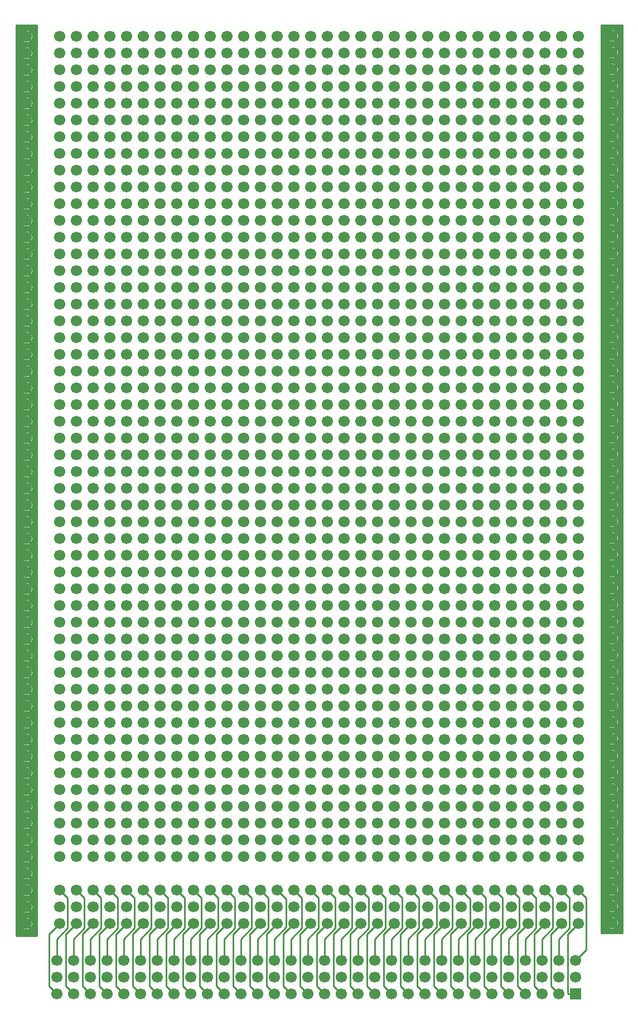
<source format=gbr>
G04 #@! TF.GenerationSoftware,KiCad,Pcbnew,(5.1.4-0-10_14)*
G04 #@! TF.CreationDate,2019-11-30T00:23:10+01:00*
G04 #@! TF.ProjectId,Eurocard_3U_VME,4575726f-6361-4726-945f-33555f564d45,rev?*
G04 #@! TF.SameCoordinates,Original*
G04 #@! TF.FileFunction,Copper,L1,Top*
G04 #@! TF.FilePolarity,Positive*
%FSLAX46Y46*%
G04 Gerber Fmt 4.6, Leading zero omitted, Abs format (unit mm)*
G04 Created by KiCad (PCBNEW (5.1.4-0-10_14)) date 2019-11-30 00:23:10*
%MOMM*%
%LPD*%
G04 APERTURE LIST*
%ADD10C,1.700000*%
%ADD11R,1.700000X1.700000*%
%ADD12C,0.250000*%
%ADD13C,0.254000*%
G04 APERTURE END LIST*
D10*
X151796000Y-165864000D03*
X151796000Y-158244000D03*
X151796000Y-160784000D03*
X151796000Y-163324000D03*
X151796000Y-170944000D03*
X151796000Y-173484000D03*
X151796000Y-176024000D03*
X151796000Y-41404000D03*
X149256000Y-41404000D03*
X146716000Y-41404000D03*
X144176000Y-41404000D03*
X141636000Y-41404000D03*
X139096000Y-41404000D03*
X136556000Y-41404000D03*
X134016000Y-41404000D03*
X131476000Y-41404000D03*
X128936000Y-41404000D03*
X126396000Y-41404000D03*
X123856000Y-41404000D03*
X121316000Y-41404000D03*
X118776000Y-41404000D03*
X116236000Y-41404000D03*
X113696000Y-41404000D03*
X111156000Y-41404000D03*
X128936000Y-46484000D03*
X121316000Y-46484000D03*
X118776000Y-46484000D03*
X116236000Y-46484000D03*
X113696000Y-46484000D03*
X111156000Y-46484000D03*
X108616000Y-46484000D03*
X106076000Y-46484000D03*
X103536000Y-46484000D03*
X100996000Y-46484000D03*
X98456000Y-46484000D03*
X95916000Y-46484000D03*
X93376000Y-46484000D03*
X90836000Y-46484000D03*
X88296000Y-46484000D03*
X85756000Y-46484000D03*
X83216000Y-46484000D03*
X80676000Y-46484000D03*
X78136000Y-46484000D03*
X75596000Y-46484000D03*
X73056000Y-46484000D03*
X151796000Y-49024000D03*
X149256000Y-49024000D03*
X146716000Y-49024000D03*
X144176000Y-49024000D03*
X141636000Y-49024000D03*
X139096000Y-49024000D03*
X136556000Y-49024000D03*
X134016000Y-49024000D03*
X131476000Y-49024000D03*
X128936000Y-49024000D03*
X126396000Y-49024000D03*
X123856000Y-49024000D03*
X121316000Y-49024000D03*
X118776000Y-49024000D03*
X116236000Y-49024000D03*
X113696000Y-49024000D03*
X111156000Y-49024000D03*
X108616000Y-49024000D03*
X106076000Y-49024000D03*
X103536000Y-49024000D03*
X100996000Y-49024000D03*
X98456000Y-49024000D03*
X95916000Y-49024000D03*
X93376000Y-49024000D03*
X90836000Y-49024000D03*
X88296000Y-49024000D03*
X85756000Y-49024000D03*
X83216000Y-49024000D03*
X80676000Y-49024000D03*
X78136000Y-49024000D03*
X75596000Y-49024000D03*
X73056000Y-49024000D03*
X151796000Y-51564000D03*
X149256000Y-51564000D03*
X146716000Y-51564000D03*
X144176000Y-51564000D03*
X141636000Y-51564000D03*
X139096000Y-51564000D03*
X136556000Y-51564000D03*
X134016000Y-51564000D03*
X131476000Y-51564000D03*
X128936000Y-51564000D03*
X126396000Y-51564000D03*
X123856000Y-51564000D03*
X121316000Y-51564000D03*
X118776000Y-51564000D03*
X116236000Y-51564000D03*
X113696000Y-51564000D03*
X111156000Y-51564000D03*
X108616000Y-51564000D03*
X106076000Y-51564000D03*
X103536000Y-51564000D03*
X100996000Y-51564000D03*
X98456000Y-51564000D03*
X95916000Y-51564000D03*
X93376000Y-51564000D03*
X90836000Y-51564000D03*
X88296000Y-51564000D03*
X85756000Y-51564000D03*
X83216000Y-51564000D03*
X80676000Y-51564000D03*
X78136000Y-51564000D03*
X75596000Y-51564000D03*
X73056000Y-51564000D03*
X151796000Y-54104000D03*
X149256000Y-54104000D03*
X146716000Y-54104000D03*
X144176000Y-54104000D03*
X141636000Y-54104000D03*
X139096000Y-54104000D03*
X136556000Y-54104000D03*
X134016000Y-54104000D03*
X111156000Y-54104000D03*
X108616000Y-54104000D03*
X106076000Y-54104000D03*
X103536000Y-54104000D03*
X100996000Y-54104000D03*
X98456000Y-54104000D03*
X95916000Y-54104000D03*
X93376000Y-54104000D03*
X90836000Y-54104000D03*
X88296000Y-54104000D03*
X85756000Y-54104000D03*
X83216000Y-54104000D03*
X80676000Y-54104000D03*
X78136000Y-54104000D03*
X75596000Y-54104000D03*
X73056000Y-54104000D03*
X106076000Y-43944000D03*
X95916000Y-43944000D03*
X93376000Y-43944000D03*
X90836000Y-43944000D03*
X88296000Y-43944000D03*
X85756000Y-43944000D03*
X83216000Y-43944000D03*
X80676000Y-43944000D03*
X78136000Y-43944000D03*
X75596000Y-43944000D03*
X73056000Y-43944000D03*
X151796000Y-46484000D03*
X149256000Y-46484000D03*
X146716000Y-46484000D03*
X144176000Y-46484000D03*
X141636000Y-46484000D03*
X139096000Y-46484000D03*
X136556000Y-46484000D03*
X134016000Y-46484000D03*
X131476000Y-46484000D03*
X131476000Y-54104000D03*
X151796000Y-61724000D03*
X149256000Y-61724000D03*
X146716000Y-61724000D03*
X144176000Y-61724000D03*
X141636000Y-61724000D03*
X139096000Y-61724000D03*
X136556000Y-61724000D03*
X134016000Y-61724000D03*
X131476000Y-61724000D03*
X128936000Y-61724000D03*
X126396000Y-61724000D03*
X123856000Y-61724000D03*
X121316000Y-61724000D03*
X118776000Y-61724000D03*
X116236000Y-61724000D03*
X113696000Y-61724000D03*
X106076000Y-61724000D03*
X103536000Y-61724000D03*
X100996000Y-61724000D03*
X98456000Y-61724000D03*
X95916000Y-61724000D03*
X93376000Y-61724000D03*
X90836000Y-61724000D03*
X88296000Y-61724000D03*
X85756000Y-61724000D03*
X83216000Y-61724000D03*
X80676000Y-61724000D03*
X78136000Y-61724000D03*
X75596000Y-61724000D03*
X73056000Y-61724000D03*
X151796000Y-66804000D03*
X149256000Y-66804000D03*
X146716000Y-66804000D03*
X144176000Y-66804000D03*
X141636000Y-66804000D03*
X139096000Y-66804000D03*
X136556000Y-66804000D03*
X134016000Y-66804000D03*
X131476000Y-66804000D03*
X128936000Y-66804000D03*
X126396000Y-66804000D03*
X123856000Y-66804000D03*
X121316000Y-66804000D03*
X118776000Y-66804000D03*
X116236000Y-66804000D03*
X113696000Y-66804000D03*
X111156000Y-66804000D03*
X108616000Y-66804000D03*
X106076000Y-66804000D03*
X103536000Y-66804000D03*
X100996000Y-66804000D03*
X98456000Y-66804000D03*
X95916000Y-66804000D03*
X93376000Y-66804000D03*
X90836000Y-66804000D03*
X88296000Y-66804000D03*
X85756000Y-66804000D03*
X83216000Y-66804000D03*
X80676000Y-66804000D03*
X78136000Y-66804000D03*
X75596000Y-66804000D03*
X73056000Y-66804000D03*
X151796000Y-69344000D03*
X149256000Y-69344000D03*
X146716000Y-69344000D03*
X144176000Y-69344000D03*
X141636000Y-69344000D03*
X139096000Y-69344000D03*
X136556000Y-69344000D03*
X134016000Y-69344000D03*
X131476000Y-69344000D03*
X128936000Y-69344000D03*
X126396000Y-69344000D03*
X123856000Y-69344000D03*
X121316000Y-69344000D03*
X118776000Y-69344000D03*
X116236000Y-69344000D03*
X113696000Y-69344000D03*
X111156000Y-69344000D03*
X108616000Y-69344000D03*
X106076000Y-69344000D03*
X103536000Y-69344000D03*
X100996000Y-69344000D03*
X98456000Y-69344000D03*
X95916000Y-69344000D03*
X93376000Y-69344000D03*
X90836000Y-69344000D03*
X88296000Y-69344000D03*
X85756000Y-69344000D03*
X83216000Y-69344000D03*
X80676000Y-69344000D03*
X78136000Y-69344000D03*
X75596000Y-69344000D03*
X73056000Y-69344000D03*
X151796000Y-56644000D03*
X149256000Y-56644000D03*
X146716000Y-56644000D03*
X144176000Y-56644000D03*
X141636000Y-56644000D03*
X139096000Y-56644000D03*
X136556000Y-56644000D03*
X134016000Y-56644000D03*
X131476000Y-56644000D03*
X128936000Y-56644000D03*
X126396000Y-56644000D03*
X123856000Y-56644000D03*
X121316000Y-56644000D03*
X118776000Y-56644000D03*
X116236000Y-56644000D03*
X113696000Y-56644000D03*
X111156000Y-56644000D03*
X108616000Y-56644000D03*
X106076000Y-56644000D03*
X103536000Y-56644000D03*
X100996000Y-56644000D03*
X98456000Y-56644000D03*
X95916000Y-56644000D03*
X93376000Y-56644000D03*
X90836000Y-56644000D03*
X88296000Y-56644000D03*
X85756000Y-56644000D03*
X83216000Y-56644000D03*
X80676000Y-56644000D03*
X78136000Y-56644000D03*
X151796000Y-59184000D03*
X149256000Y-59184000D03*
X146716000Y-59184000D03*
X144176000Y-59184000D03*
X141636000Y-59184000D03*
X139096000Y-59184000D03*
X136556000Y-59184000D03*
X123856000Y-59184000D03*
X121316000Y-59184000D03*
X118776000Y-59184000D03*
X116236000Y-59184000D03*
X113696000Y-59184000D03*
X111156000Y-59184000D03*
X108616000Y-59184000D03*
X106076000Y-59184000D03*
X103536000Y-59184000D03*
X100996000Y-59184000D03*
X98456000Y-59184000D03*
X95916000Y-59184000D03*
X93376000Y-59184000D03*
X90836000Y-59184000D03*
X88296000Y-59184000D03*
X85756000Y-59184000D03*
X83216000Y-59184000D03*
X80676000Y-59184000D03*
X78136000Y-59184000D03*
X75596000Y-59184000D03*
X73056000Y-59184000D03*
X151796000Y-64264000D03*
X149256000Y-64264000D03*
X146716000Y-64264000D03*
X144176000Y-64264000D03*
X141636000Y-64264000D03*
X139096000Y-64264000D03*
X136556000Y-64264000D03*
X134016000Y-64264000D03*
X131476000Y-64264000D03*
X128936000Y-64264000D03*
X126396000Y-64264000D03*
X123856000Y-64264000D03*
X121316000Y-64264000D03*
X118776000Y-64264000D03*
X116236000Y-64264000D03*
X113696000Y-64264000D03*
X111156000Y-64264000D03*
X108616000Y-64264000D03*
X106076000Y-64264000D03*
X103536000Y-64264000D03*
X100996000Y-64264000D03*
X98456000Y-64264000D03*
X95916000Y-64264000D03*
X93376000Y-64264000D03*
X90836000Y-64264000D03*
X88296000Y-64264000D03*
X85756000Y-64264000D03*
X83216000Y-64264000D03*
X80676000Y-64264000D03*
X78136000Y-64264000D03*
X75596000Y-64264000D03*
X73056000Y-64264000D03*
X151796000Y-71884000D03*
X149256000Y-71884000D03*
X146716000Y-71884000D03*
X144176000Y-71884000D03*
X141636000Y-71884000D03*
X139096000Y-71884000D03*
X136556000Y-71884000D03*
X134016000Y-71884000D03*
X131476000Y-71884000D03*
X128936000Y-71884000D03*
X126396000Y-71884000D03*
X123856000Y-71884000D03*
X121316000Y-71884000D03*
X118776000Y-71884000D03*
X116236000Y-71884000D03*
X113696000Y-71884000D03*
X111156000Y-71884000D03*
X108616000Y-71884000D03*
X106076000Y-71884000D03*
X103536000Y-71884000D03*
X100996000Y-71884000D03*
X98456000Y-71884000D03*
X95916000Y-71884000D03*
X93376000Y-71884000D03*
X90836000Y-71884000D03*
X88296000Y-71884000D03*
X85756000Y-71884000D03*
X83216000Y-71884000D03*
X80676000Y-71884000D03*
X78136000Y-71884000D03*
X75596000Y-71884000D03*
X73056000Y-71884000D03*
X151796000Y-74424000D03*
X149256000Y-74424000D03*
X146716000Y-74424000D03*
X144176000Y-74424000D03*
X141636000Y-74424000D03*
X139096000Y-74424000D03*
X136556000Y-74424000D03*
X134016000Y-74424000D03*
X131476000Y-74424000D03*
X128936000Y-74424000D03*
X126396000Y-74424000D03*
X123856000Y-74424000D03*
X121316000Y-74424000D03*
X118776000Y-74424000D03*
X116236000Y-74424000D03*
X113696000Y-74424000D03*
X111156000Y-74424000D03*
X108616000Y-74424000D03*
X106076000Y-74424000D03*
X103536000Y-74424000D03*
X100996000Y-74424000D03*
X98456000Y-74424000D03*
X95916000Y-74424000D03*
X93376000Y-74424000D03*
X90836000Y-74424000D03*
X88296000Y-74424000D03*
X85756000Y-74424000D03*
X83216000Y-74424000D03*
X80676000Y-74424000D03*
X78136000Y-74424000D03*
X75596000Y-74424000D03*
X73056000Y-74424000D03*
X151796000Y-76964000D03*
X149256000Y-76964000D03*
X146716000Y-76964000D03*
X144176000Y-76964000D03*
X141636000Y-82044000D03*
X139096000Y-82044000D03*
X136556000Y-82044000D03*
X134016000Y-82044000D03*
X131476000Y-82044000D03*
X128936000Y-82044000D03*
X126396000Y-82044000D03*
X123856000Y-82044000D03*
X121316000Y-82044000D03*
X118776000Y-82044000D03*
X116236000Y-82044000D03*
X113696000Y-82044000D03*
X111156000Y-82044000D03*
X108616000Y-82044000D03*
X106076000Y-82044000D03*
X103536000Y-82044000D03*
X100996000Y-82044000D03*
X98456000Y-82044000D03*
X95916000Y-82044000D03*
X93376000Y-82044000D03*
X90836000Y-82044000D03*
X88296000Y-82044000D03*
X85756000Y-82044000D03*
X83216000Y-82044000D03*
X80676000Y-82044000D03*
X78136000Y-82044000D03*
X75596000Y-82044000D03*
X73056000Y-82044000D03*
X151796000Y-84584000D03*
X149256000Y-84584000D03*
X146716000Y-84584000D03*
X144176000Y-84584000D03*
X141636000Y-84584000D03*
X139096000Y-84584000D03*
X136556000Y-84584000D03*
X134016000Y-84584000D03*
X131476000Y-84584000D03*
X128936000Y-84584000D03*
X126396000Y-84584000D03*
X123856000Y-84584000D03*
X121316000Y-84584000D03*
X118776000Y-84584000D03*
X116236000Y-84584000D03*
X113696000Y-84584000D03*
X111156000Y-84584000D03*
X108616000Y-84584000D03*
X106076000Y-84584000D03*
X103536000Y-84584000D03*
X100996000Y-84584000D03*
X98456000Y-84584000D03*
X95916000Y-84584000D03*
X93376000Y-84584000D03*
X90836000Y-84584000D03*
X88296000Y-84584000D03*
X85756000Y-84584000D03*
X83216000Y-84584000D03*
X80676000Y-84584000D03*
X78136000Y-84584000D03*
X75596000Y-84584000D03*
X73056000Y-84584000D03*
X111156000Y-87124000D03*
X85756000Y-87124000D03*
X83216000Y-87124000D03*
X80676000Y-87124000D03*
X78136000Y-87124000D03*
X75596000Y-87124000D03*
X73056000Y-87124000D03*
X151796000Y-89664000D03*
X149256000Y-89664000D03*
X146716000Y-89664000D03*
X144176000Y-89664000D03*
X141636000Y-89664000D03*
X139096000Y-89664000D03*
X136556000Y-89664000D03*
X134016000Y-89664000D03*
X131476000Y-89664000D03*
X128936000Y-89664000D03*
X126396000Y-89664000D03*
X123856000Y-89664000D03*
X121316000Y-89664000D03*
X118776000Y-89664000D03*
X116236000Y-89664000D03*
X113696000Y-89664000D03*
X111156000Y-89664000D03*
X108616000Y-89664000D03*
X106076000Y-89664000D03*
X103536000Y-89664000D03*
X100996000Y-89664000D03*
X98456000Y-89664000D03*
X95916000Y-89664000D03*
X93376000Y-89664000D03*
X90836000Y-89664000D03*
X88296000Y-89664000D03*
X85756000Y-89664000D03*
X83216000Y-89664000D03*
X80676000Y-89664000D03*
X78136000Y-89664000D03*
X75596000Y-89664000D03*
X73056000Y-89664000D03*
X151796000Y-92204000D03*
X149256000Y-92204000D03*
X146716000Y-92204000D03*
X144176000Y-92204000D03*
X141636000Y-92204000D03*
X139096000Y-92204000D03*
X136556000Y-92204000D03*
X134016000Y-92204000D03*
X131476000Y-92204000D03*
X128936000Y-92204000D03*
X126396000Y-92204000D03*
X123856000Y-92204000D03*
X121316000Y-92204000D03*
X118776000Y-92204000D03*
X116236000Y-92204000D03*
X113696000Y-92204000D03*
X111156000Y-92204000D03*
X108616000Y-92204000D03*
X106076000Y-92204000D03*
X103536000Y-92204000D03*
X100996000Y-92204000D03*
X98456000Y-92204000D03*
X95916000Y-92204000D03*
X93376000Y-92204000D03*
X90836000Y-92204000D03*
X88296000Y-92204000D03*
X85756000Y-92204000D03*
X83216000Y-92204000D03*
X80676000Y-92204000D03*
X78136000Y-92204000D03*
X75596000Y-92204000D03*
X73056000Y-92204000D03*
X151796000Y-94744000D03*
X149256000Y-94744000D03*
X146716000Y-94744000D03*
X144176000Y-94744000D03*
X141636000Y-94744000D03*
X139096000Y-94744000D03*
X136556000Y-94744000D03*
X134016000Y-94744000D03*
X141636000Y-76964000D03*
X139096000Y-76964000D03*
X136556000Y-76964000D03*
X134016000Y-76964000D03*
X131476000Y-76964000D03*
X128936000Y-76964000D03*
X126396000Y-76964000D03*
X123856000Y-76964000D03*
X121316000Y-76964000D03*
X118776000Y-76964000D03*
X116236000Y-76964000D03*
X113696000Y-76964000D03*
X111156000Y-76964000D03*
X108616000Y-76964000D03*
X106076000Y-76964000D03*
X103536000Y-76964000D03*
X100996000Y-76964000D03*
X98456000Y-76964000D03*
X95916000Y-76964000D03*
X93376000Y-76964000D03*
X90836000Y-76964000D03*
X88296000Y-76964000D03*
X85756000Y-76964000D03*
X83216000Y-76964000D03*
X80676000Y-76964000D03*
X78136000Y-76964000D03*
X75596000Y-76964000D03*
X73056000Y-76964000D03*
X151796000Y-79504000D03*
X149256000Y-79504000D03*
X146716000Y-79504000D03*
X144176000Y-79504000D03*
X141636000Y-79504000D03*
X139096000Y-79504000D03*
X136556000Y-79504000D03*
X134016000Y-79504000D03*
X131476000Y-79504000D03*
X128936000Y-79504000D03*
X126396000Y-79504000D03*
X123856000Y-79504000D03*
X121316000Y-79504000D03*
X118776000Y-79504000D03*
X116236000Y-79504000D03*
X113696000Y-79504000D03*
X111156000Y-79504000D03*
X108616000Y-79504000D03*
X106076000Y-79504000D03*
X103536000Y-79504000D03*
X100996000Y-79504000D03*
X98456000Y-79504000D03*
X95916000Y-79504000D03*
X93376000Y-79504000D03*
X90836000Y-79504000D03*
X88296000Y-79504000D03*
X85756000Y-79504000D03*
X83216000Y-79504000D03*
X80676000Y-79504000D03*
X78136000Y-79504000D03*
X75596000Y-79504000D03*
X73056000Y-79504000D03*
X151796000Y-82044000D03*
X149256000Y-82044000D03*
X146716000Y-82044000D03*
X144176000Y-82044000D03*
X113696000Y-87124000D03*
X100996000Y-87124000D03*
X98456000Y-87124000D03*
X95916000Y-87124000D03*
X93376000Y-87124000D03*
X90836000Y-87124000D03*
X88296000Y-87124000D03*
X116236000Y-97284000D03*
X95916000Y-97284000D03*
X85756000Y-97284000D03*
X83216000Y-97284000D03*
X80676000Y-97284000D03*
X78136000Y-97284000D03*
X75596000Y-97284000D03*
X73056000Y-97284000D03*
X151796000Y-99824000D03*
X149256000Y-99824000D03*
X146716000Y-99824000D03*
X144176000Y-99824000D03*
X141636000Y-99824000D03*
X139096000Y-99824000D03*
X136556000Y-99824000D03*
X134016000Y-99824000D03*
X131476000Y-99824000D03*
X128936000Y-99824000D03*
X126396000Y-99824000D03*
X123856000Y-99824000D03*
X121316000Y-99824000D03*
X118776000Y-99824000D03*
X116236000Y-99824000D03*
X103536000Y-99824000D03*
X100996000Y-99824000D03*
X98456000Y-99824000D03*
X95916000Y-99824000D03*
X93376000Y-99824000D03*
X90836000Y-99824000D03*
X88296000Y-99824000D03*
X85756000Y-99824000D03*
X83216000Y-99824000D03*
X80676000Y-99824000D03*
X78136000Y-99824000D03*
X75596000Y-99824000D03*
X73056000Y-99824000D03*
X151796000Y-102364000D03*
X149256000Y-102364000D03*
X146716000Y-102364000D03*
X144176000Y-102364000D03*
X141636000Y-102364000D03*
X139096000Y-102364000D03*
X136556000Y-102364000D03*
X134016000Y-102364000D03*
X123856000Y-102364000D03*
X121316000Y-102364000D03*
X118776000Y-102364000D03*
X116236000Y-102364000D03*
X113696000Y-102364000D03*
X111156000Y-102364000D03*
X108616000Y-102364000D03*
X106076000Y-102364000D03*
X103536000Y-102364000D03*
X100996000Y-102364000D03*
X98456000Y-102364000D03*
X95916000Y-102364000D03*
X93376000Y-102364000D03*
X90836000Y-102364000D03*
X88296000Y-102364000D03*
X85756000Y-102364000D03*
X83216000Y-102364000D03*
X80676000Y-102364000D03*
X78136000Y-102364000D03*
X75596000Y-102364000D03*
X73056000Y-102364000D03*
X93376000Y-97284000D03*
X90836000Y-97284000D03*
X88296000Y-97284000D03*
X113696000Y-99824000D03*
X111156000Y-99824000D03*
X108616000Y-99824000D03*
X106076000Y-99824000D03*
X131476000Y-102364000D03*
X128936000Y-102364000D03*
X126396000Y-102364000D03*
X151796000Y-107444000D03*
X149256000Y-107444000D03*
X146716000Y-107444000D03*
X144176000Y-107444000D03*
X141636000Y-107444000D03*
X139096000Y-107444000D03*
X136556000Y-107444000D03*
X134016000Y-107444000D03*
X131476000Y-107444000D03*
X128936000Y-107444000D03*
X126396000Y-107444000D03*
X123856000Y-107444000D03*
X121316000Y-107444000D03*
X118776000Y-107444000D03*
X116236000Y-107444000D03*
X113696000Y-107444000D03*
X111156000Y-107444000D03*
X108616000Y-107444000D03*
X106076000Y-107444000D03*
X103536000Y-107444000D03*
X100996000Y-107444000D03*
X98456000Y-107444000D03*
X95916000Y-107444000D03*
X93376000Y-107444000D03*
X90836000Y-107444000D03*
X88296000Y-107444000D03*
X85756000Y-107444000D03*
X83216000Y-107444000D03*
X80676000Y-107444000D03*
X78136000Y-107444000D03*
X75596000Y-107444000D03*
X73056000Y-107444000D03*
X141636000Y-125224000D03*
X139096000Y-125224000D03*
X136556000Y-125224000D03*
X134016000Y-125224000D03*
X131476000Y-125224000D03*
X128936000Y-125224000D03*
X126396000Y-125224000D03*
X123856000Y-125224000D03*
X121316000Y-125224000D03*
X118776000Y-125224000D03*
X116236000Y-125224000D03*
X113696000Y-125224000D03*
X111156000Y-125224000D03*
X108616000Y-125224000D03*
X151796000Y-127764000D03*
X149256000Y-127764000D03*
X146716000Y-127764000D03*
X144176000Y-127764000D03*
X144176000Y-153164000D03*
X149256000Y-163324000D03*
X146716000Y-163324000D03*
X131476000Y-94744000D03*
X128936000Y-94744000D03*
X126396000Y-94744000D03*
X123856000Y-94744000D03*
X121316000Y-94744000D03*
X118776000Y-94744000D03*
X116236000Y-94744000D03*
X113696000Y-94744000D03*
X111156000Y-94744000D03*
X108616000Y-94744000D03*
X106076000Y-94744000D03*
X103536000Y-94744000D03*
X100996000Y-94744000D03*
X98456000Y-94744000D03*
X95916000Y-94744000D03*
X93376000Y-94744000D03*
X90836000Y-94744000D03*
X88296000Y-94744000D03*
X85756000Y-94744000D03*
X83216000Y-94744000D03*
X80676000Y-94744000D03*
X78136000Y-94744000D03*
X75596000Y-94744000D03*
X73056000Y-94744000D03*
X151796000Y-97284000D03*
X149256000Y-97284000D03*
X146716000Y-97284000D03*
X144176000Y-97284000D03*
X141636000Y-97284000D03*
X139096000Y-97284000D03*
X136556000Y-97284000D03*
X134016000Y-97284000D03*
X131476000Y-97284000D03*
X128936000Y-97284000D03*
X126396000Y-97284000D03*
X123856000Y-97284000D03*
X121316000Y-97284000D03*
X118776000Y-97284000D03*
X113696000Y-97284000D03*
X111156000Y-97284000D03*
X108616000Y-97284000D03*
X106076000Y-97284000D03*
X103536000Y-97284000D03*
X100996000Y-97284000D03*
X98456000Y-97284000D03*
X151796000Y-104904000D03*
X149256000Y-104904000D03*
X146716000Y-104904000D03*
X144176000Y-104904000D03*
X141636000Y-104904000D03*
X139096000Y-104904000D03*
X136556000Y-104904000D03*
X134016000Y-104904000D03*
X131476000Y-104904000D03*
X128936000Y-104904000D03*
X126396000Y-104904000D03*
X123856000Y-104904000D03*
X121316000Y-104904000D03*
X118776000Y-104904000D03*
X116236000Y-104904000D03*
X113696000Y-104904000D03*
X111156000Y-104904000D03*
X108616000Y-104904000D03*
X106076000Y-104904000D03*
X103536000Y-104904000D03*
X100996000Y-104904000D03*
X98456000Y-104904000D03*
X95916000Y-104904000D03*
X93376000Y-104904000D03*
X90836000Y-104904000D03*
X88296000Y-104904000D03*
X85756000Y-104904000D03*
X83216000Y-104904000D03*
X80676000Y-104904000D03*
X78136000Y-104904000D03*
X75596000Y-104904000D03*
X73056000Y-104904000D03*
X151796000Y-109984000D03*
X149256000Y-109984000D03*
X146716000Y-109984000D03*
X144176000Y-109984000D03*
X141636000Y-109984000D03*
X139096000Y-109984000D03*
X136556000Y-109984000D03*
X134016000Y-109984000D03*
X131476000Y-109984000D03*
X128936000Y-109984000D03*
X126396000Y-109984000D03*
X123856000Y-109984000D03*
X121316000Y-109984000D03*
X118776000Y-109984000D03*
X116236000Y-109984000D03*
X113696000Y-109984000D03*
X111156000Y-109984000D03*
X108616000Y-109984000D03*
X106076000Y-109984000D03*
X103536000Y-109984000D03*
X100996000Y-109984000D03*
X98456000Y-109984000D03*
X95916000Y-109984000D03*
X93376000Y-109984000D03*
X90836000Y-109984000D03*
X88296000Y-109984000D03*
X85756000Y-109984000D03*
X83216000Y-109984000D03*
X80676000Y-109984000D03*
X78136000Y-109984000D03*
X75596000Y-109984000D03*
X73056000Y-109984000D03*
X121316000Y-112524000D03*
X118776000Y-112524000D03*
X116236000Y-112524000D03*
X113696000Y-112524000D03*
X111156000Y-112524000D03*
X108616000Y-112524000D03*
X106076000Y-112524000D03*
X103536000Y-112524000D03*
X100996000Y-112524000D03*
X98456000Y-112524000D03*
X95916000Y-112524000D03*
X93376000Y-112524000D03*
X90836000Y-112524000D03*
X88296000Y-112524000D03*
X85756000Y-112524000D03*
X83216000Y-112524000D03*
X80676000Y-112524000D03*
X78136000Y-112524000D03*
X75596000Y-112524000D03*
X73056000Y-112524000D03*
X151796000Y-115064000D03*
X149256000Y-115064000D03*
X146716000Y-115064000D03*
X144176000Y-115064000D03*
X141636000Y-115064000D03*
X139096000Y-115064000D03*
X136556000Y-115064000D03*
X134016000Y-115064000D03*
X128936000Y-115064000D03*
X126396000Y-115064000D03*
X123856000Y-115064000D03*
X121316000Y-115064000D03*
X118776000Y-115064000D03*
X116236000Y-115064000D03*
X113696000Y-115064000D03*
X111156000Y-115064000D03*
X108616000Y-115064000D03*
X106076000Y-115064000D03*
X103536000Y-115064000D03*
X100996000Y-115064000D03*
X98456000Y-115064000D03*
X95916000Y-115064000D03*
X93376000Y-115064000D03*
X90836000Y-115064000D03*
X88296000Y-115064000D03*
X85756000Y-115064000D03*
X83216000Y-115064000D03*
X80676000Y-115064000D03*
X78136000Y-115064000D03*
X151796000Y-125224000D03*
X149256000Y-125224000D03*
X146716000Y-125224000D03*
X151796000Y-112524000D03*
X149256000Y-112524000D03*
X146716000Y-112524000D03*
X144176000Y-112524000D03*
X141636000Y-112524000D03*
X139096000Y-112524000D03*
X136556000Y-112524000D03*
X134016000Y-112524000D03*
X131476000Y-112524000D03*
X128936000Y-112524000D03*
X126396000Y-112524000D03*
X123856000Y-112524000D03*
X131476000Y-115064000D03*
X75596000Y-115064000D03*
X73056000Y-115064000D03*
X151796000Y-117604000D03*
X149256000Y-117604000D03*
X146716000Y-117604000D03*
X144176000Y-117604000D03*
X141636000Y-117604000D03*
X139096000Y-117604000D03*
X136556000Y-117604000D03*
X134016000Y-117604000D03*
X131476000Y-117604000D03*
X128936000Y-117604000D03*
X126396000Y-117604000D03*
X123856000Y-117604000D03*
X121316000Y-117604000D03*
X118776000Y-117604000D03*
X116236000Y-117604000D03*
X113696000Y-117604000D03*
X111156000Y-117604000D03*
X108616000Y-117604000D03*
X106076000Y-117604000D03*
X103536000Y-117604000D03*
X100996000Y-117604000D03*
X98456000Y-117604000D03*
X95916000Y-117604000D03*
X93376000Y-117604000D03*
X90836000Y-117604000D03*
X88296000Y-117604000D03*
X85756000Y-117604000D03*
X83216000Y-117604000D03*
X80676000Y-117604000D03*
X78136000Y-117604000D03*
X75596000Y-117604000D03*
X73056000Y-117604000D03*
X151796000Y-120144000D03*
X149256000Y-120144000D03*
X146716000Y-120144000D03*
X144176000Y-120144000D03*
X141636000Y-120144000D03*
X139096000Y-120144000D03*
X136556000Y-120144000D03*
X134016000Y-120144000D03*
X131476000Y-120144000D03*
X128936000Y-120144000D03*
X126396000Y-120144000D03*
X123856000Y-120144000D03*
X121316000Y-120144000D03*
X118776000Y-120144000D03*
X116236000Y-120144000D03*
X113696000Y-120144000D03*
X111156000Y-120144000D03*
X108616000Y-120144000D03*
X106076000Y-120144000D03*
X103536000Y-120144000D03*
X100996000Y-120144000D03*
X98456000Y-120144000D03*
X95916000Y-120144000D03*
X93376000Y-120144000D03*
X90836000Y-120144000D03*
X88296000Y-120144000D03*
X85756000Y-120144000D03*
X83216000Y-120144000D03*
X80676000Y-120144000D03*
X78136000Y-120144000D03*
X75596000Y-120144000D03*
X73056000Y-120144000D03*
X151796000Y-122684000D03*
X149256000Y-122684000D03*
X146716000Y-122684000D03*
X144176000Y-122684000D03*
X141636000Y-122684000D03*
X139096000Y-122684000D03*
X136556000Y-122684000D03*
X134016000Y-122684000D03*
X131476000Y-122684000D03*
X128936000Y-122684000D03*
X126396000Y-122684000D03*
X123856000Y-122684000D03*
X121316000Y-122684000D03*
X118776000Y-122684000D03*
X116236000Y-122684000D03*
X113696000Y-122684000D03*
X111156000Y-122684000D03*
X108616000Y-122684000D03*
X106076000Y-122684000D03*
X103536000Y-122684000D03*
X100996000Y-122684000D03*
X98456000Y-122684000D03*
X95916000Y-122684000D03*
X93376000Y-122684000D03*
X90836000Y-122684000D03*
X88296000Y-122684000D03*
X85756000Y-122684000D03*
X83216000Y-122684000D03*
X80676000Y-122684000D03*
X78136000Y-122684000D03*
X75596000Y-122684000D03*
X73056000Y-122684000D03*
X141636000Y-127764000D03*
X139096000Y-127764000D03*
X136556000Y-127764000D03*
X134016000Y-127764000D03*
X131476000Y-127764000D03*
X128936000Y-127764000D03*
X126396000Y-127764000D03*
X123856000Y-127764000D03*
X121316000Y-127764000D03*
X118776000Y-127764000D03*
X116236000Y-127764000D03*
X113696000Y-127764000D03*
X111156000Y-127764000D03*
X108616000Y-127764000D03*
X106076000Y-127764000D03*
X103536000Y-127764000D03*
X100996000Y-127764000D03*
X98456000Y-127764000D03*
X95916000Y-127764000D03*
X93376000Y-127764000D03*
X90836000Y-127764000D03*
X88296000Y-127764000D03*
X85756000Y-127764000D03*
X83216000Y-127764000D03*
X80676000Y-127764000D03*
X78136000Y-127764000D03*
X75596000Y-127764000D03*
X73056000Y-127764000D03*
X118776000Y-135384000D03*
X116236000Y-135384000D03*
X113696000Y-135384000D03*
X111156000Y-135384000D03*
X108616000Y-135384000D03*
X106076000Y-135384000D03*
X103536000Y-135384000D03*
X100996000Y-135384000D03*
X98456000Y-135384000D03*
X95916000Y-135384000D03*
X93376000Y-135384000D03*
X90836000Y-135384000D03*
X88296000Y-135384000D03*
X85756000Y-135384000D03*
X83216000Y-135384000D03*
X80676000Y-135384000D03*
X78136000Y-135384000D03*
X75596000Y-135384000D03*
X73056000Y-135384000D03*
X151796000Y-137924000D03*
X149256000Y-137924000D03*
X146716000Y-137924000D03*
X144176000Y-137924000D03*
X141636000Y-137924000D03*
X139096000Y-137924000D03*
X136556000Y-137924000D03*
X134016000Y-137924000D03*
X131476000Y-137924000D03*
X128936000Y-137924000D03*
X126396000Y-137924000D03*
X123856000Y-137924000D03*
X121316000Y-137924000D03*
X118776000Y-137924000D03*
X116236000Y-137924000D03*
X113696000Y-137924000D03*
X111156000Y-137924000D03*
X108616000Y-137924000D03*
X106076000Y-137924000D03*
X103536000Y-137924000D03*
X100996000Y-137924000D03*
X98456000Y-137924000D03*
X95916000Y-137924000D03*
X93376000Y-137924000D03*
X90836000Y-137924000D03*
X88296000Y-137924000D03*
X85756000Y-137924000D03*
X83216000Y-137924000D03*
X80676000Y-137924000D03*
X78136000Y-137924000D03*
X75596000Y-137924000D03*
X73056000Y-137924000D03*
X151796000Y-140464000D03*
X149256000Y-140464000D03*
X146716000Y-140464000D03*
X144176000Y-140464000D03*
X141636000Y-140464000D03*
X139096000Y-140464000D03*
X136556000Y-140464000D03*
X134016000Y-140464000D03*
X131476000Y-140464000D03*
X128936000Y-140464000D03*
X126396000Y-140464000D03*
X123856000Y-140464000D03*
X121316000Y-140464000D03*
X118776000Y-140464000D03*
X116236000Y-140464000D03*
X113696000Y-140464000D03*
X111156000Y-140464000D03*
X108616000Y-140464000D03*
X106076000Y-140464000D03*
X103536000Y-140464000D03*
X100996000Y-140464000D03*
X98456000Y-140464000D03*
X95916000Y-140464000D03*
X93376000Y-140464000D03*
X90836000Y-140464000D03*
X88296000Y-140464000D03*
X85756000Y-140464000D03*
X83216000Y-140464000D03*
X80676000Y-140464000D03*
X78136000Y-140464000D03*
X75596000Y-140464000D03*
X73056000Y-140464000D03*
X151796000Y-150624000D03*
X149256000Y-150624000D03*
X146716000Y-150624000D03*
X144176000Y-150624000D03*
X141636000Y-150624000D03*
X139096000Y-150624000D03*
X136556000Y-150624000D03*
X134016000Y-150624000D03*
X131476000Y-150624000D03*
X128936000Y-150624000D03*
X126396000Y-150624000D03*
X123856000Y-150624000D03*
X121316000Y-150624000D03*
X118776000Y-150624000D03*
X116236000Y-150624000D03*
X113696000Y-150624000D03*
X111156000Y-150624000D03*
X108616000Y-150624000D03*
X106076000Y-150624000D03*
X103536000Y-150624000D03*
X100996000Y-150624000D03*
X98456000Y-150624000D03*
X95916000Y-150624000D03*
X93376000Y-150624000D03*
X90836000Y-150624000D03*
X88296000Y-150624000D03*
X85756000Y-150624000D03*
X83216000Y-150624000D03*
X80676000Y-150624000D03*
X78136000Y-150624000D03*
X75596000Y-150624000D03*
X73056000Y-150624000D03*
X144176000Y-125224000D03*
X106076000Y-125224000D03*
X103536000Y-125224000D03*
X100996000Y-125224000D03*
X98456000Y-125224000D03*
X95916000Y-125224000D03*
X93376000Y-125224000D03*
X90836000Y-125224000D03*
X88296000Y-125224000D03*
X85756000Y-125224000D03*
X83216000Y-125224000D03*
X80676000Y-125224000D03*
X78136000Y-125224000D03*
X75596000Y-125224000D03*
X73056000Y-125224000D03*
X151796000Y-130304000D03*
X149256000Y-130304000D03*
X146716000Y-130304000D03*
X144176000Y-130304000D03*
X141636000Y-130304000D03*
X139096000Y-130304000D03*
X136556000Y-130304000D03*
X134016000Y-130304000D03*
X131476000Y-130304000D03*
X128936000Y-130304000D03*
X126396000Y-130304000D03*
X123856000Y-130304000D03*
X121316000Y-130304000D03*
X118776000Y-130304000D03*
X116236000Y-130304000D03*
X113696000Y-130304000D03*
X111156000Y-130304000D03*
X108616000Y-130304000D03*
X106076000Y-130304000D03*
X103536000Y-130304000D03*
X100996000Y-130304000D03*
X98456000Y-130304000D03*
X95916000Y-130304000D03*
X93376000Y-130304000D03*
X90836000Y-130304000D03*
X88296000Y-130304000D03*
X85756000Y-130304000D03*
X83216000Y-130304000D03*
X80676000Y-130304000D03*
X78136000Y-130304000D03*
X75596000Y-130304000D03*
X73056000Y-130304000D03*
X151796000Y-132844000D03*
X149256000Y-132844000D03*
X146716000Y-132844000D03*
X144176000Y-132844000D03*
X141636000Y-132844000D03*
X139096000Y-132844000D03*
X136556000Y-132844000D03*
X134016000Y-132844000D03*
X131476000Y-132844000D03*
X128936000Y-132844000D03*
X126396000Y-132844000D03*
X123856000Y-132844000D03*
X121316000Y-132844000D03*
X118776000Y-132844000D03*
X116236000Y-132844000D03*
X113696000Y-132844000D03*
X111156000Y-132844000D03*
X108616000Y-132844000D03*
X106076000Y-132844000D03*
X103536000Y-132844000D03*
X100996000Y-132844000D03*
X98456000Y-132844000D03*
X95916000Y-132844000D03*
X93376000Y-132844000D03*
X90836000Y-132844000D03*
X88296000Y-132844000D03*
X85756000Y-132844000D03*
X83216000Y-132844000D03*
X80676000Y-132844000D03*
X78136000Y-132844000D03*
X75596000Y-132844000D03*
X73056000Y-132844000D03*
X151796000Y-135384000D03*
X149256000Y-135384000D03*
X146716000Y-135384000D03*
X144176000Y-135384000D03*
X141636000Y-135384000D03*
X139096000Y-135384000D03*
X136556000Y-135384000D03*
X134016000Y-135384000D03*
X131476000Y-135384000D03*
X128936000Y-135384000D03*
X126396000Y-135384000D03*
X123856000Y-135384000D03*
X151796000Y-143004000D03*
X149256000Y-143004000D03*
X146716000Y-143004000D03*
X144176000Y-143004000D03*
X141636000Y-143004000D03*
X139096000Y-143004000D03*
X136556000Y-143004000D03*
X134016000Y-143004000D03*
X131476000Y-143004000D03*
X128936000Y-143004000D03*
X126396000Y-143004000D03*
X123856000Y-143004000D03*
X121316000Y-143004000D03*
X118776000Y-143004000D03*
X116236000Y-143004000D03*
X113696000Y-143004000D03*
X111156000Y-143004000D03*
X108616000Y-143004000D03*
X106076000Y-143004000D03*
X103536000Y-143004000D03*
X100996000Y-143004000D03*
X98456000Y-143004000D03*
X95916000Y-143004000D03*
X93376000Y-143004000D03*
X90836000Y-143004000D03*
X88296000Y-143004000D03*
X85756000Y-143004000D03*
X83216000Y-143004000D03*
X80676000Y-143004000D03*
X78136000Y-143004000D03*
X75596000Y-143004000D03*
X73056000Y-143004000D03*
X151796000Y-145544000D03*
X149256000Y-145544000D03*
X146716000Y-145544000D03*
X144176000Y-145544000D03*
X141636000Y-145544000D03*
X139096000Y-145544000D03*
X136556000Y-145544000D03*
X134016000Y-145544000D03*
X131476000Y-145544000D03*
X128936000Y-145544000D03*
X126396000Y-145544000D03*
X123856000Y-145544000D03*
X121316000Y-145544000D03*
X118776000Y-145544000D03*
X116236000Y-145544000D03*
X113696000Y-145544000D03*
X111156000Y-145544000D03*
X108616000Y-145544000D03*
X106076000Y-145544000D03*
X103536000Y-145544000D03*
X100996000Y-145544000D03*
X98456000Y-145544000D03*
X95916000Y-145544000D03*
X93376000Y-145544000D03*
X90836000Y-145544000D03*
X88296000Y-145544000D03*
X85756000Y-145544000D03*
X83216000Y-145544000D03*
X80676000Y-145544000D03*
X78136000Y-145544000D03*
X75596000Y-145544000D03*
X73056000Y-145544000D03*
X151796000Y-148084000D03*
X149256000Y-148084000D03*
X146716000Y-148084000D03*
X144176000Y-148084000D03*
X141636000Y-148084000D03*
X139096000Y-148084000D03*
X136556000Y-148084000D03*
X134016000Y-148084000D03*
X131476000Y-148084000D03*
X128936000Y-148084000D03*
X126396000Y-148084000D03*
X123856000Y-148084000D03*
X121316000Y-148084000D03*
X118776000Y-148084000D03*
X116236000Y-148084000D03*
X113696000Y-148084000D03*
X111156000Y-148084000D03*
X108616000Y-148084000D03*
X106076000Y-148084000D03*
X103536000Y-148084000D03*
X100996000Y-148084000D03*
X98456000Y-148084000D03*
X95916000Y-148084000D03*
X93376000Y-148084000D03*
X90836000Y-148084000D03*
X88296000Y-148084000D03*
X85756000Y-148084000D03*
X83216000Y-148084000D03*
X80676000Y-148084000D03*
X78136000Y-148084000D03*
X75596000Y-148084000D03*
X73056000Y-148084000D03*
X83216000Y-153164000D03*
X80676000Y-153164000D03*
X78136000Y-153164000D03*
X75596000Y-153164000D03*
X73056000Y-153164000D03*
X151796000Y-155704000D03*
X149256000Y-155704000D03*
X146716000Y-155704000D03*
X144176000Y-155704000D03*
X141636000Y-155704000D03*
X139096000Y-155704000D03*
X136556000Y-155704000D03*
X134016000Y-155704000D03*
X131476000Y-155704000D03*
X128936000Y-155704000D03*
X126396000Y-155704000D03*
X123856000Y-155704000D03*
X121316000Y-155704000D03*
X118776000Y-155704000D03*
X116236000Y-155704000D03*
X113696000Y-155704000D03*
X111156000Y-155704000D03*
X108616000Y-155704000D03*
X106076000Y-155704000D03*
X103536000Y-155704000D03*
X100996000Y-155704000D03*
X98456000Y-155704000D03*
X95916000Y-155704000D03*
X93376000Y-155704000D03*
X90836000Y-155704000D03*
X88296000Y-155704000D03*
X85756000Y-155704000D03*
X83216000Y-155704000D03*
X80676000Y-155704000D03*
X78136000Y-155704000D03*
X75596000Y-155704000D03*
X73056000Y-155704000D03*
X144176000Y-163324000D03*
X141636000Y-163324000D03*
X139096000Y-163324000D03*
X136556000Y-163324000D03*
X134016000Y-163324000D03*
X131476000Y-163324000D03*
X128936000Y-163324000D03*
X126396000Y-163324000D03*
X123856000Y-163324000D03*
X121316000Y-163324000D03*
X118776000Y-163324000D03*
X116236000Y-163324000D03*
X113696000Y-163324000D03*
X111156000Y-163324000D03*
X108616000Y-163324000D03*
X106076000Y-163324000D03*
X103536000Y-163324000D03*
X100996000Y-163324000D03*
X98456000Y-163324000D03*
X95916000Y-163324000D03*
X93376000Y-163324000D03*
X90836000Y-163324000D03*
X88296000Y-163324000D03*
X85756000Y-163324000D03*
X83216000Y-163324000D03*
X80676000Y-163324000D03*
X78136000Y-163324000D03*
X75596000Y-163324000D03*
X73056000Y-163324000D03*
X149256000Y-165864000D03*
X146716000Y-165864000D03*
X144176000Y-165864000D03*
X141636000Y-165864000D03*
X139096000Y-165864000D03*
X136556000Y-165864000D03*
X134016000Y-165864000D03*
X131476000Y-165864000D03*
X128936000Y-165864000D03*
X126396000Y-165864000D03*
X123856000Y-165864000D03*
X121316000Y-165864000D03*
X118776000Y-165864000D03*
X116236000Y-165864000D03*
X113696000Y-165864000D03*
X111156000Y-165864000D03*
X108616000Y-165864000D03*
X106076000Y-165864000D03*
X103536000Y-165864000D03*
X100996000Y-165864000D03*
X98456000Y-165864000D03*
X95916000Y-165864000D03*
X93376000Y-165864000D03*
X90836000Y-165864000D03*
X88296000Y-165864000D03*
X151796000Y-153164000D03*
X149256000Y-153164000D03*
X146716000Y-153164000D03*
X149256000Y-158244000D03*
X146716000Y-158244000D03*
X144176000Y-158244000D03*
X141636000Y-158244000D03*
X139096000Y-158244000D03*
X136556000Y-158244000D03*
X134016000Y-158244000D03*
X131476000Y-158244000D03*
X128936000Y-158244000D03*
X126396000Y-158244000D03*
X123856000Y-158244000D03*
X121316000Y-158244000D03*
X118776000Y-158244000D03*
X116236000Y-158244000D03*
X113696000Y-158244000D03*
X111156000Y-158244000D03*
X108616000Y-158244000D03*
X106076000Y-158244000D03*
X103536000Y-158244000D03*
X100996000Y-158244000D03*
X98456000Y-158244000D03*
X95916000Y-158244000D03*
X93376000Y-158244000D03*
X90836000Y-158244000D03*
X88296000Y-158244000D03*
X85756000Y-158244000D03*
X83216000Y-158244000D03*
X80676000Y-158244000D03*
X78136000Y-158244000D03*
X75596000Y-158244000D03*
X73056000Y-158244000D03*
X149256000Y-160784000D03*
X146716000Y-160784000D03*
X144176000Y-160784000D03*
X141636000Y-160784000D03*
X139096000Y-160784000D03*
X136556000Y-160784000D03*
X134016000Y-160784000D03*
X131476000Y-160784000D03*
X128936000Y-160784000D03*
X126396000Y-160784000D03*
X123856000Y-160784000D03*
X121316000Y-160784000D03*
X118776000Y-160784000D03*
X116236000Y-160784000D03*
X113696000Y-160784000D03*
X111156000Y-160784000D03*
X108616000Y-160784000D03*
X106076000Y-160784000D03*
X103536000Y-160784000D03*
X100996000Y-160784000D03*
X98456000Y-160784000D03*
X95916000Y-160784000D03*
X93376000Y-160784000D03*
X90836000Y-160784000D03*
X88296000Y-160784000D03*
X85756000Y-160784000D03*
X83216000Y-160784000D03*
X80676000Y-160784000D03*
X78136000Y-160784000D03*
X75596000Y-160784000D03*
X73056000Y-160784000D03*
X149256000Y-170944000D03*
X146716000Y-170944000D03*
X144176000Y-170944000D03*
X141636000Y-170944000D03*
X139096000Y-170944000D03*
X136556000Y-170944000D03*
X134016000Y-170944000D03*
X131476000Y-170944000D03*
X128936000Y-170944000D03*
X126396000Y-170944000D03*
X123856000Y-170944000D03*
X121316000Y-170944000D03*
X118776000Y-170944000D03*
X116236000Y-170944000D03*
X113696000Y-170944000D03*
X111156000Y-170944000D03*
X108616000Y-170944000D03*
X106076000Y-170944000D03*
X103536000Y-170944000D03*
X100996000Y-170944000D03*
X98456000Y-170944000D03*
X95916000Y-170944000D03*
X93376000Y-170944000D03*
X90836000Y-170944000D03*
X88296000Y-170944000D03*
X85756000Y-170944000D03*
X83216000Y-170944000D03*
X80676000Y-170944000D03*
X78136000Y-170944000D03*
X75596000Y-170944000D03*
X73056000Y-170944000D03*
X149256000Y-173484000D03*
X146716000Y-173484000D03*
X144176000Y-173484000D03*
X141636000Y-173484000D03*
X139096000Y-173484000D03*
X136556000Y-173484000D03*
X134016000Y-173484000D03*
X131476000Y-173484000D03*
X128936000Y-173484000D03*
X126396000Y-173484000D03*
X123856000Y-173484000D03*
X121316000Y-173484000D03*
X118776000Y-173484000D03*
X116236000Y-173484000D03*
X113696000Y-173484000D03*
X111156000Y-173484000D03*
X108616000Y-173484000D03*
X106076000Y-173484000D03*
X103536000Y-173484000D03*
X100996000Y-173484000D03*
X98456000Y-173484000D03*
X95916000Y-173484000D03*
X93376000Y-173484000D03*
X90836000Y-173484000D03*
X88296000Y-173484000D03*
X85756000Y-173484000D03*
X83216000Y-173484000D03*
X80676000Y-173484000D03*
X78136000Y-173484000D03*
X75596000Y-173484000D03*
X73056000Y-173484000D03*
X85756000Y-165864000D03*
X83216000Y-165864000D03*
X80676000Y-165864000D03*
X78136000Y-165864000D03*
X75596000Y-165864000D03*
X73056000Y-165864000D03*
X149256000Y-176024000D03*
X146716000Y-176024000D03*
X144176000Y-176024000D03*
X141636000Y-176024000D03*
X139096000Y-176024000D03*
X136556000Y-176024000D03*
X134016000Y-176024000D03*
X131476000Y-176024000D03*
X128936000Y-176024000D03*
X126396000Y-176024000D03*
X123856000Y-176024000D03*
X121316000Y-176024000D03*
X118776000Y-176024000D03*
X116236000Y-176024000D03*
X113696000Y-176024000D03*
X111156000Y-176024000D03*
X108616000Y-176024000D03*
X106076000Y-176024000D03*
X103536000Y-176024000D03*
X100996000Y-176024000D03*
X98456000Y-176024000D03*
X95916000Y-176024000D03*
X93376000Y-176024000D03*
X90836000Y-176024000D03*
X88296000Y-176024000D03*
X85756000Y-176024000D03*
X83216000Y-176024000D03*
X80676000Y-176024000D03*
X78136000Y-176024000D03*
X75596000Y-176024000D03*
X73056000Y-176024000D03*
X139096000Y-43944000D03*
X136556000Y-43944000D03*
X111156000Y-61724000D03*
X108616000Y-61724000D03*
X121316000Y-135384000D03*
X141636000Y-153164000D03*
X139096000Y-153164000D03*
X136556000Y-153164000D03*
X134016000Y-153164000D03*
X131476000Y-153164000D03*
X128936000Y-153164000D03*
X126396000Y-153164000D03*
X123856000Y-153164000D03*
X121316000Y-153164000D03*
X118776000Y-153164000D03*
X116236000Y-153164000D03*
X113696000Y-153164000D03*
X111156000Y-153164000D03*
X108616000Y-153164000D03*
X106076000Y-153164000D03*
X103536000Y-153164000D03*
X100996000Y-153164000D03*
X98456000Y-153164000D03*
X95916000Y-153164000D03*
X93376000Y-153164000D03*
X90836000Y-153164000D03*
X88296000Y-153164000D03*
X85756000Y-153164000D03*
X100996000Y-43944000D03*
X123856000Y-46484000D03*
X103536000Y-43944000D03*
X126396000Y-46484000D03*
X98456000Y-43944000D03*
X128936000Y-54104000D03*
X126396000Y-54104000D03*
X123856000Y-54104000D03*
X121316000Y-54104000D03*
X118776000Y-54104000D03*
X116236000Y-54104000D03*
X113696000Y-54104000D03*
X75596000Y-56644000D03*
X73056000Y-56644000D03*
X134016000Y-59184000D03*
X131476000Y-59184000D03*
X128936000Y-59184000D03*
X126396000Y-59184000D03*
X151796000Y-87124000D03*
X149256000Y-87124000D03*
X146716000Y-87124000D03*
X144176000Y-87124000D03*
X141636000Y-87124000D03*
X139096000Y-87124000D03*
X136556000Y-87124000D03*
X134016000Y-87124000D03*
X131476000Y-87124000D03*
X128936000Y-87124000D03*
X126396000Y-87124000D03*
X123856000Y-87124000D03*
X121316000Y-87124000D03*
X118776000Y-87124000D03*
X116236000Y-87124000D03*
X108616000Y-87124000D03*
X106076000Y-87124000D03*
X103536000Y-87124000D03*
X108616000Y-41404000D03*
X106076000Y-41404000D03*
X103536000Y-41404000D03*
X100996000Y-41404000D03*
X98456000Y-41404000D03*
X95916000Y-41404000D03*
X93376000Y-41404000D03*
X90836000Y-41404000D03*
X88296000Y-41404000D03*
X85756000Y-41404000D03*
X83216000Y-41404000D03*
X80676000Y-41404000D03*
X78136000Y-41404000D03*
X75596000Y-41404000D03*
X73056000Y-41404000D03*
X151796000Y-43944000D03*
X149256000Y-43944000D03*
X146716000Y-43944000D03*
X144176000Y-43944000D03*
X141636000Y-43944000D03*
X134016000Y-43944000D03*
X131476000Y-43944000D03*
X128936000Y-43944000D03*
X126396000Y-43944000D03*
X123856000Y-43944000D03*
X121316000Y-43944000D03*
X118776000Y-43944000D03*
X116236000Y-43944000D03*
X113696000Y-43944000D03*
X111156000Y-43944000D03*
X108616000Y-43944000D03*
X67976000Y-176024000D03*
X67976000Y-41404000D03*
X67976000Y-43944000D03*
X67976000Y-46484000D03*
X67976000Y-49024000D03*
X67976000Y-51564000D03*
X67976000Y-54104000D03*
X67976000Y-56644000D03*
X67976000Y-59184000D03*
X67976000Y-61724000D03*
X67976000Y-64264000D03*
X67976000Y-66804000D03*
X67976000Y-69344000D03*
X67976000Y-71884000D03*
X67976000Y-74424000D03*
X67976000Y-76964000D03*
X67976000Y-79504000D03*
X67976000Y-82044000D03*
X67976000Y-84584000D03*
X67976000Y-87124000D03*
X67976000Y-89664000D03*
X67976000Y-92204000D03*
X67976000Y-94744000D03*
X67976000Y-97284000D03*
X67976000Y-99824000D03*
X67976000Y-102364000D03*
X67976000Y-104904000D03*
X67976000Y-107444000D03*
X67976000Y-109984000D03*
X67976000Y-112524000D03*
X67976000Y-115064000D03*
X67976000Y-117604000D03*
X67976000Y-120144000D03*
X67976000Y-122684000D03*
X67976000Y-125224000D03*
X67976000Y-127764000D03*
X67976000Y-130304000D03*
X67976000Y-132844000D03*
X67976000Y-135384000D03*
X67976000Y-137924000D03*
X67976000Y-140464000D03*
X67976000Y-143004000D03*
X67976000Y-145544000D03*
X67976000Y-148084000D03*
X67976000Y-150624000D03*
X67976000Y-153164000D03*
X67976000Y-155704000D03*
X67976000Y-158244000D03*
X67976000Y-160784000D03*
X67976000Y-163324000D03*
X67976000Y-165864000D03*
X67976000Y-168404000D03*
X67976000Y-170944000D03*
X67976000Y-173484000D03*
X156856000Y-41304000D03*
X156856000Y-175924000D03*
X156856000Y-43844000D03*
X156856000Y-46384000D03*
X156856000Y-48924000D03*
X156856000Y-51464000D03*
X156856000Y-54004000D03*
X156856000Y-56544000D03*
X156856000Y-59084000D03*
X156856000Y-61624000D03*
X156856000Y-64164000D03*
X156856000Y-66704000D03*
X156856000Y-69244000D03*
X156856000Y-71784000D03*
X156856000Y-74324000D03*
X156856000Y-76864000D03*
X156856000Y-79404000D03*
X156856000Y-81944000D03*
X156856000Y-84484000D03*
X156856000Y-87024000D03*
X156856000Y-89564000D03*
X156856000Y-92104000D03*
X156856000Y-94644000D03*
X156856000Y-97184000D03*
X156856000Y-99724000D03*
X156856000Y-102264000D03*
X156856000Y-104804000D03*
X156856000Y-107344000D03*
X156856000Y-109884000D03*
X156856000Y-112424000D03*
X156856000Y-114964000D03*
X156856000Y-117504000D03*
X156856000Y-120044000D03*
X156856000Y-122584000D03*
X156856000Y-125124000D03*
X156856000Y-127664000D03*
X156856000Y-130204000D03*
X156856000Y-132744000D03*
X156856000Y-135284000D03*
X156856000Y-137824000D03*
X156856000Y-140364000D03*
X156856000Y-142904000D03*
X156856000Y-145444000D03*
X156856000Y-147984000D03*
X156856000Y-150524000D03*
X156856000Y-153064000D03*
X156856000Y-155604000D03*
X156856000Y-158144000D03*
X156856000Y-160684000D03*
X156856000Y-163224000D03*
X156856000Y-165764000D03*
X156856000Y-168304000D03*
X156856000Y-170844000D03*
X156856000Y-173384000D03*
X72606000Y-181644000D03*
X75146000Y-181644000D03*
X77686000Y-181644000D03*
X80226000Y-181644000D03*
X82766000Y-181644000D03*
X85306000Y-181644000D03*
X87846000Y-181644000D03*
X90386000Y-181644000D03*
X92926000Y-181644000D03*
X95466000Y-181644000D03*
X98006000Y-181644000D03*
X100546000Y-181644000D03*
X103086000Y-181644000D03*
X105626000Y-181644000D03*
X108166000Y-181644000D03*
X110706000Y-181644000D03*
X113246000Y-181644000D03*
X115786000Y-181644000D03*
X118326000Y-181644000D03*
X120866000Y-181644000D03*
X123406000Y-181644000D03*
X125946000Y-181644000D03*
X128486000Y-181644000D03*
X131026000Y-181644000D03*
X133566000Y-181644000D03*
X136106000Y-181644000D03*
X138646000Y-181644000D03*
X141186000Y-181644000D03*
X143726000Y-181644000D03*
X146266000Y-181644000D03*
X148806000Y-181644000D03*
X151346000Y-181644000D03*
D11*
X151346000Y-186724000D03*
D10*
X151346000Y-184184000D03*
X148806000Y-186724000D03*
X148806000Y-184184000D03*
X146266000Y-186724000D03*
X146266000Y-184184000D03*
X143726000Y-186724000D03*
X143726000Y-184184000D03*
X141186000Y-186724000D03*
X141186000Y-184184000D03*
X138646000Y-186724000D03*
X138646000Y-184184000D03*
X136106000Y-186724000D03*
X136106000Y-184184000D03*
X133566000Y-186724000D03*
X133566000Y-184184000D03*
X131026000Y-186724000D03*
X131026000Y-184184000D03*
X128486000Y-186724000D03*
X128486000Y-184184000D03*
X125946000Y-186724000D03*
X125946000Y-184184000D03*
X123406000Y-186724000D03*
X123406000Y-184184000D03*
X120866000Y-186724000D03*
X120866000Y-184184000D03*
X118326000Y-186724000D03*
X118326000Y-184184000D03*
X115786000Y-186724000D03*
X115786000Y-184184000D03*
X113246000Y-186724000D03*
X113246000Y-184184000D03*
X110706000Y-186724000D03*
X110706000Y-184184000D03*
X108166000Y-186724000D03*
X108166000Y-184184000D03*
X105626000Y-186724000D03*
X105626000Y-184184000D03*
X103086000Y-186724000D03*
X103086000Y-184184000D03*
X100546000Y-186724000D03*
X100546000Y-184184000D03*
X98006000Y-186724000D03*
X98006000Y-184184000D03*
X95466000Y-186724000D03*
X95466000Y-184184000D03*
X92926000Y-186724000D03*
X92926000Y-184184000D03*
X90386000Y-186724000D03*
X90386000Y-184184000D03*
X87846000Y-186724000D03*
X87846000Y-184184000D03*
X85306000Y-186724000D03*
X85306000Y-184184000D03*
X82766000Y-186724000D03*
X82766000Y-184184000D03*
X80226000Y-186724000D03*
X80226000Y-184184000D03*
X77686000Y-186724000D03*
X77686000Y-184184000D03*
X75146000Y-186724000D03*
X75146000Y-184184000D03*
X72606000Y-186724000D03*
X72606000Y-184184000D03*
D12*
X77686000Y-178377590D02*
X79311001Y-176752589D01*
X79311001Y-172119001D02*
X78985999Y-171793999D01*
X79311001Y-176752589D02*
X79311001Y-172119001D01*
X77686000Y-181644000D02*
X77686000Y-178377590D01*
X78985999Y-171793999D02*
X78136000Y-170944000D01*
X81525999Y-171793999D02*
X80676000Y-170944000D01*
X81851001Y-172119001D02*
X81525999Y-171793999D01*
X80226000Y-178377590D02*
X81851001Y-176752589D01*
X80226000Y-181644000D02*
X80226000Y-178377590D01*
X81851001Y-176752589D02*
X81851001Y-172119001D01*
X82766000Y-181644000D02*
X82766000Y-178377590D01*
X84065999Y-171793999D02*
X83216000Y-170944000D01*
X82766000Y-178377590D02*
X84391001Y-176752589D01*
X84391001Y-176752589D02*
X84391001Y-172119001D01*
X84391001Y-172119001D02*
X84065999Y-171793999D01*
X85306000Y-178377590D02*
X86931001Y-176752589D01*
X86605999Y-171793999D02*
X85756000Y-170944000D01*
X85306000Y-181644000D02*
X85306000Y-178377590D01*
X86931001Y-176752589D02*
X86931001Y-172119001D01*
X86931001Y-172119001D02*
X86605999Y-171793999D01*
X89471001Y-176752589D02*
X89471001Y-172119001D01*
X89471001Y-172119001D02*
X89145999Y-171793999D01*
X87846000Y-181644000D02*
X87846000Y-178377590D01*
X87846000Y-178377590D02*
X89471001Y-176752589D01*
X89145999Y-171793999D02*
X88296000Y-170944000D01*
X90386000Y-178377590D02*
X92011001Y-176752589D01*
X90386000Y-181644000D02*
X90386000Y-178377590D01*
X91685999Y-171793999D02*
X90836000Y-170944000D01*
X92011001Y-172119001D02*
X91685999Y-171793999D01*
X92011001Y-176752589D02*
X92011001Y-172119001D01*
X94551001Y-176752589D02*
X94551001Y-172119001D01*
X94551001Y-172119001D02*
X94225999Y-171793999D01*
X92926000Y-178377590D02*
X94551001Y-176752589D01*
X92926000Y-181644000D02*
X92926000Y-178377590D01*
X94225999Y-171793999D02*
X93376000Y-170944000D01*
X97091001Y-176752589D02*
X97091001Y-172119001D01*
X95466000Y-181644000D02*
X95466000Y-178377590D01*
X95466000Y-178377590D02*
X97091001Y-176752589D01*
X97091001Y-172119001D02*
X96765999Y-171793999D01*
X96765999Y-171793999D02*
X95916000Y-170944000D01*
X98006000Y-178377590D02*
X99631001Y-176752589D01*
X98006000Y-181644000D02*
X98006000Y-178377590D01*
X99631001Y-176752589D02*
X99631001Y-172119001D01*
X99631001Y-172119001D02*
X99305999Y-171793999D01*
X99305999Y-171793999D02*
X98456000Y-170944000D01*
X100546000Y-178377590D02*
X102171001Y-176752589D01*
X102171001Y-176752589D02*
X102171001Y-172119001D01*
X102171001Y-172119001D02*
X101845999Y-171793999D01*
X100546000Y-181644000D02*
X100546000Y-178377590D01*
X101845999Y-171793999D02*
X100996000Y-170944000D01*
X104385999Y-171793999D02*
X103536000Y-170944000D01*
X104711001Y-176752589D02*
X104711001Y-172119001D01*
X103086000Y-181644000D02*
X103086000Y-178377590D01*
X103086000Y-178377590D02*
X104711001Y-176752589D01*
X104711001Y-172119001D02*
X104385999Y-171793999D01*
X105626000Y-181644000D02*
X105626000Y-178377590D01*
X107440999Y-176562591D02*
X107440999Y-172308999D01*
X105626000Y-178377590D02*
X107440999Y-176562591D01*
X106925999Y-171793999D02*
X106076000Y-170944000D01*
X107440999Y-172308999D02*
X106925999Y-171793999D01*
X108166000Y-178377590D02*
X109791001Y-176752589D01*
X109791001Y-176752589D02*
X109791001Y-172119001D01*
X108166000Y-181644000D02*
X108166000Y-178377590D01*
X109465999Y-171793999D02*
X108616000Y-170944000D01*
X109791001Y-172119001D02*
X109465999Y-171793999D01*
X112331001Y-172119001D02*
X112005999Y-171793999D01*
X110706000Y-181644000D02*
X110706000Y-178377590D01*
X110706000Y-178377590D02*
X112331001Y-176752589D01*
X112005999Y-171793999D02*
X111156000Y-170944000D01*
X112331001Y-176752589D02*
X112331001Y-172119001D01*
X113246000Y-178377590D02*
X114871001Y-176752589D01*
X114871001Y-176752589D02*
X114871001Y-172119001D01*
X114871001Y-172119001D02*
X114545999Y-171793999D01*
X113246000Y-181644000D02*
X113246000Y-178377590D01*
X114545999Y-171793999D02*
X113696000Y-170944000D01*
X117085999Y-171793999D02*
X116236000Y-170944000D01*
X115786000Y-178377590D02*
X117411001Y-176752589D01*
X117411001Y-176752589D02*
X117411001Y-172119001D01*
X115786000Y-181644000D02*
X115786000Y-178377590D01*
X117411001Y-172119001D02*
X117085999Y-171793999D01*
X118326000Y-181644000D02*
X118326000Y-178377590D01*
X119951001Y-176752589D02*
X119951001Y-172119001D01*
X118326000Y-178377590D02*
X119951001Y-176752589D01*
X119951001Y-172119001D02*
X119625999Y-171793999D01*
X119625999Y-171793999D02*
X118776000Y-170944000D01*
X120866000Y-181644000D02*
X120866000Y-178377590D01*
X120866000Y-178377590D02*
X122491001Y-176752589D01*
X122491001Y-172119001D02*
X122165999Y-171793999D01*
X122491001Y-176752589D02*
X122491001Y-172119001D01*
X122165999Y-171793999D02*
X121316000Y-170944000D01*
X123406000Y-181644000D02*
X123406000Y-178377590D01*
X125031001Y-176752589D02*
X125031001Y-172119001D01*
X124705999Y-171793999D02*
X123856000Y-170944000D01*
X123406000Y-178377590D02*
X125031001Y-176752589D01*
X125031001Y-172119001D02*
X124705999Y-171793999D01*
X125946000Y-181644000D02*
X125946000Y-178377590D01*
X125946000Y-178377590D02*
X127571001Y-176752589D01*
X127571001Y-176752589D02*
X127571001Y-172119001D01*
X127571001Y-172119001D02*
X127245999Y-171793999D01*
X127245999Y-171793999D02*
X126396000Y-170944000D01*
X129785999Y-171793999D02*
X128936000Y-170944000D01*
X128486000Y-178377590D02*
X130300999Y-176562591D01*
X130300999Y-176562591D02*
X130300999Y-172308999D01*
X128486000Y-181644000D02*
X128486000Y-178377590D01*
X130300999Y-172308999D02*
X129785999Y-171793999D01*
X133566000Y-181644000D02*
X133566000Y-178377590D01*
X133566000Y-178377590D02*
X135380999Y-176562591D01*
X135380999Y-176562591D02*
X135380999Y-172308999D01*
X135380999Y-172308999D02*
X134865999Y-171793999D01*
X134865999Y-171793999D02*
X134016000Y-170944000D01*
X136106000Y-181644000D02*
X136106000Y-178377590D01*
X137405999Y-171793999D02*
X136556000Y-170944000D01*
X136106000Y-178377590D02*
X137731001Y-176752589D01*
X137731001Y-176752589D02*
X137731001Y-172119001D01*
X137731001Y-172119001D02*
X137405999Y-171793999D01*
X140271001Y-176752589D02*
X140271001Y-172119001D01*
X138646000Y-181644000D02*
X138646000Y-178377590D01*
X139945999Y-171793999D02*
X139096000Y-170944000D01*
X138646000Y-178377590D02*
X140271001Y-176752589D01*
X140271001Y-172119001D02*
X139945999Y-171793999D01*
X142485999Y-171793999D02*
X141636000Y-170944000D01*
X141186000Y-178377590D02*
X142811001Y-176752589D01*
X141186000Y-181644000D02*
X141186000Y-178377590D01*
X142811001Y-176752589D02*
X142811001Y-172119001D01*
X142811001Y-172119001D02*
X142485999Y-171793999D01*
X145351001Y-176752589D02*
X145351001Y-172119001D01*
X145351001Y-172119001D02*
X145025999Y-171793999D01*
X143726000Y-181644000D02*
X143726000Y-178377590D01*
X143726000Y-178377590D02*
X145351001Y-176752589D01*
X145025999Y-171793999D02*
X144176000Y-170944000D01*
X147891001Y-172119001D02*
X147565999Y-171793999D01*
X146266000Y-181644000D02*
X146266000Y-178377590D01*
X146266000Y-178377590D02*
X147891001Y-176752589D01*
X147891001Y-176752589D02*
X147891001Y-172119001D01*
X147565999Y-171793999D02*
X146716000Y-170944000D01*
X148806000Y-181644000D02*
X148806000Y-178377590D01*
X150431001Y-176752589D02*
X150431001Y-172119001D01*
X148806000Y-178377590D02*
X150431001Y-176752589D01*
X150431001Y-172119001D02*
X150105999Y-171793999D01*
X150105999Y-171793999D02*
X149256000Y-170944000D01*
X152645999Y-171793999D02*
X151796000Y-170944000D01*
X152971001Y-172119001D02*
X152645999Y-171793999D01*
X152971001Y-180018999D02*
X152971001Y-172119001D01*
X151346000Y-181644000D02*
X152971001Y-180018999D01*
X150946001Y-176873999D02*
X151796000Y-176024000D01*
X150170999Y-186648999D02*
X150170999Y-177649001D01*
X150246000Y-186724000D02*
X150170999Y-186648999D01*
X151346000Y-186724000D02*
X150246000Y-186724000D01*
X150170999Y-177649001D02*
X150946001Y-176873999D01*
X147630999Y-185548999D02*
X147630999Y-177649001D01*
X148406001Y-176873999D02*
X149256000Y-176024000D01*
X147630999Y-177649001D02*
X148406001Y-176873999D01*
X148806000Y-186724000D02*
X147630999Y-185548999D01*
X145866001Y-176873999D02*
X146716000Y-176024000D01*
X145090999Y-185548999D02*
X145090999Y-177649001D01*
X146266000Y-186724000D02*
X145090999Y-185548999D01*
X145090999Y-177649001D02*
X145866001Y-176873999D01*
X142550999Y-177649001D02*
X143326001Y-176873999D01*
X143326001Y-176873999D02*
X144176000Y-176024000D01*
X142550999Y-185548999D02*
X142550999Y-177649001D01*
X143726000Y-186724000D02*
X142550999Y-185548999D01*
X140010999Y-185548999D02*
X140010999Y-177649001D01*
X140010999Y-177649001D02*
X140786001Y-176873999D01*
X141186000Y-186724000D02*
X140010999Y-185548999D01*
X140786001Y-176873999D02*
X141636000Y-176024000D01*
X138246001Y-176873999D02*
X139096000Y-176024000D01*
X138646000Y-186724000D02*
X137470999Y-185548999D01*
X137470999Y-177649001D02*
X138246001Y-176873999D01*
X137470999Y-185548999D02*
X137470999Y-177649001D01*
X134930999Y-185548999D02*
X134930999Y-177649001D01*
X136106000Y-186724000D02*
X134930999Y-185548999D01*
X135706001Y-176873999D02*
X136556000Y-176024000D01*
X134930999Y-177649001D02*
X135706001Y-176873999D01*
X133166001Y-176873999D02*
X134016000Y-176024000D01*
X132390999Y-177649001D02*
X133166001Y-176873999D01*
X133566000Y-186724000D02*
X132390999Y-185548999D01*
X132390999Y-185548999D02*
X132390999Y-177649001D01*
X128086001Y-176873999D02*
X128936000Y-176024000D01*
X127310999Y-177649001D02*
X128086001Y-176873999D01*
X127310999Y-185548999D02*
X127310999Y-177649001D01*
X128486000Y-186724000D02*
X127310999Y-185548999D01*
X122230999Y-177649001D02*
X123006001Y-176873999D01*
X122230999Y-185548999D02*
X122230999Y-177649001D01*
X123006001Y-176873999D02*
X123856000Y-176024000D01*
X123406000Y-186724000D02*
X122230999Y-185548999D01*
X119690999Y-177649001D02*
X120466001Y-176873999D01*
X119690999Y-185548999D02*
X119690999Y-177649001D01*
X120466001Y-176873999D02*
X121316000Y-176024000D01*
X120866000Y-186724000D02*
X119690999Y-185548999D01*
X117150999Y-177649001D02*
X117926001Y-176873999D01*
X118326000Y-186724000D02*
X117150999Y-185548999D01*
X117150999Y-185548999D02*
X117150999Y-177649001D01*
X117926001Y-176873999D02*
X118776000Y-176024000D01*
X112070999Y-177649001D02*
X112846001Y-176873999D01*
X112846001Y-176873999D02*
X113696000Y-176024000D01*
X113246000Y-186724000D02*
X112070999Y-185548999D01*
X112070999Y-185548999D02*
X112070999Y-177649001D01*
X107766001Y-176873999D02*
X108616000Y-176024000D01*
X106990999Y-177649001D02*
X107766001Y-176873999D01*
X108166000Y-186724000D02*
X106990999Y-185548999D01*
X106990999Y-185548999D02*
X106990999Y-177649001D01*
X102686001Y-176873999D02*
X103536000Y-176024000D01*
X101910999Y-177649001D02*
X102686001Y-176873999D01*
X101910999Y-185548999D02*
X101910999Y-177649001D01*
X103086000Y-186724000D02*
X101910999Y-185548999D01*
X100146001Y-176873999D02*
X100996000Y-176024000D01*
X100546000Y-186724000D02*
X99370999Y-185548999D01*
X99370999Y-177649001D02*
X100146001Y-176873999D01*
X99370999Y-185548999D02*
X99370999Y-177649001D01*
X97606001Y-176873999D02*
X98456000Y-176024000D01*
X98006000Y-186724000D02*
X96830999Y-185548999D01*
X96830999Y-177649001D02*
X97606001Y-176873999D01*
X96830999Y-185548999D02*
X96830999Y-177649001D01*
X95066001Y-176873999D02*
X95916000Y-176024000D01*
X94290999Y-177649001D02*
X95066001Y-176873999D01*
X94290999Y-185548999D02*
X94290999Y-177649001D01*
X95466000Y-186724000D02*
X94290999Y-185548999D01*
X92526001Y-176873999D02*
X93376000Y-176024000D01*
X91750999Y-177649001D02*
X92526001Y-176873999D01*
X92926000Y-186724000D02*
X91750999Y-185548999D01*
X91750999Y-185548999D02*
X91750999Y-177649001D01*
X89210999Y-185548999D02*
X89210999Y-177649001D01*
X89986001Y-176873999D02*
X90836000Y-176024000D01*
X90386000Y-186724000D02*
X89210999Y-185548999D01*
X89210999Y-177649001D02*
X89986001Y-176873999D01*
X87446001Y-176873999D02*
X88296000Y-176024000D01*
X86670999Y-185548999D02*
X86670999Y-177649001D01*
X86670999Y-177649001D02*
X87446001Y-176873999D01*
X87846000Y-186724000D02*
X86670999Y-185548999D01*
X84906001Y-176873999D02*
X85756000Y-176024000D01*
X84130999Y-185548999D02*
X84130999Y-177649001D01*
X84130999Y-177649001D02*
X84906001Y-176873999D01*
X85306000Y-186724000D02*
X84130999Y-185548999D01*
X81590999Y-177649001D02*
X82366001Y-176873999D01*
X82366001Y-176873999D02*
X83216000Y-176024000D01*
X81590999Y-185548999D02*
X81590999Y-177649001D01*
X82766000Y-186724000D02*
X81590999Y-185548999D01*
X79050999Y-177649001D02*
X79826001Y-176873999D01*
X79050999Y-185548999D02*
X79050999Y-177649001D01*
X80226000Y-186724000D02*
X79050999Y-185548999D01*
X79826001Y-176873999D02*
X80676000Y-176024000D01*
X77686000Y-186724000D02*
X76510999Y-185548999D01*
X77286001Y-176873999D02*
X78136000Y-176024000D01*
X76510999Y-185548999D02*
X76510999Y-177649001D01*
X76510999Y-177649001D02*
X77286001Y-176873999D01*
X72606000Y-178377590D02*
X74231001Y-176752589D01*
X72606000Y-181644000D02*
X72606000Y-178377590D01*
X74231001Y-176752589D02*
X74231001Y-172119001D01*
X74231001Y-172119001D02*
X73905999Y-171793999D01*
X73905999Y-171793999D02*
X73056000Y-170944000D01*
X75146000Y-181644000D02*
X75146000Y-178377590D01*
X75146000Y-178377590D02*
X76771001Y-176752589D01*
X76771001Y-176752589D02*
X76771001Y-172119001D01*
X76771001Y-172119001D02*
X76445999Y-171793999D01*
X76445999Y-171793999D02*
X75596000Y-170944000D01*
X131026000Y-181644000D02*
X131026000Y-178377590D01*
X132651001Y-176752589D02*
X132651001Y-172119001D01*
X132651001Y-172119001D02*
X132325999Y-171793999D01*
X131026000Y-178377590D02*
X132651001Y-176752589D01*
X132325999Y-171793999D02*
X131476000Y-170944000D01*
X130626001Y-176873999D02*
X131476000Y-176024000D01*
X129850999Y-177649001D02*
X130626001Y-176873999D01*
X129850999Y-185548999D02*
X129850999Y-177649001D01*
X131026000Y-186724000D02*
X129850999Y-185548999D01*
X125546001Y-176873999D02*
X126396000Y-176024000D01*
X124770999Y-177649001D02*
X125546001Y-176873999D01*
X125946000Y-186724000D02*
X124770999Y-185548999D01*
X124770999Y-185548999D02*
X124770999Y-177649001D01*
X115786000Y-186724000D02*
X114610999Y-185548999D01*
X115386001Y-176873999D02*
X116236000Y-176024000D01*
X114610999Y-177649001D02*
X115386001Y-176873999D01*
X114610999Y-185548999D02*
X114610999Y-177649001D01*
X110306001Y-176873999D02*
X111156000Y-176024000D01*
X109530999Y-177649001D02*
X110306001Y-176873999D01*
X109530999Y-185548999D02*
X109530999Y-177649001D01*
X110706000Y-186724000D02*
X109530999Y-185548999D01*
X105226001Y-176873999D02*
X106076000Y-176024000D01*
X105626000Y-186724000D02*
X104450999Y-185548999D01*
X104450999Y-177649001D02*
X105226001Y-176873999D01*
X104450999Y-185548999D02*
X104450999Y-177649001D01*
X73970999Y-177649001D02*
X74746001Y-176873999D01*
X74746001Y-176873999D02*
X75596000Y-176024000D01*
X75146000Y-186724000D02*
X73970999Y-185548999D01*
X73970999Y-185548999D02*
X73970999Y-177649001D01*
X72206001Y-176873999D02*
X73056000Y-176024000D01*
X71430999Y-185548999D02*
X71430999Y-177649001D01*
X71430999Y-177649001D02*
X72206001Y-176873999D01*
X72606000Y-186724000D02*
X71430999Y-185548999D01*
D13*
G36*
X69549000Y-177897000D02*
G01*
X66403000Y-177897000D01*
X66403000Y-176779508D01*
X67400097Y-176779508D01*
X67506549Y-176886209D01*
X67683778Y-176961228D01*
X67872238Y-177000229D01*
X68064684Y-177001714D01*
X68253722Y-176965626D01*
X68432087Y-176893352D01*
X68445451Y-176886209D01*
X68551903Y-176779508D01*
X67976000Y-176203605D01*
X67400097Y-176779508D01*
X66403000Y-176779508D01*
X66403000Y-176112684D01*
X66998286Y-176112684D01*
X67034374Y-176301722D01*
X67106648Y-176480087D01*
X67113791Y-176493451D01*
X67220492Y-176599903D01*
X67796395Y-176024000D01*
X68155605Y-176024000D01*
X68731508Y-176599903D01*
X68838209Y-176493451D01*
X68913228Y-176316222D01*
X68952229Y-176127762D01*
X68953714Y-175935316D01*
X68917626Y-175746278D01*
X68845352Y-175567913D01*
X68838209Y-175554549D01*
X68731508Y-175448097D01*
X68155605Y-176024000D01*
X67796395Y-176024000D01*
X67220492Y-175448097D01*
X67113791Y-175554549D01*
X67038772Y-175731778D01*
X66999771Y-175920238D01*
X66998286Y-176112684D01*
X66403000Y-176112684D01*
X66403000Y-175268492D01*
X67400097Y-175268492D01*
X67976000Y-175844395D01*
X68551903Y-175268492D01*
X68445451Y-175161791D01*
X68268222Y-175086772D01*
X68079762Y-175047771D01*
X67887316Y-175046286D01*
X67698278Y-175082374D01*
X67519913Y-175154648D01*
X67506549Y-175161791D01*
X67400097Y-175268492D01*
X66403000Y-175268492D01*
X66403000Y-174239508D01*
X67400097Y-174239508D01*
X67506549Y-174346209D01*
X67683778Y-174421228D01*
X67872238Y-174460229D01*
X68064684Y-174461714D01*
X68253722Y-174425626D01*
X68432087Y-174353352D01*
X68445451Y-174346209D01*
X68551903Y-174239508D01*
X67976000Y-173663605D01*
X67400097Y-174239508D01*
X66403000Y-174239508D01*
X66403000Y-173572684D01*
X66998286Y-173572684D01*
X67034374Y-173761722D01*
X67106648Y-173940087D01*
X67113791Y-173953451D01*
X67220492Y-174059903D01*
X67796395Y-173484000D01*
X68155605Y-173484000D01*
X68731508Y-174059903D01*
X68838209Y-173953451D01*
X68913228Y-173776222D01*
X68952229Y-173587762D01*
X68953714Y-173395316D01*
X68917626Y-173206278D01*
X68845352Y-173027913D01*
X68838209Y-173014549D01*
X68731508Y-172908097D01*
X68155605Y-173484000D01*
X67796395Y-173484000D01*
X67220492Y-172908097D01*
X67113791Y-173014549D01*
X67038772Y-173191778D01*
X66999771Y-173380238D01*
X66998286Y-173572684D01*
X66403000Y-173572684D01*
X66403000Y-172728492D01*
X67400097Y-172728492D01*
X67976000Y-173304395D01*
X68551903Y-172728492D01*
X68445451Y-172621791D01*
X68268222Y-172546772D01*
X68079762Y-172507771D01*
X67887316Y-172506286D01*
X67698278Y-172542374D01*
X67519913Y-172614648D01*
X67506549Y-172621791D01*
X67400097Y-172728492D01*
X66403000Y-172728492D01*
X66403000Y-171699508D01*
X67400097Y-171699508D01*
X67506549Y-171806209D01*
X67683778Y-171881228D01*
X67872238Y-171920229D01*
X68064684Y-171921714D01*
X68253722Y-171885626D01*
X68432087Y-171813352D01*
X68445451Y-171806209D01*
X68551903Y-171699508D01*
X67976000Y-171123605D01*
X67400097Y-171699508D01*
X66403000Y-171699508D01*
X66403000Y-171032684D01*
X66998286Y-171032684D01*
X67034374Y-171221722D01*
X67106648Y-171400087D01*
X67113791Y-171413451D01*
X67220492Y-171519903D01*
X67796395Y-170944000D01*
X68155605Y-170944000D01*
X68731508Y-171519903D01*
X68838209Y-171413451D01*
X68913228Y-171236222D01*
X68952229Y-171047762D01*
X68953714Y-170855316D01*
X68917626Y-170666278D01*
X68845352Y-170487913D01*
X68838209Y-170474549D01*
X68731508Y-170368097D01*
X68155605Y-170944000D01*
X67796395Y-170944000D01*
X67220492Y-170368097D01*
X67113791Y-170474549D01*
X67038772Y-170651778D01*
X66999771Y-170840238D01*
X66998286Y-171032684D01*
X66403000Y-171032684D01*
X66403000Y-170188492D01*
X67400097Y-170188492D01*
X67976000Y-170764395D01*
X68551903Y-170188492D01*
X68445451Y-170081791D01*
X68268222Y-170006772D01*
X68079762Y-169967771D01*
X67887316Y-169966286D01*
X67698278Y-170002374D01*
X67519913Y-170074648D01*
X67506549Y-170081791D01*
X67400097Y-170188492D01*
X66403000Y-170188492D01*
X66403000Y-169159508D01*
X67400097Y-169159508D01*
X67506549Y-169266209D01*
X67683778Y-169341228D01*
X67872238Y-169380229D01*
X68064684Y-169381714D01*
X68253722Y-169345626D01*
X68432087Y-169273352D01*
X68445451Y-169266209D01*
X68551903Y-169159508D01*
X67976000Y-168583605D01*
X67400097Y-169159508D01*
X66403000Y-169159508D01*
X66403000Y-168492684D01*
X66998286Y-168492684D01*
X67034374Y-168681722D01*
X67106648Y-168860087D01*
X67113791Y-168873451D01*
X67220492Y-168979903D01*
X67796395Y-168404000D01*
X68155605Y-168404000D01*
X68731508Y-168979903D01*
X68838209Y-168873451D01*
X68913228Y-168696222D01*
X68952229Y-168507762D01*
X68953714Y-168315316D01*
X68917626Y-168126278D01*
X68845352Y-167947913D01*
X68838209Y-167934549D01*
X68731508Y-167828097D01*
X68155605Y-168404000D01*
X67796395Y-168404000D01*
X67220492Y-167828097D01*
X67113791Y-167934549D01*
X67038772Y-168111778D01*
X66999771Y-168300238D01*
X66998286Y-168492684D01*
X66403000Y-168492684D01*
X66403000Y-167648492D01*
X67400097Y-167648492D01*
X67976000Y-168224395D01*
X68551903Y-167648492D01*
X68445451Y-167541791D01*
X68268222Y-167466772D01*
X68079762Y-167427771D01*
X67887316Y-167426286D01*
X67698278Y-167462374D01*
X67519913Y-167534648D01*
X67506549Y-167541791D01*
X67400097Y-167648492D01*
X66403000Y-167648492D01*
X66403000Y-166619508D01*
X67400097Y-166619508D01*
X67506549Y-166726209D01*
X67683778Y-166801228D01*
X67872238Y-166840229D01*
X68064684Y-166841714D01*
X68253722Y-166805626D01*
X68432087Y-166733352D01*
X68445451Y-166726209D01*
X68551903Y-166619508D01*
X67976000Y-166043605D01*
X67400097Y-166619508D01*
X66403000Y-166619508D01*
X66403000Y-165952684D01*
X66998286Y-165952684D01*
X67034374Y-166141722D01*
X67106648Y-166320087D01*
X67113791Y-166333451D01*
X67220492Y-166439903D01*
X67796395Y-165864000D01*
X68155605Y-165864000D01*
X68731508Y-166439903D01*
X68838209Y-166333451D01*
X68913228Y-166156222D01*
X68952229Y-165967762D01*
X68953714Y-165775316D01*
X68917626Y-165586278D01*
X68845352Y-165407913D01*
X68838209Y-165394549D01*
X68731508Y-165288097D01*
X68155605Y-165864000D01*
X67796395Y-165864000D01*
X67220492Y-165288097D01*
X67113791Y-165394549D01*
X67038772Y-165571778D01*
X66999771Y-165760238D01*
X66998286Y-165952684D01*
X66403000Y-165952684D01*
X66403000Y-165108492D01*
X67400097Y-165108492D01*
X67976000Y-165684395D01*
X68551903Y-165108492D01*
X68445451Y-165001791D01*
X68268222Y-164926772D01*
X68079762Y-164887771D01*
X67887316Y-164886286D01*
X67698278Y-164922374D01*
X67519913Y-164994648D01*
X67506549Y-165001791D01*
X67400097Y-165108492D01*
X66403000Y-165108492D01*
X66403000Y-164079508D01*
X67400097Y-164079508D01*
X67506549Y-164186209D01*
X67683778Y-164261228D01*
X67872238Y-164300229D01*
X68064684Y-164301714D01*
X68253722Y-164265626D01*
X68432087Y-164193352D01*
X68445451Y-164186209D01*
X68551903Y-164079508D01*
X67976000Y-163503605D01*
X67400097Y-164079508D01*
X66403000Y-164079508D01*
X66403000Y-163412684D01*
X66998286Y-163412684D01*
X67034374Y-163601722D01*
X67106648Y-163780087D01*
X67113791Y-163793451D01*
X67220492Y-163899903D01*
X67796395Y-163324000D01*
X68155605Y-163324000D01*
X68731508Y-163899903D01*
X68838209Y-163793451D01*
X68913228Y-163616222D01*
X68952229Y-163427762D01*
X68953714Y-163235316D01*
X68917626Y-163046278D01*
X68845352Y-162867913D01*
X68838209Y-162854549D01*
X68731508Y-162748097D01*
X68155605Y-163324000D01*
X67796395Y-163324000D01*
X67220492Y-162748097D01*
X67113791Y-162854549D01*
X67038772Y-163031778D01*
X66999771Y-163220238D01*
X66998286Y-163412684D01*
X66403000Y-163412684D01*
X66403000Y-162568492D01*
X67400097Y-162568492D01*
X67976000Y-163144395D01*
X68551903Y-162568492D01*
X68445451Y-162461791D01*
X68268222Y-162386772D01*
X68079762Y-162347771D01*
X67887316Y-162346286D01*
X67698278Y-162382374D01*
X67519913Y-162454648D01*
X67506549Y-162461791D01*
X67400097Y-162568492D01*
X66403000Y-162568492D01*
X66403000Y-161539508D01*
X67400097Y-161539508D01*
X67506549Y-161646209D01*
X67683778Y-161721228D01*
X67872238Y-161760229D01*
X68064684Y-161761714D01*
X68253722Y-161725626D01*
X68432087Y-161653352D01*
X68445451Y-161646209D01*
X68551903Y-161539508D01*
X67976000Y-160963605D01*
X67400097Y-161539508D01*
X66403000Y-161539508D01*
X66403000Y-160872684D01*
X66998286Y-160872684D01*
X67034374Y-161061722D01*
X67106648Y-161240087D01*
X67113791Y-161253451D01*
X67220492Y-161359903D01*
X67796395Y-160784000D01*
X68155605Y-160784000D01*
X68731508Y-161359903D01*
X68838209Y-161253451D01*
X68913228Y-161076222D01*
X68952229Y-160887762D01*
X68953714Y-160695316D01*
X68917626Y-160506278D01*
X68845352Y-160327913D01*
X68838209Y-160314549D01*
X68731508Y-160208097D01*
X68155605Y-160784000D01*
X67796395Y-160784000D01*
X67220492Y-160208097D01*
X67113791Y-160314549D01*
X67038772Y-160491778D01*
X66999771Y-160680238D01*
X66998286Y-160872684D01*
X66403000Y-160872684D01*
X66403000Y-160028492D01*
X67400097Y-160028492D01*
X67976000Y-160604395D01*
X68551903Y-160028492D01*
X68445451Y-159921791D01*
X68268222Y-159846772D01*
X68079762Y-159807771D01*
X67887316Y-159806286D01*
X67698278Y-159842374D01*
X67519913Y-159914648D01*
X67506549Y-159921791D01*
X67400097Y-160028492D01*
X66403000Y-160028492D01*
X66403000Y-158999508D01*
X67400097Y-158999508D01*
X67506549Y-159106209D01*
X67683778Y-159181228D01*
X67872238Y-159220229D01*
X68064684Y-159221714D01*
X68253722Y-159185626D01*
X68432087Y-159113352D01*
X68445451Y-159106209D01*
X68551903Y-158999508D01*
X67976000Y-158423605D01*
X67400097Y-158999508D01*
X66403000Y-158999508D01*
X66403000Y-158332684D01*
X66998286Y-158332684D01*
X67034374Y-158521722D01*
X67106648Y-158700087D01*
X67113791Y-158713451D01*
X67220492Y-158819903D01*
X67796395Y-158244000D01*
X68155605Y-158244000D01*
X68731508Y-158819903D01*
X68838209Y-158713451D01*
X68913228Y-158536222D01*
X68952229Y-158347762D01*
X68953714Y-158155316D01*
X68917626Y-157966278D01*
X68845352Y-157787913D01*
X68838209Y-157774549D01*
X68731508Y-157668097D01*
X68155605Y-158244000D01*
X67796395Y-158244000D01*
X67220492Y-157668097D01*
X67113791Y-157774549D01*
X67038772Y-157951778D01*
X66999771Y-158140238D01*
X66998286Y-158332684D01*
X66403000Y-158332684D01*
X66403000Y-157488492D01*
X67400097Y-157488492D01*
X67976000Y-158064395D01*
X68551903Y-157488492D01*
X68445451Y-157381791D01*
X68268222Y-157306772D01*
X68079762Y-157267771D01*
X67887316Y-157266286D01*
X67698278Y-157302374D01*
X67519913Y-157374648D01*
X67506549Y-157381791D01*
X67400097Y-157488492D01*
X66403000Y-157488492D01*
X66403000Y-156459508D01*
X67400097Y-156459508D01*
X67506549Y-156566209D01*
X67683778Y-156641228D01*
X67872238Y-156680229D01*
X68064684Y-156681714D01*
X68253722Y-156645626D01*
X68432087Y-156573352D01*
X68445451Y-156566209D01*
X68551903Y-156459508D01*
X67976000Y-155883605D01*
X67400097Y-156459508D01*
X66403000Y-156459508D01*
X66403000Y-155792684D01*
X66998286Y-155792684D01*
X67034374Y-155981722D01*
X67106648Y-156160087D01*
X67113791Y-156173451D01*
X67220492Y-156279903D01*
X67796395Y-155704000D01*
X68155605Y-155704000D01*
X68731508Y-156279903D01*
X68838209Y-156173451D01*
X68913228Y-155996222D01*
X68952229Y-155807762D01*
X68953714Y-155615316D01*
X68917626Y-155426278D01*
X68845352Y-155247913D01*
X68838209Y-155234549D01*
X68731508Y-155128097D01*
X68155605Y-155704000D01*
X67796395Y-155704000D01*
X67220492Y-155128097D01*
X67113791Y-155234549D01*
X67038772Y-155411778D01*
X66999771Y-155600238D01*
X66998286Y-155792684D01*
X66403000Y-155792684D01*
X66403000Y-154948492D01*
X67400097Y-154948492D01*
X67976000Y-155524395D01*
X68551903Y-154948492D01*
X68445451Y-154841791D01*
X68268222Y-154766772D01*
X68079762Y-154727771D01*
X67887316Y-154726286D01*
X67698278Y-154762374D01*
X67519913Y-154834648D01*
X67506549Y-154841791D01*
X67400097Y-154948492D01*
X66403000Y-154948492D01*
X66403000Y-153919508D01*
X67400097Y-153919508D01*
X67506549Y-154026209D01*
X67683778Y-154101228D01*
X67872238Y-154140229D01*
X68064684Y-154141714D01*
X68253722Y-154105626D01*
X68432087Y-154033352D01*
X68445451Y-154026209D01*
X68551903Y-153919508D01*
X67976000Y-153343605D01*
X67400097Y-153919508D01*
X66403000Y-153919508D01*
X66403000Y-153252684D01*
X66998286Y-153252684D01*
X67034374Y-153441722D01*
X67106648Y-153620087D01*
X67113791Y-153633451D01*
X67220492Y-153739903D01*
X67796395Y-153164000D01*
X68155605Y-153164000D01*
X68731508Y-153739903D01*
X68838209Y-153633451D01*
X68913228Y-153456222D01*
X68952229Y-153267762D01*
X68953714Y-153075316D01*
X68917626Y-152886278D01*
X68845352Y-152707913D01*
X68838209Y-152694549D01*
X68731508Y-152588097D01*
X68155605Y-153164000D01*
X67796395Y-153164000D01*
X67220492Y-152588097D01*
X67113791Y-152694549D01*
X67038772Y-152871778D01*
X66999771Y-153060238D01*
X66998286Y-153252684D01*
X66403000Y-153252684D01*
X66403000Y-152408492D01*
X67400097Y-152408492D01*
X67976000Y-152984395D01*
X68551903Y-152408492D01*
X68445451Y-152301791D01*
X68268222Y-152226772D01*
X68079762Y-152187771D01*
X67887316Y-152186286D01*
X67698278Y-152222374D01*
X67519913Y-152294648D01*
X67506549Y-152301791D01*
X67400097Y-152408492D01*
X66403000Y-152408492D01*
X66403000Y-151379508D01*
X67400097Y-151379508D01*
X67506549Y-151486209D01*
X67683778Y-151561228D01*
X67872238Y-151600229D01*
X68064684Y-151601714D01*
X68253722Y-151565626D01*
X68432087Y-151493352D01*
X68445451Y-151486209D01*
X68551903Y-151379508D01*
X67976000Y-150803605D01*
X67400097Y-151379508D01*
X66403000Y-151379508D01*
X66403000Y-150712684D01*
X66998286Y-150712684D01*
X67034374Y-150901722D01*
X67106648Y-151080087D01*
X67113791Y-151093451D01*
X67220492Y-151199903D01*
X67796395Y-150624000D01*
X68155605Y-150624000D01*
X68731508Y-151199903D01*
X68838209Y-151093451D01*
X68913228Y-150916222D01*
X68952229Y-150727762D01*
X68953714Y-150535316D01*
X68917626Y-150346278D01*
X68845352Y-150167913D01*
X68838209Y-150154549D01*
X68731508Y-150048097D01*
X68155605Y-150624000D01*
X67796395Y-150624000D01*
X67220492Y-150048097D01*
X67113791Y-150154549D01*
X67038772Y-150331778D01*
X66999771Y-150520238D01*
X66998286Y-150712684D01*
X66403000Y-150712684D01*
X66403000Y-149868492D01*
X67400097Y-149868492D01*
X67976000Y-150444395D01*
X68551903Y-149868492D01*
X68445451Y-149761791D01*
X68268222Y-149686772D01*
X68079762Y-149647771D01*
X67887316Y-149646286D01*
X67698278Y-149682374D01*
X67519913Y-149754648D01*
X67506549Y-149761791D01*
X67400097Y-149868492D01*
X66403000Y-149868492D01*
X66403000Y-148839508D01*
X67400097Y-148839508D01*
X67506549Y-148946209D01*
X67683778Y-149021228D01*
X67872238Y-149060229D01*
X68064684Y-149061714D01*
X68253722Y-149025626D01*
X68432087Y-148953352D01*
X68445451Y-148946209D01*
X68551903Y-148839508D01*
X67976000Y-148263605D01*
X67400097Y-148839508D01*
X66403000Y-148839508D01*
X66403000Y-148172684D01*
X66998286Y-148172684D01*
X67034374Y-148361722D01*
X67106648Y-148540087D01*
X67113791Y-148553451D01*
X67220492Y-148659903D01*
X67796395Y-148084000D01*
X68155605Y-148084000D01*
X68731508Y-148659903D01*
X68838209Y-148553451D01*
X68913228Y-148376222D01*
X68952229Y-148187762D01*
X68953714Y-147995316D01*
X68917626Y-147806278D01*
X68845352Y-147627913D01*
X68838209Y-147614549D01*
X68731508Y-147508097D01*
X68155605Y-148084000D01*
X67796395Y-148084000D01*
X67220492Y-147508097D01*
X67113791Y-147614549D01*
X67038772Y-147791778D01*
X66999771Y-147980238D01*
X66998286Y-148172684D01*
X66403000Y-148172684D01*
X66403000Y-147328492D01*
X67400097Y-147328492D01*
X67976000Y-147904395D01*
X68551903Y-147328492D01*
X68445451Y-147221791D01*
X68268222Y-147146772D01*
X68079762Y-147107771D01*
X67887316Y-147106286D01*
X67698278Y-147142374D01*
X67519913Y-147214648D01*
X67506549Y-147221791D01*
X67400097Y-147328492D01*
X66403000Y-147328492D01*
X66403000Y-146299508D01*
X67400097Y-146299508D01*
X67506549Y-146406209D01*
X67683778Y-146481228D01*
X67872238Y-146520229D01*
X68064684Y-146521714D01*
X68253722Y-146485626D01*
X68432087Y-146413352D01*
X68445451Y-146406209D01*
X68551903Y-146299508D01*
X67976000Y-145723605D01*
X67400097Y-146299508D01*
X66403000Y-146299508D01*
X66403000Y-145632684D01*
X66998286Y-145632684D01*
X67034374Y-145821722D01*
X67106648Y-146000087D01*
X67113791Y-146013451D01*
X67220492Y-146119903D01*
X67796395Y-145544000D01*
X68155605Y-145544000D01*
X68731508Y-146119903D01*
X68838209Y-146013451D01*
X68913228Y-145836222D01*
X68952229Y-145647762D01*
X68953714Y-145455316D01*
X68917626Y-145266278D01*
X68845352Y-145087913D01*
X68838209Y-145074549D01*
X68731508Y-144968097D01*
X68155605Y-145544000D01*
X67796395Y-145544000D01*
X67220492Y-144968097D01*
X67113791Y-145074549D01*
X67038772Y-145251778D01*
X66999771Y-145440238D01*
X66998286Y-145632684D01*
X66403000Y-145632684D01*
X66403000Y-144788492D01*
X67400097Y-144788492D01*
X67976000Y-145364395D01*
X68551903Y-144788492D01*
X68445451Y-144681791D01*
X68268222Y-144606772D01*
X68079762Y-144567771D01*
X67887316Y-144566286D01*
X67698278Y-144602374D01*
X67519913Y-144674648D01*
X67506549Y-144681791D01*
X67400097Y-144788492D01*
X66403000Y-144788492D01*
X66403000Y-143759508D01*
X67400097Y-143759508D01*
X67506549Y-143866209D01*
X67683778Y-143941228D01*
X67872238Y-143980229D01*
X68064684Y-143981714D01*
X68253722Y-143945626D01*
X68432087Y-143873352D01*
X68445451Y-143866209D01*
X68551903Y-143759508D01*
X67976000Y-143183605D01*
X67400097Y-143759508D01*
X66403000Y-143759508D01*
X66403000Y-143092684D01*
X66998286Y-143092684D01*
X67034374Y-143281722D01*
X67106648Y-143460087D01*
X67113791Y-143473451D01*
X67220492Y-143579903D01*
X67796395Y-143004000D01*
X68155605Y-143004000D01*
X68731508Y-143579903D01*
X68838209Y-143473451D01*
X68913228Y-143296222D01*
X68952229Y-143107762D01*
X68953714Y-142915316D01*
X68917626Y-142726278D01*
X68845352Y-142547913D01*
X68838209Y-142534549D01*
X68731508Y-142428097D01*
X68155605Y-143004000D01*
X67796395Y-143004000D01*
X67220492Y-142428097D01*
X67113791Y-142534549D01*
X67038772Y-142711778D01*
X66999771Y-142900238D01*
X66998286Y-143092684D01*
X66403000Y-143092684D01*
X66403000Y-142248492D01*
X67400097Y-142248492D01*
X67976000Y-142824395D01*
X68551903Y-142248492D01*
X68445451Y-142141791D01*
X68268222Y-142066772D01*
X68079762Y-142027771D01*
X67887316Y-142026286D01*
X67698278Y-142062374D01*
X67519913Y-142134648D01*
X67506549Y-142141791D01*
X67400097Y-142248492D01*
X66403000Y-142248492D01*
X66403000Y-141219508D01*
X67400097Y-141219508D01*
X67506549Y-141326209D01*
X67683778Y-141401228D01*
X67872238Y-141440229D01*
X68064684Y-141441714D01*
X68253722Y-141405626D01*
X68432087Y-141333352D01*
X68445451Y-141326209D01*
X68551903Y-141219508D01*
X67976000Y-140643605D01*
X67400097Y-141219508D01*
X66403000Y-141219508D01*
X66403000Y-140552684D01*
X66998286Y-140552684D01*
X67034374Y-140741722D01*
X67106648Y-140920087D01*
X67113791Y-140933451D01*
X67220492Y-141039903D01*
X67796395Y-140464000D01*
X68155605Y-140464000D01*
X68731508Y-141039903D01*
X68838209Y-140933451D01*
X68913228Y-140756222D01*
X68952229Y-140567762D01*
X68953714Y-140375316D01*
X68917626Y-140186278D01*
X68845352Y-140007913D01*
X68838209Y-139994549D01*
X68731508Y-139888097D01*
X68155605Y-140464000D01*
X67796395Y-140464000D01*
X67220492Y-139888097D01*
X67113791Y-139994549D01*
X67038772Y-140171778D01*
X66999771Y-140360238D01*
X66998286Y-140552684D01*
X66403000Y-140552684D01*
X66403000Y-139708492D01*
X67400097Y-139708492D01*
X67976000Y-140284395D01*
X68551903Y-139708492D01*
X68445451Y-139601791D01*
X68268222Y-139526772D01*
X68079762Y-139487771D01*
X67887316Y-139486286D01*
X67698278Y-139522374D01*
X67519913Y-139594648D01*
X67506549Y-139601791D01*
X67400097Y-139708492D01*
X66403000Y-139708492D01*
X66403000Y-138679508D01*
X67400097Y-138679508D01*
X67506549Y-138786209D01*
X67683778Y-138861228D01*
X67872238Y-138900229D01*
X68064684Y-138901714D01*
X68253722Y-138865626D01*
X68432087Y-138793352D01*
X68445451Y-138786209D01*
X68551903Y-138679508D01*
X67976000Y-138103605D01*
X67400097Y-138679508D01*
X66403000Y-138679508D01*
X66403000Y-138012684D01*
X66998286Y-138012684D01*
X67034374Y-138201722D01*
X67106648Y-138380087D01*
X67113791Y-138393451D01*
X67220492Y-138499903D01*
X67796395Y-137924000D01*
X68155605Y-137924000D01*
X68731508Y-138499903D01*
X68838209Y-138393451D01*
X68913228Y-138216222D01*
X68952229Y-138027762D01*
X68953714Y-137835316D01*
X68917626Y-137646278D01*
X68845352Y-137467913D01*
X68838209Y-137454549D01*
X68731508Y-137348097D01*
X68155605Y-137924000D01*
X67796395Y-137924000D01*
X67220492Y-137348097D01*
X67113791Y-137454549D01*
X67038772Y-137631778D01*
X66999771Y-137820238D01*
X66998286Y-138012684D01*
X66403000Y-138012684D01*
X66403000Y-137168492D01*
X67400097Y-137168492D01*
X67976000Y-137744395D01*
X68551903Y-137168492D01*
X68445451Y-137061791D01*
X68268222Y-136986772D01*
X68079762Y-136947771D01*
X67887316Y-136946286D01*
X67698278Y-136982374D01*
X67519913Y-137054648D01*
X67506549Y-137061791D01*
X67400097Y-137168492D01*
X66403000Y-137168492D01*
X66403000Y-136139508D01*
X67400097Y-136139508D01*
X67506549Y-136246209D01*
X67683778Y-136321228D01*
X67872238Y-136360229D01*
X68064684Y-136361714D01*
X68253722Y-136325626D01*
X68432087Y-136253352D01*
X68445451Y-136246209D01*
X68551903Y-136139508D01*
X67976000Y-135563605D01*
X67400097Y-136139508D01*
X66403000Y-136139508D01*
X66403000Y-135472684D01*
X66998286Y-135472684D01*
X67034374Y-135661722D01*
X67106648Y-135840087D01*
X67113791Y-135853451D01*
X67220492Y-135959903D01*
X67796395Y-135384000D01*
X68155605Y-135384000D01*
X68731508Y-135959903D01*
X68838209Y-135853451D01*
X68913228Y-135676222D01*
X68952229Y-135487762D01*
X68953714Y-135295316D01*
X68917626Y-135106278D01*
X68845352Y-134927913D01*
X68838209Y-134914549D01*
X68731508Y-134808097D01*
X68155605Y-135384000D01*
X67796395Y-135384000D01*
X67220492Y-134808097D01*
X67113791Y-134914549D01*
X67038772Y-135091778D01*
X66999771Y-135280238D01*
X66998286Y-135472684D01*
X66403000Y-135472684D01*
X66403000Y-134628492D01*
X67400097Y-134628492D01*
X67976000Y-135204395D01*
X68551903Y-134628492D01*
X68445451Y-134521791D01*
X68268222Y-134446772D01*
X68079762Y-134407771D01*
X67887316Y-134406286D01*
X67698278Y-134442374D01*
X67519913Y-134514648D01*
X67506549Y-134521791D01*
X67400097Y-134628492D01*
X66403000Y-134628492D01*
X66403000Y-133599508D01*
X67400097Y-133599508D01*
X67506549Y-133706209D01*
X67683778Y-133781228D01*
X67872238Y-133820229D01*
X68064684Y-133821714D01*
X68253722Y-133785626D01*
X68432087Y-133713352D01*
X68445451Y-133706209D01*
X68551903Y-133599508D01*
X67976000Y-133023605D01*
X67400097Y-133599508D01*
X66403000Y-133599508D01*
X66403000Y-132932684D01*
X66998286Y-132932684D01*
X67034374Y-133121722D01*
X67106648Y-133300087D01*
X67113791Y-133313451D01*
X67220492Y-133419903D01*
X67796395Y-132844000D01*
X68155605Y-132844000D01*
X68731508Y-133419903D01*
X68838209Y-133313451D01*
X68913228Y-133136222D01*
X68952229Y-132947762D01*
X68953714Y-132755316D01*
X68917626Y-132566278D01*
X68845352Y-132387913D01*
X68838209Y-132374549D01*
X68731508Y-132268097D01*
X68155605Y-132844000D01*
X67796395Y-132844000D01*
X67220492Y-132268097D01*
X67113791Y-132374549D01*
X67038772Y-132551778D01*
X66999771Y-132740238D01*
X66998286Y-132932684D01*
X66403000Y-132932684D01*
X66403000Y-132088492D01*
X67400097Y-132088492D01*
X67976000Y-132664395D01*
X68551903Y-132088492D01*
X68445451Y-131981791D01*
X68268222Y-131906772D01*
X68079762Y-131867771D01*
X67887316Y-131866286D01*
X67698278Y-131902374D01*
X67519913Y-131974648D01*
X67506549Y-131981791D01*
X67400097Y-132088492D01*
X66403000Y-132088492D01*
X66403000Y-131059508D01*
X67400097Y-131059508D01*
X67506549Y-131166209D01*
X67683778Y-131241228D01*
X67872238Y-131280229D01*
X68064684Y-131281714D01*
X68253722Y-131245626D01*
X68432087Y-131173352D01*
X68445451Y-131166209D01*
X68551903Y-131059508D01*
X67976000Y-130483605D01*
X67400097Y-131059508D01*
X66403000Y-131059508D01*
X66403000Y-130392684D01*
X66998286Y-130392684D01*
X67034374Y-130581722D01*
X67106648Y-130760087D01*
X67113791Y-130773451D01*
X67220492Y-130879903D01*
X67796395Y-130304000D01*
X68155605Y-130304000D01*
X68731508Y-130879903D01*
X68838209Y-130773451D01*
X68913228Y-130596222D01*
X68952229Y-130407762D01*
X68953714Y-130215316D01*
X68917626Y-130026278D01*
X68845352Y-129847913D01*
X68838209Y-129834549D01*
X68731508Y-129728097D01*
X68155605Y-130304000D01*
X67796395Y-130304000D01*
X67220492Y-129728097D01*
X67113791Y-129834549D01*
X67038772Y-130011778D01*
X66999771Y-130200238D01*
X66998286Y-130392684D01*
X66403000Y-130392684D01*
X66403000Y-129548492D01*
X67400097Y-129548492D01*
X67976000Y-130124395D01*
X68551903Y-129548492D01*
X68445451Y-129441791D01*
X68268222Y-129366772D01*
X68079762Y-129327771D01*
X67887316Y-129326286D01*
X67698278Y-129362374D01*
X67519913Y-129434648D01*
X67506549Y-129441791D01*
X67400097Y-129548492D01*
X66403000Y-129548492D01*
X66403000Y-128519508D01*
X67400097Y-128519508D01*
X67506549Y-128626209D01*
X67683778Y-128701228D01*
X67872238Y-128740229D01*
X68064684Y-128741714D01*
X68253722Y-128705626D01*
X68432087Y-128633352D01*
X68445451Y-128626209D01*
X68551903Y-128519508D01*
X67976000Y-127943605D01*
X67400097Y-128519508D01*
X66403000Y-128519508D01*
X66403000Y-127852684D01*
X66998286Y-127852684D01*
X67034374Y-128041722D01*
X67106648Y-128220087D01*
X67113791Y-128233451D01*
X67220492Y-128339903D01*
X67796395Y-127764000D01*
X68155605Y-127764000D01*
X68731508Y-128339903D01*
X68838209Y-128233451D01*
X68913228Y-128056222D01*
X68952229Y-127867762D01*
X68953714Y-127675316D01*
X68917626Y-127486278D01*
X68845352Y-127307913D01*
X68838209Y-127294549D01*
X68731508Y-127188097D01*
X68155605Y-127764000D01*
X67796395Y-127764000D01*
X67220492Y-127188097D01*
X67113791Y-127294549D01*
X67038772Y-127471778D01*
X66999771Y-127660238D01*
X66998286Y-127852684D01*
X66403000Y-127852684D01*
X66403000Y-127008492D01*
X67400097Y-127008492D01*
X67976000Y-127584395D01*
X68551903Y-127008492D01*
X68445451Y-126901791D01*
X68268222Y-126826772D01*
X68079762Y-126787771D01*
X67887316Y-126786286D01*
X67698278Y-126822374D01*
X67519913Y-126894648D01*
X67506549Y-126901791D01*
X67400097Y-127008492D01*
X66403000Y-127008492D01*
X66403000Y-125979508D01*
X67400097Y-125979508D01*
X67506549Y-126086209D01*
X67683778Y-126161228D01*
X67872238Y-126200229D01*
X68064684Y-126201714D01*
X68253722Y-126165626D01*
X68432087Y-126093352D01*
X68445451Y-126086209D01*
X68551903Y-125979508D01*
X67976000Y-125403605D01*
X67400097Y-125979508D01*
X66403000Y-125979508D01*
X66403000Y-125312684D01*
X66998286Y-125312684D01*
X67034374Y-125501722D01*
X67106648Y-125680087D01*
X67113791Y-125693451D01*
X67220492Y-125799903D01*
X67796395Y-125224000D01*
X68155605Y-125224000D01*
X68731508Y-125799903D01*
X68838209Y-125693451D01*
X68913228Y-125516222D01*
X68952229Y-125327762D01*
X68953714Y-125135316D01*
X68917626Y-124946278D01*
X68845352Y-124767913D01*
X68838209Y-124754549D01*
X68731508Y-124648097D01*
X68155605Y-125224000D01*
X67796395Y-125224000D01*
X67220492Y-124648097D01*
X67113791Y-124754549D01*
X67038772Y-124931778D01*
X66999771Y-125120238D01*
X66998286Y-125312684D01*
X66403000Y-125312684D01*
X66403000Y-124468492D01*
X67400097Y-124468492D01*
X67976000Y-125044395D01*
X68551903Y-124468492D01*
X68445451Y-124361791D01*
X68268222Y-124286772D01*
X68079762Y-124247771D01*
X67887316Y-124246286D01*
X67698278Y-124282374D01*
X67519913Y-124354648D01*
X67506549Y-124361791D01*
X67400097Y-124468492D01*
X66403000Y-124468492D01*
X66403000Y-123439508D01*
X67400097Y-123439508D01*
X67506549Y-123546209D01*
X67683778Y-123621228D01*
X67872238Y-123660229D01*
X68064684Y-123661714D01*
X68253722Y-123625626D01*
X68432087Y-123553352D01*
X68445451Y-123546209D01*
X68551903Y-123439508D01*
X67976000Y-122863605D01*
X67400097Y-123439508D01*
X66403000Y-123439508D01*
X66403000Y-122772684D01*
X66998286Y-122772684D01*
X67034374Y-122961722D01*
X67106648Y-123140087D01*
X67113791Y-123153451D01*
X67220492Y-123259903D01*
X67796395Y-122684000D01*
X68155605Y-122684000D01*
X68731508Y-123259903D01*
X68838209Y-123153451D01*
X68913228Y-122976222D01*
X68952229Y-122787762D01*
X68953714Y-122595316D01*
X68917626Y-122406278D01*
X68845352Y-122227913D01*
X68838209Y-122214549D01*
X68731508Y-122108097D01*
X68155605Y-122684000D01*
X67796395Y-122684000D01*
X67220492Y-122108097D01*
X67113791Y-122214549D01*
X67038772Y-122391778D01*
X66999771Y-122580238D01*
X66998286Y-122772684D01*
X66403000Y-122772684D01*
X66403000Y-121928492D01*
X67400097Y-121928492D01*
X67976000Y-122504395D01*
X68551903Y-121928492D01*
X68445451Y-121821791D01*
X68268222Y-121746772D01*
X68079762Y-121707771D01*
X67887316Y-121706286D01*
X67698278Y-121742374D01*
X67519913Y-121814648D01*
X67506549Y-121821791D01*
X67400097Y-121928492D01*
X66403000Y-121928492D01*
X66403000Y-120899508D01*
X67400097Y-120899508D01*
X67506549Y-121006209D01*
X67683778Y-121081228D01*
X67872238Y-121120229D01*
X68064684Y-121121714D01*
X68253722Y-121085626D01*
X68432087Y-121013352D01*
X68445451Y-121006209D01*
X68551903Y-120899508D01*
X67976000Y-120323605D01*
X67400097Y-120899508D01*
X66403000Y-120899508D01*
X66403000Y-120232684D01*
X66998286Y-120232684D01*
X67034374Y-120421722D01*
X67106648Y-120600087D01*
X67113791Y-120613451D01*
X67220492Y-120719903D01*
X67796395Y-120144000D01*
X68155605Y-120144000D01*
X68731508Y-120719903D01*
X68838209Y-120613451D01*
X68913228Y-120436222D01*
X68952229Y-120247762D01*
X68953714Y-120055316D01*
X68917626Y-119866278D01*
X68845352Y-119687913D01*
X68838209Y-119674549D01*
X68731508Y-119568097D01*
X68155605Y-120144000D01*
X67796395Y-120144000D01*
X67220492Y-119568097D01*
X67113791Y-119674549D01*
X67038772Y-119851778D01*
X66999771Y-120040238D01*
X66998286Y-120232684D01*
X66403000Y-120232684D01*
X66403000Y-119388492D01*
X67400097Y-119388492D01*
X67976000Y-119964395D01*
X68551903Y-119388492D01*
X68445451Y-119281791D01*
X68268222Y-119206772D01*
X68079762Y-119167771D01*
X67887316Y-119166286D01*
X67698278Y-119202374D01*
X67519913Y-119274648D01*
X67506549Y-119281791D01*
X67400097Y-119388492D01*
X66403000Y-119388492D01*
X66403000Y-118359508D01*
X67400097Y-118359508D01*
X67506549Y-118466209D01*
X67683778Y-118541228D01*
X67872238Y-118580229D01*
X68064684Y-118581714D01*
X68253722Y-118545626D01*
X68432087Y-118473352D01*
X68445451Y-118466209D01*
X68551903Y-118359508D01*
X67976000Y-117783605D01*
X67400097Y-118359508D01*
X66403000Y-118359508D01*
X66403000Y-117692684D01*
X66998286Y-117692684D01*
X67034374Y-117881722D01*
X67106648Y-118060087D01*
X67113791Y-118073451D01*
X67220492Y-118179903D01*
X67796395Y-117604000D01*
X68155605Y-117604000D01*
X68731508Y-118179903D01*
X68838209Y-118073451D01*
X68913228Y-117896222D01*
X68952229Y-117707762D01*
X68953714Y-117515316D01*
X68917626Y-117326278D01*
X68845352Y-117147913D01*
X68838209Y-117134549D01*
X68731508Y-117028097D01*
X68155605Y-117604000D01*
X67796395Y-117604000D01*
X67220492Y-117028097D01*
X67113791Y-117134549D01*
X67038772Y-117311778D01*
X66999771Y-117500238D01*
X66998286Y-117692684D01*
X66403000Y-117692684D01*
X66403000Y-116848492D01*
X67400097Y-116848492D01*
X67976000Y-117424395D01*
X68551903Y-116848492D01*
X68445451Y-116741791D01*
X68268222Y-116666772D01*
X68079762Y-116627771D01*
X67887316Y-116626286D01*
X67698278Y-116662374D01*
X67519913Y-116734648D01*
X67506549Y-116741791D01*
X67400097Y-116848492D01*
X66403000Y-116848492D01*
X66403000Y-115819508D01*
X67400097Y-115819508D01*
X67506549Y-115926209D01*
X67683778Y-116001228D01*
X67872238Y-116040229D01*
X68064684Y-116041714D01*
X68253722Y-116005626D01*
X68432087Y-115933352D01*
X68445451Y-115926209D01*
X68551903Y-115819508D01*
X67976000Y-115243605D01*
X67400097Y-115819508D01*
X66403000Y-115819508D01*
X66403000Y-115152684D01*
X66998286Y-115152684D01*
X67034374Y-115341722D01*
X67106648Y-115520087D01*
X67113791Y-115533451D01*
X67220492Y-115639903D01*
X67796395Y-115064000D01*
X68155605Y-115064000D01*
X68731508Y-115639903D01*
X68838209Y-115533451D01*
X68913228Y-115356222D01*
X68952229Y-115167762D01*
X68953714Y-114975316D01*
X68917626Y-114786278D01*
X68845352Y-114607913D01*
X68838209Y-114594549D01*
X68731508Y-114488097D01*
X68155605Y-115064000D01*
X67796395Y-115064000D01*
X67220492Y-114488097D01*
X67113791Y-114594549D01*
X67038772Y-114771778D01*
X66999771Y-114960238D01*
X66998286Y-115152684D01*
X66403000Y-115152684D01*
X66403000Y-114308492D01*
X67400097Y-114308492D01*
X67976000Y-114884395D01*
X68551903Y-114308492D01*
X68445451Y-114201791D01*
X68268222Y-114126772D01*
X68079762Y-114087771D01*
X67887316Y-114086286D01*
X67698278Y-114122374D01*
X67519913Y-114194648D01*
X67506549Y-114201791D01*
X67400097Y-114308492D01*
X66403000Y-114308492D01*
X66403000Y-113279508D01*
X67400097Y-113279508D01*
X67506549Y-113386209D01*
X67683778Y-113461228D01*
X67872238Y-113500229D01*
X68064684Y-113501714D01*
X68253722Y-113465626D01*
X68432087Y-113393352D01*
X68445451Y-113386209D01*
X68551903Y-113279508D01*
X67976000Y-112703605D01*
X67400097Y-113279508D01*
X66403000Y-113279508D01*
X66403000Y-112612684D01*
X66998286Y-112612684D01*
X67034374Y-112801722D01*
X67106648Y-112980087D01*
X67113791Y-112993451D01*
X67220492Y-113099903D01*
X67796395Y-112524000D01*
X68155605Y-112524000D01*
X68731508Y-113099903D01*
X68838209Y-112993451D01*
X68913228Y-112816222D01*
X68952229Y-112627762D01*
X68953714Y-112435316D01*
X68917626Y-112246278D01*
X68845352Y-112067913D01*
X68838209Y-112054549D01*
X68731508Y-111948097D01*
X68155605Y-112524000D01*
X67796395Y-112524000D01*
X67220492Y-111948097D01*
X67113791Y-112054549D01*
X67038772Y-112231778D01*
X66999771Y-112420238D01*
X66998286Y-112612684D01*
X66403000Y-112612684D01*
X66403000Y-111768492D01*
X67400097Y-111768492D01*
X67976000Y-112344395D01*
X68551903Y-111768492D01*
X68445451Y-111661791D01*
X68268222Y-111586772D01*
X68079762Y-111547771D01*
X67887316Y-111546286D01*
X67698278Y-111582374D01*
X67519913Y-111654648D01*
X67506549Y-111661791D01*
X67400097Y-111768492D01*
X66403000Y-111768492D01*
X66403000Y-110739508D01*
X67400097Y-110739508D01*
X67506549Y-110846209D01*
X67683778Y-110921228D01*
X67872238Y-110960229D01*
X68064684Y-110961714D01*
X68253722Y-110925626D01*
X68432087Y-110853352D01*
X68445451Y-110846209D01*
X68551903Y-110739508D01*
X67976000Y-110163605D01*
X67400097Y-110739508D01*
X66403000Y-110739508D01*
X66403000Y-110072684D01*
X66998286Y-110072684D01*
X67034374Y-110261722D01*
X67106648Y-110440087D01*
X67113791Y-110453451D01*
X67220492Y-110559903D01*
X67796395Y-109984000D01*
X68155605Y-109984000D01*
X68731508Y-110559903D01*
X68838209Y-110453451D01*
X68913228Y-110276222D01*
X68952229Y-110087762D01*
X68953714Y-109895316D01*
X68917626Y-109706278D01*
X68845352Y-109527913D01*
X68838209Y-109514549D01*
X68731508Y-109408097D01*
X68155605Y-109984000D01*
X67796395Y-109984000D01*
X67220492Y-109408097D01*
X67113791Y-109514549D01*
X67038772Y-109691778D01*
X66999771Y-109880238D01*
X66998286Y-110072684D01*
X66403000Y-110072684D01*
X66403000Y-109228492D01*
X67400097Y-109228492D01*
X67976000Y-109804395D01*
X68551903Y-109228492D01*
X68445451Y-109121791D01*
X68268222Y-109046772D01*
X68079762Y-109007771D01*
X67887316Y-109006286D01*
X67698278Y-109042374D01*
X67519913Y-109114648D01*
X67506549Y-109121791D01*
X67400097Y-109228492D01*
X66403000Y-109228492D01*
X66403000Y-108199508D01*
X67400097Y-108199508D01*
X67506549Y-108306209D01*
X67683778Y-108381228D01*
X67872238Y-108420229D01*
X68064684Y-108421714D01*
X68253722Y-108385626D01*
X68432087Y-108313352D01*
X68445451Y-108306209D01*
X68551903Y-108199508D01*
X67976000Y-107623605D01*
X67400097Y-108199508D01*
X66403000Y-108199508D01*
X66403000Y-107532684D01*
X66998286Y-107532684D01*
X67034374Y-107721722D01*
X67106648Y-107900087D01*
X67113791Y-107913451D01*
X67220492Y-108019903D01*
X67796395Y-107444000D01*
X68155605Y-107444000D01*
X68731508Y-108019903D01*
X68838209Y-107913451D01*
X68913228Y-107736222D01*
X68952229Y-107547762D01*
X68953714Y-107355316D01*
X68917626Y-107166278D01*
X68845352Y-106987913D01*
X68838209Y-106974549D01*
X68731508Y-106868097D01*
X68155605Y-107444000D01*
X67796395Y-107444000D01*
X67220492Y-106868097D01*
X67113791Y-106974549D01*
X67038772Y-107151778D01*
X66999771Y-107340238D01*
X66998286Y-107532684D01*
X66403000Y-107532684D01*
X66403000Y-106688492D01*
X67400097Y-106688492D01*
X67976000Y-107264395D01*
X68551903Y-106688492D01*
X68445451Y-106581791D01*
X68268222Y-106506772D01*
X68079762Y-106467771D01*
X67887316Y-106466286D01*
X67698278Y-106502374D01*
X67519913Y-106574648D01*
X67506549Y-106581791D01*
X67400097Y-106688492D01*
X66403000Y-106688492D01*
X66403000Y-105659508D01*
X67400097Y-105659508D01*
X67506549Y-105766209D01*
X67683778Y-105841228D01*
X67872238Y-105880229D01*
X68064684Y-105881714D01*
X68253722Y-105845626D01*
X68432087Y-105773352D01*
X68445451Y-105766209D01*
X68551903Y-105659508D01*
X67976000Y-105083605D01*
X67400097Y-105659508D01*
X66403000Y-105659508D01*
X66403000Y-104992684D01*
X66998286Y-104992684D01*
X67034374Y-105181722D01*
X67106648Y-105360087D01*
X67113791Y-105373451D01*
X67220492Y-105479903D01*
X67796395Y-104904000D01*
X68155605Y-104904000D01*
X68731508Y-105479903D01*
X68838209Y-105373451D01*
X68913228Y-105196222D01*
X68952229Y-105007762D01*
X68953714Y-104815316D01*
X68917626Y-104626278D01*
X68845352Y-104447913D01*
X68838209Y-104434549D01*
X68731508Y-104328097D01*
X68155605Y-104904000D01*
X67796395Y-104904000D01*
X67220492Y-104328097D01*
X67113791Y-104434549D01*
X67038772Y-104611778D01*
X66999771Y-104800238D01*
X66998286Y-104992684D01*
X66403000Y-104992684D01*
X66403000Y-104148492D01*
X67400097Y-104148492D01*
X67976000Y-104724395D01*
X68551903Y-104148492D01*
X68445451Y-104041791D01*
X68268222Y-103966772D01*
X68079762Y-103927771D01*
X67887316Y-103926286D01*
X67698278Y-103962374D01*
X67519913Y-104034648D01*
X67506549Y-104041791D01*
X67400097Y-104148492D01*
X66403000Y-104148492D01*
X66403000Y-103119508D01*
X67400097Y-103119508D01*
X67506549Y-103226209D01*
X67683778Y-103301228D01*
X67872238Y-103340229D01*
X68064684Y-103341714D01*
X68253722Y-103305626D01*
X68432087Y-103233352D01*
X68445451Y-103226209D01*
X68551903Y-103119508D01*
X67976000Y-102543605D01*
X67400097Y-103119508D01*
X66403000Y-103119508D01*
X66403000Y-102452684D01*
X66998286Y-102452684D01*
X67034374Y-102641722D01*
X67106648Y-102820087D01*
X67113791Y-102833451D01*
X67220492Y-102939903D01*
X67796395Y-102364000D01*
X68155605Y-102364000D01*
X68731508Y-102939903D01*
X68838209Y-102833451D01*
X68913228Y-102656222D01*
X68952229Y-102467762D01*
X68953714Y-102275316D01*
X68917626Y-102086278D01*
X68845352Y-101907913D01*
X68838209Y-101894549D01*
X68731508Y-101788097D01*
X68155605Y-102364000D01*
X67796395Y-102364000D01*
X67220492Y-101788097D01*
X67113791Y-101894549D01*
X67038772Y-102071778D01*
X66999771Y-102260238D01*
X66998286Y-102452684D01*
X66403000Y-102452684D01*
X66403000Y-101608492D01*
X67400097Y-101608492D01*
X67976000Y-102184395D01*
X68551903Y-101608492D01*
X68445451Y-101501791D01*
X68268222Y-101426772D01*
X68079762Y-101387771D01*
X67887316Y-101386286D01*
X67698278Y-101422374D01*
X67519913Y-101494648D01*
X67506549Y-101501791D01*
X67400097Y-101608492D01*
X66403000Y-101608492D01*
X66403000Y-100579508D01*
X67400097Y-100579508D01*
X67506549Y-100686209D01*
X67683778Y-100761228D01*
X67872238Y-100800229D01*
X68064684Y-100801714D01*
X68253722Y-100765626D01*
X68432087Y-100693352D01*
X68445451Y-100686209D01*
X68551903Y-100579508D01*
X67976000Y-100003605D01*
X67400097Y-100579508D01*
X66403000Y-100579508D01*
X66403000Y-99912684D01*
X66998286Y-99912684D01*
X67034374Y-100101722D01*
X67106648Y-100280087D01*
X67113791Y-100293451D01*
X67220492Y-100399903D01*
X67796395Y-99824000D01*
X68155605Y-99824000D01*
X68731508Y-100399903D01*
X68838209Y-100293451D01*
X68913228Y-100116222D01*
X68952229Y-99927762D01*
X68953714Y-99735316D01*
X68917626Y-99546278D01*
X68845352Y-99367913D01*
X68838209Y-99354549D01*
X68731508Y-99248097D01*
X68155605Y-99824000D01*
X67796395Y-99824000D01*
X67220492Y-99248097D01*
X67113791Y-99354549D01*
X67038772Y-99531778D01*
X66999771Y-99720238D01*
X66998286Y-99912684D01*
X66403000Y-99912684D01*
X66403000Y-99068492D01*
X67400097Y-99068492D01*
X67976000Y-99644395D01*
X68551903Y-99068492D01*
X68445451Y-98961791D01*
X68268222Y-98886772D01*
X68079762Y-98847771D01*
X67887316Y-98846286D01*
X67698278Y-98882374D01*
X67519913Y-98954648D01*
X67506549Y-98961791D01*
X67400097Y-99068492D01*
X66403000Y-99068492D01*
X66403000Y-98039508D01*
X67400097Y-98039508D01*
X67506549Y-98146209D01*
X67683778Y-98221228D01*
X67872238Y-98260229D01*
X68064684Y-98261714D01*
X68253722Y-98225626D01*
X68432087Y-98153352D01*
X68445451Y-98146209D01*
X68551903Y-98039508D01*
X67976000Y-97463605D01*
X67400097Y-98039508D01*
X66403000Y-98039508D01*
X66403000Y-97372684D01*
X66998286Y-97372684D01*
X67034374Y-97561722D01*
X67106648Y-97740087D01*
X67113791Y-97753451D01*
X67220492Y-97859903D01*
X67796395Y-97284000D01*
X68155605Y-97284000D01*
X68731508Y-97859903D01*
X68838209Y-97753451D01*
X68913228Y-97576222D01*
X68952229Y-97387762D01*
X68953714Y-97195316D01*
X68917626Y-97006278D01*
X68845352Y-96827913D01*
X68838209Y-96814549D01*
X68731508Y-96708097D01*
X68155605Y-97284000D01*
X67796395Y-97284000D01*
X67220492Y-96708097D01*
X67113791Y-96814549D01*
X67038772Y-96991778D01*
X66999771Y-97180238D01*
X66998286Y-97372684D01*
X66403000Y-97372684D01*
X66403000Y-96528492D01*
X67400097Y-96528492D01*
X67976000Y-97104395D01*
X68551903Y-96528492D01*
X68445451Y-96421791D01*
X68268222Y-96346772D01*
X68079762Y-96307771D01*
X67887316Y-96306286D01*
X67698278Y-96342374D01*
X67519913Y-96414648D01*
X67506549Y-96421791D01*
X67400097Y-96528492D01*
X66403000Y-96528492D01*
X66403000Y-95499508D01*
X67400097Y-95499508D01*
X67506549Y-95606209D01*
X67683778Y-95681228D01*
X67872238Y-95720229D01*
X68064684Y-95721714D01*
X68253722Y-95685626D01*
X68432087Y-95613352D01*
X68445451Y-95606209D01*
X68551903Y-95499508D01*
X67976000Y-94923605D01*
X67400097Y-95499508D01*
X66403000Y-95499508D01*
X66403000Y-94832684D01*
X66998286Y-94832684D01*
X67034374Y-95021722D01*
X67106648Y-95200087D01*
X67113791Y-95213451D01*
X67220492Y-95319903D01*
X67796395Y-94744000D01*
X68155605Y-94744000D01*
X68731508Y-95319903D01*
X68838209Y-95213451D01*
X68913228Y-95036222D01*
X68952229Y-94847762D01*
X68953714Y-94655316D01*
X68917626Y-94466278D01*
X68845352Y-94287913D01*
X68838209Y-94274549D01*
X68731508Y-94168097D01*
X68155605Y-94744000D01*
X67796395Y-94744000D01*
X67220492Y-94168097D01*
X67113791Y-94274549D01*
X67038772Y-94451778D01*
X66999771Y-94640238D01*
X66998286Y-94832684D01*
X66403000Y-94832684D01*
X66403000Y-93988492D01*
X67400097Y-93988492D01*
X67976000Y-94564395D01*
X68551903Y-93988492D01*
X68445451Y-93881791D01*
X68268222Y-93806772D01*
X68079762Y-93767771D01*
X67887316Y-93766286D01*
X67698278Y-93802374D01*
X67519913Y-93874648D01*
X67506549Y-93881791D01*
X67400097Y-93988492D01*
X66403000Y-93988492D01*
X66403000Y-92959508D01*
X67400097Y-92959508D01*
X67506549Y-93066209D01*
X67683778Y-93141228D01*
X67872238Y-93180229D01*
X68064684Y-93181714D01*
X68253722Y-93145626D01*
X68432087Y-93073352D01*
X68445451Y-93066209D01*
X68551903Y-92959508D01*
X67976000Y-92383605D01*
X67400097Y-92959508D01*
X66403000Y-92959508D01*
X66403000Y-92292684D01*
X66998286Y-92292684D01*
X67034374Y-92481722D01*
X67106648Y-92660087D01*
X67113791Y-92673451D01*
X67220492Y-92779903D01*
X67796395Y-92204000D01*
X68155605Y-92204000D01*
X68731508Y-92779903D01*
X68838209Y-92673451D01*
X68913228Y-92496222D01*
X68952229Y-92307762D01*
X68953714Y-92115316D01*
X68917626Y-91926278D01*
X68845352Y-91747913D01*
X68838209Y-91734549D01*
X68731508Y-91628097D01*
X68155605Y-92204000D01*
X67796395Y-92204000D01*
X67220492Y-91628097D01*
X67113791Y-91734549D01*
X67038772Y-91911778D01*
X66999771Y-92100238D01*
X66998286Y-92292684D01*
X66403000Y-92292684D01*
X66403000Y-91448492D01*
X67400097Y-91448492D01*
X67976000Y-92024395D01*
X68551903Y-91448492D01*
X68445451Y-91341791D01*
X68268222Y-91266772D01*
X68079762Y-91227771D01*
X67887316Y-91226286D01*
X67698278Y-91262374D01*
X67519913Y-91334648D01*
X67506549Y-91341791D01*
X67400097Y-91448492D01*
X66403000Y-91448492D01*
X66403000Y-90419508D01*
X67400097Y-90419508D01*
X67506549Y-90526209D01*
X67683778Y-90601228D01*
X67872238Y-90640229D01*
X68064684Y-90641714D01*
X68253722Y-90605626D01*
X68432087Y-90533352D01*
X68445451Y-90526209D01*
X68551903Y-90419508D01*
X67976000Y-89843605D01*
X67400097Y-90419508D01*
X66403000Y-90419508D01*
X66403000Y-89752684D01*
X66998286Y-89752684D01*
X67034374Y-89941722D01*
X67106648Y-90120087D01*
X67113791Y-90133451D01*
X67220492Y-90239903D01*
X67796395Y-89664000D01*
X68155605Y-89664000D01*
X68731508Y-90239903D01*
X68838209Y-90133451D01*
X68913228Y-89956222D01*
X68952229Y-89767762D01*
X68953714Y-89575316D01*
X68917626Y-89386278D01*
X68845352Y-89207913D01*
X68838209Y-89194549D01*
X68731508Y-89088097D01*
X68155605Y-89664000D01*
X67796395Y-89664000D01*
X67220492Y-89088097D01*
X67113791Y-89194549D01*
X67038772Y-89371778D01*
X66999771Y-89560238D01*
X66998286Y-89752684D01*
X66403000Y-89752684D01*
X66403000Y-88908492D01*
X67400097Y-88908492D01*
X67976000Y-89484395D01*
X68551903Y-88908492D01*
X68445451Y-88801791D01*
X68268222Y-88726772D01*
X68079762Y-88687771D01*
X67887316Y-88686286D01*
X67698278Y-88722374D01*
X67519913Y-88794648D01*
X67506549Y-88801791D01*
X67400097Y-88908492D01*
X66403000Y-88908492D01*
X66403000Y-87879508D01*
X67400097Y-87879508D01*
X67506549Y-87986209D01*
X67683778Y-88061228D01*
X67872238Y-88100229D01*
X68064684Y-88101714D01*
X68253722Y-88065626D01*
X68432087Y-87993352D01*
X68445451Y-87986209D01*
X68551903Y-87879508D01*
X67976000Y-87303605D01*
X67400097Y-87879508D01*
X66403000Y-87879508D01*
X66403000Y-87212684D01*
X66998286Y-87212684D01*
X67034374Y-87401722D01*
X67106648Y-87580087D01*
X67113791Y-87593451D01*
X67220492Y-87699903D01*
X67796395Y-87124000D01*
X68155605Y-87124000D01*
X68731508Y-87699903D01*
X68838209Y-87593451D01*
X68913228Y-87416222D01*
X68952229Y-87227762D01*
X68953714Y-87035316D01*
X68917626Y-86846278D01*
X68845352Y-86667913D01*
X68838209Y-86654549D01*
X68731508Y-86548097D01*
X68155605Y-87124000D01*
X67796395Y-87124000D01*
X67220492Y-86548097D01*
X67113791Y-86654549D01*
X67038772Y-86831778D01*
X66999771Y-87020238D01*
X66998286Y-87212684D01*
X66403000Y-87212684D01*
X66403000Y-86368492D01*
X67400097Y-86368492D01*
X67976000Y-86944395D01*
X68551903Y-86368492D01*
X68445451Y-86261791D01*
X68268222Y-86186772D01*
X68079762Y-86147771D01*
X67887316Y-86146286D01*
X67698278Y-86182374D01*
X67519913Y-86254648D01*
X67506549Y-86261791D01*
X67400097Y-86368492D01*
X66403000Y-86368492D01*
X66403000Y-85339508D01*
X67400097Y-85339508D01*
X67506549Y-85446209D01*
X67683778Y-85521228D01*
X67872238Y-85560229D01*
X68064684Y-85561714D01*
X68253722Y-85525626D01*
X68432087Y-85453352D01*
X68445451Y-85446209D01*
X68551903Y-85339508D01*
X67976000Y-84763605D01*
X67400097Y-85339508D01*
X66403000Y-85339508D01*
X66403000Y-84672684D01*
X66998286Y-84672684D01*
X67034374Y-84861722D01*
X67106648Y-85040087D01*
X67113791Y-85053451D01*
X67220492Y-85159903D01*
X67796395Y-84584000D01*
X68155605Y-84584000D01*
X68731508Y-85159903D01*
X68838209Y-85053451D01*
X68913228Y-84876222D01*
X68952229Y-84687762D01*
X68953714Y-84495316D01*
X68917626Y-84306278D01*
X68845352Y-84127913D01*
X68838209Y-84114549D01*
X68731508Y-84008097D01*
X68155605Y-84584000D01*
X67796395Y-84584000D01*
X67220492Y-84008097D01*
X67113791Y-84114549D01*
X67038772Y-84291778D01*
X66999771Y-84480238D01*
X66998286Y-84672684D01*
X66403000Y-84672684D01*
X66403000Y-83828492D01*
X67400097Y-83828492D01*
X67976000Y-84404395D01*
X68551903Y-83828492D01*
X68445451Y-83721791D01*
X68268222Y-83646772D01*
X68079762Y-83607771D01*
X67887316Y-83606286D01*
X67698278Y-83642374D01*
X67519913Y-83714648D01*
X67506549Y-83721791D01*
X67400097Y-83828492D01*
X66403000Y-83828492D01*
X66403000Y-82799508D01*
X67400097Y-82799508D01*
X67506549Y-82906209D01*
X67683778Y-82981228D01*
X67872238Y-83020229D01*
X68064684Y-83021714D01*
X68253722Y-82985626D01*
X68432087Y-82913352D01*
X68445451Y-82906209D01*
X68551903Y-82799508D01*
X67976000Y-82223605D01*
X67400097Y-82799508D01*
X66403000Y-82799508D01*
X66403000Y-82132684D01*
X66998286Y-82132684D01*
X67034374Y-82321722D01*
X67106648Y-82500087D01*
X67113791Y-82513451D01*
X67220492Y-82619903D01*
X67796395Y-82044000D01*
X68155605Y-82044000D01*
X68731508Y-82619903D01*
X68838209Y-82513451D01*
X68913228Y-82336222D01*
X68952229Y-82147762D01*
X68953714Y-81955316D01*
X68917626Y-81766278D01*
X68845352Y-81587913D01*
X68838209Y-81574549D01*
X68731508Y-81468097D01*
X68155605Y-82044000D01*
X67796395Y-82044000D01*
X67220492Y-81468097D01*
X67113791Y-81574549D01*
X67038772Y-81751778D01*
X66999771Y-81940238D01*
X66998286Y-82132684D01*
X66403000Y-82132684D01*
X66403000Y-81288492D01*
X67400097Y-81288492D01*
X67976000Y-81864395D01*
X68551903Y-81288492D01*
X68445451Y-81181791D01*
X68268222Y-81106772D01*
X68079762Y-81067771D01*
X67887316Y-81066286D01*
X67698278Y-81102374D01*
X67519913Y-81174648D01*
X67506549Y-81181791D01*
X67400097Y-81288492D01*
X66403000Y-81288492D01*
X66403000Y-80259508D01*
X67400097Y-80259508D01*
X67506549Y-80366209D01*
X67683778Y-80441228D01*
X67872238Y-80480229D01*
X68064684Y-80481714D01*
X68253722Y-80445626D01*
X68432087Y-80373352D01*
X68445451Y-80366209D01*
X68551903Y-80259508D01*
X67976000Y-79683605D01*
X67400097Y-80259508D01*
X66403000Y-80259508D01*
X66403000Y-79592684D01*
X66998286Y-79592684D01*
X67034374Y-79781722D01*
X67106648Y-79960087D01*
X67113791Y-79973451D01*
X67220492Y-80079903D01*
X67796395Y-79504000D01*
X68155605Y-79504000D01*
X68731508Y-80079903D01*
X68838209Y-79973451D01*
X68913228Y-79796222D01*
X68952229Y-79607762D01*
X68953714Y-79415316D01*
X68917626Y-79226278D01*
X68845352Y-79047913D01*
X68838209Y-79034549D01*
X68731508Y-78928097D01*
X68155605Y-79504000D01*
X67796395Y-79504000D01*
X67220492Y-78928097D01*
X67113791Y-79034549D01*
X67038772Y-79211778D01*
X66999771Y-79400238D01*
X66998286Y-79592684D01*
X66403000Y-79592684D01*
X66403000Y-78748492D01*
X67400097Y-78748492D01*
X67976000Y-79324395D01*
X68551903Y-78748492D01*
X68445451Y-78641791D01*
X68268222Y-78566772D01*
X68079762Y-78527771D01*
X67887316Y-78526286D01*
X67698278Y-78562374D01*
X67519913Y-78634648D01*
X67506549Y-78641791D01*
X67400097Y-78748492D01*
X66403000Y-78748492D01*
X66403000Y-77719508D01*
X67400097Y-77719508D01*
X67506549Y-77826209D01*
X67683778Y-77901228D01*
X67872238Y-77940229D01*
X68064684Y-77941714D01*
X68253722Y-77905626D01*
X68432087Y-77833352D01*
X68445451Y-77826209D01*
X68551903Y-77719508D01*
X67976000Y-77143605D01*
X67400097Y-77719508D01*
X66403000Y-77719508D01*
X66403000Y-77052684D01*
X66998286Y-77052684D01*
X67034374Y-77241722D01*
X67106648Y-77420087D01*
X67113791Y-77433451D01*
X67220492Y-77539903D01*
X67796395Y-76964000D01*
X68155605Y-76964000D01*
X68731508Y-77539903D01*
X68838209Y-77433451D01*
X68913228Y-77256222D01*
X68952229Y-77067762D01*
X68953714Y-76875316D01*
X68917626Y-76686278D01*
X68845352Y-76507913D01*
X68838209Y-76494549D01*
X68731508Y-76388097D01*
X68155605Y-76964000D01*
X67796395Y-76964000D01*
X67220492Y-76388097D01*
X67113791Y-76494549D01*
X67038772Y-76671778D01*
X66999771Y-76860238D01*
X66998286Y-77052684D01*
X66403000Y-77052684D01*
X66403000Y-76208492D01*
X67400097Y-76208492D01*
X67976000Y-76784395D01*
X68551903Y-76208492D01*
X68445451Y-76101791D01*
X68268222Y-76026772D01*
X68079762Y-75987771D01*
X67887316Y-75986286D01*
X67698278Y-76022374D01*
X67519913Y-76094648D01*
X67506549Y-76101791D01*
X67400097Y-76208492D01*
X66403000Y-76208492D01*
X66403000Y-75179508D01*
X67400097Y-75179508D01*
X67506549Y-75286209D01*
X67683778Y-75361228D01*
X67872238Y-75400229D01*
X68064684Y-75401714D01*
X68253722Y-75365626D01*
X68432087Y-75293352D01*
X68445451Y-75286209D01*
X68551903Y-75179508D01*
X67976000Y-74603605D01*
X67400097Y-75179508D01*
X66403000Y-75179508D01*
X66403000Y-74512684D01*
X66998286Y-74512684D01*
X67034374Y-74701722D01*
X67106648Y-74880087D01*
X67113791Y-74893451D01*
X67220492Y-74999903D01*
X67796395Y-74424000D01*
X68155605Y-74424000D01*
X68731508Y-74999903D01*
X68838209Y-74893451D01*
X68913228Y-74716222D01*
X68952229Y-74527762D01*
X68953714Y-74335316D01*
X68917626Y-74146278D01*
X68845352Y-73967913D01*
X68838209Y-73954549D01*
X68731508Y-73848097D01*
X68155605Y-74424000D01*
X67796395Y-74424000D01*
X67220492Y-73848097D01*
X67113791Y-73954549D01*
X67038772Y-74131778D01*
X66999771Y-74320238D01*
X66998286Y-74512684D01*
X66403000Y-74512684D01*
X66403000Y-73668492D01*
X67400097Y-73668492D01*
X67976000Y-74244395D01*
X68551903Y-73668492D01*
X68445451Y-73561791D01*
X68268222Y-73486772D01*
X68079762Y-73447771D01*
X67887316Y-73446286D01*
X67698278Y-73482374D01*
X67519913Y-73554648D01*
X67506549Y-73561791D01*
X67400097Y-73668492D01*
X66403000Y-73668492D01*
X66403000Y-72639508D01*
X67400097Y-72639508D01*
X67506549Y-72746209D01*
X67683778Y-72821228D01*
X67872238Y-72860229D01*
X68064684Y-72861714D01*
X68253722Y-72825626D01*
X68432087Y-72753352D01*
X68445451Y-72746209D01*
X68551903Y-72639508D01*
X67976000Y-72063605D01*
X67400097Y-72639508D01*
X66403000Y-72639508D01*
X66403000Y-71972684D01*
X66998286Y-71972684D01*
X67034374Y-72161722D01*
X67106648Y-72340087D01*
X67113791Y-72353451D01*
X67220492Y-72459903D01*
X67796395Y-71884000D01*
X68155605Y-71884000D01*
X68731508Y-72459903D01*
X68838209Y-72353451D01*
X68913228Y-72176222D01*
X68952229Y-71987762D01*
X68953714Y-71795316D01*
X68917626Y-71606278D01*
X68845352Y-71427913D01*
X68838209Y-71414549D01*
X68731508Y-71308097D01*
X68155605Y-71884000D01*
X67796395Y-71884000D01*
X67220492Y-71308097D01*
X67113791Y-71414549D01*
X67038772Y-71591778D01*
X66999771Y-71780238D01*
X66998286Y-71972684D01*
X66403000Y-71972684D01*
X66403000Y-71128492D01*
X67400097Y-71128492D01*
X67976000Y-71704395D01*
X68551903Y-71128492D01*
X68445451Y-71021791D01*
X68268222Y-70946772D01*
X68079762Y-70907771D01*
X67887316Y-70906286D01*
X67698278Y-70942374D01*
X67519913Y-71014648D01*
X67506549Y-71021791D01*
X67400097Y-71128492D01*
X66403000Y-71128492D01*
X66403000Y-70099508D01*
X67400097Y-70099508D01*
X67506549Y-70206209D01*
X67683778Y-70281228D01*
X67872238Y-70320229D01*
X68064684Y-70321714D01*
X68253722Y-70285626D01*
X68432087Y-70213352D01*
X68445451Y-70206209D01*
X68551903Y-70099508D01*
X67976000Y-69523605D01*
X67400097Y-70099508D01*
X66403000Y-70099508D01*
X66403000Y-69432684D01*
X66998286Y-69432684D01*
X67034374Y-69621722D01*
X67106648Y-69800087D01*
X67113791Y-69813451D01*
X67220492Y-69919903D01*
X67796395Y-69344000D01*
X68155605Y-69344000D01*
X68731508Y-69919903D01*
X68838209Y-69813451D01*
X68913228Y-69636222D01*
X68952229Y-69447762D01*
X68953714Y-69255316D01*
X68917626Y-69066278D01*
X68845352Y-68887913D01*
X68838209Y-68874549D01*
X68731508Y-68768097D01*
X68155605Y-69344000D01*
X67796395Y-69344000D01*
X67220492Y-68768097D01*
X67113791Y-68874549D01*
X67038772Y-69051778D01*
X66999771Y-69240238D01*
X66998286Y-69432684D01*
X66403000Y-69432684D01*
X66403000Y-68588492D01*
X67400097Y-68588492D01*
X67976000Y-69164395D01*
X68551903Y-68588492D01*
X68445451Y-68481791D01*
X68268222Y-68406772D01*
X68079762Y-68367771D01*
X67887316Y-68366286D01*
X67698278Y-68402374D01*
X67519913Y-68474648D01*
X67506549Y-68481791D01*
X67400097Y-68588492D01*
X66403000Y-68588492D01*
X66403000Y-67559508D01*
X67400097Y-67559508D01*
X67506549Y-67666209D01*
X67683778Y-67741228D01*
X67872238Y-67780229D01*
X68064684Y-67781714D01*
X68253722Y-67745626D01*
X68432087Y-67673352D01*
X68445451Y-67666209D01*
X68551903Y-67559508D01*
X67976000Y-66983605D01*
X67400097Y-67559508D01*
X66403000Y-67559508D01*
X66403000Y-66892684D01*
X66998286Y-66892684D01*
X67034374Y-67081722D01*
X67106648Y-67260087D01*
X67113791Y-67273451D01*
X67220492Y-67379903D01*
X67796395Y-66804000D01*
X68155605Y-66804000D01*
X68731508Y-67379903D01*
X68838209Y-67273451D01*
X68913228Y-67096222D01*
X68952229Y-66907762D01*
X68953714Y-66715316D01*
X68917626Y-66526278D01*
X68845352Y-66347913D01*
X68838209Y-66334549D01*
X68731508Y-66228097D01*
X68155605Y-66804000D01*
X67796395Y-66804000D01*
X67220492Y-66228097D01*
X67113791Y-66334549D01*
X67038772Y-66511778D01*
X66999771Y-66700238D01*
X66998286Y-66892684D01*
X66403000Y-66892684D01*
X66403000Y-66048492D01*
X67400097Y-66048492D01*
X67976000Y-66624395D01*
X68551903Y-66048492D01*
X68445451Y-65941791D01*
X68268222Y-65866772D01*
X68079762Y-65827771D01*
X67887316Y-65826286D01*
X67698278Y-65862374D01*
X67519913Y-65934648D01*
X67506549Y-65941791D01*
X67400097Y-66048492D01*
X66403000Y-66048492D01*
X66403000Y-65019508D01*
X67400097Y-65019508D01*
X67506549Y-65126209D01*
X67683778Y-65201228D01*
X67872238Y-65240229D01*
X68064684Y-65241714D01*
X68253722Y-65205626D01*
X68432087Y-65133352D01*
X68445451Y-65126209D01*
X68551903Y-65019508D01*
X67976000Y-64443605D01*
X67400097Y-65019508D01*
X66403000Y-65019508D01*
X66403000Y-64352684D01*
X66998286Y-64352684D01*
X67034374Y-64541722D01*
X67106648Y-64720087D01*
X67113791Y-64733451D01*
X67220492Y-64839903D01*
X67796395Y-64264000D01*
X68155605Y-64264000D01*
X68731508Y-64839903D01*
X68838209Y-64733451D01*
X68913228Y-64556222D01*
X68952229Y-64367762D01*
X68953714Y-64175316D01*
X68917626Y-63986278D01*
X68845352Y-63807913D01*
X68838209Y-63794549D01*
X68731508Y-63688097D01*
X68155605Y-64264000D01*
X67796395Y-64264000D01*
X67220492Y-63688097D01*
X67113791Y-63794549D01*
X67038772Y-63971778D01*
X66999771Y-64160238D01*
X66998286Y-64352684D01*
X66403000Y-64352684D01*
X66403000Y-63508492D01*
X67400097Y-63508492D01*
X67976000Y-64084395D01*
X68551903Y-63508492D01*
X68445451Y-63401791D01*
X68268222Y-63326772D01*
X68079762Y-63287771D01*
X67887316Y-63286286D01*
X67698278Y-63322374D01*
X67519913Y-63394648D01*
X67506549Y-63401791D01*
X67400097Y-63508492D01*
X66403000Y-63508492D01*
X66403000Y-62479508D01*
X67400097Y-62479508D01*
X67506549Y-62586209D01*
X67683778Y-62661228D01*
X67872238Y-62700229D01*
X68064684Y-62701714D01*
X68253722Y-62665626D01*
X68432087Y-62593352D01*
X68445451Y-62586209D01*
X68551903Y-62479508D01*
X67976000Y-61903605D01*
X67400097Y-62479508D01*
X66403000Y-62479508D01*
X66403000Y-61812684D01*
X66998286Y-61812684D01*
X67034374Y-62001722D01*
X67106648Y-62180087D01*
X67113791Y-62193451D01*
X67220492Y-62299903D01*
X67796395Y-61724000D01*
X68155605Y-61724000D01*
X68731508Y-62299903D01*
X68838209Y-62193451D01*
X68913228Y-62016222D01*
X68952229Y-61827762D01*
X68953714Y-61635316D01*
X68917626Y-61446278D01*
X68845352Y-61267913D01*
X68838209Y-61254549D01*
X68731508Y-61148097D01*
X68155605Y-61724000D01*
X67796395Y-61724000D01*
X67220492Y-61148097D01*
X67113791Y-61254549D01*
X67038772Y-61431778D01*
X66999771Y-61620238D01*
X66998286Y-61812684D01*
X66403000Y-61812684D01*
X66403000Y-60968492D01*
X67400097Y-60968492D01*
X67976000Y-61544395D01*
X68551903Y-60968492D01*
X68445451Y-60861791D01*
X68268222Y-60786772D01*
X68079762Y-60747771D01*
X67887316Y-60746286D01*
X67698278Y-60782374D01*
X67519913Y-60854648D01*
X67506549Y-60861791D01*
X67400097Y-60968492D01*
X66403000Y-60968492D01*
X66403000Y-59939508D01*
X67400097Y-59939508D01*
X67506549Y-60046209D01*
X67683778Y-60121228D01*
X67872238Y-60160229D01*
X68064684Y-60161714D01*
X68253722Y-60125626D01*
X68432087Y-60053352D01*
X68445451Y-60046209D01*
X68551903Y-59939508D01*
X67976000Y-59363605D01*
X67400097Y-59939508D01*
X66403000Y-59939508D01*
X66403000Y-59272684D01*
X66998286Y-59272684D01*
X67034374Y-59461722D01*
X67106648Y-59640087D01*
X67113791Y-59653451D01*
X67220492Y-59759903D01*
X67796395Y-59184000D01*
X68155605Y-59184000D01*
X68731508Y-59759903D01*
X68838209Y-59653451D01*
X68913228Y-59476222D01*
X68952229Y-59287762D01*
X68953714Y-59095316D01*
X68917626Y-58906278D01*
X68845352Y-58727913D01*
X68838209Y-58714549D01*
X68731508Y-58608097D01*
X68155605Y-59184000D01*
X67796395Y-59184000D01*
X67220492Y-58608097D01*
X67113791Y-58714549D01*
X67038772Y-58891778D01*
X66999771Y-59080238D01*
X66998286Y-59272684D01*
X66403000Y-59272684D01*
X66403000Y-58428492D01*
X67400097Y-58428492D01*
X67976000Y-59004395D01*
X68551903Y-58428492D01*
X68445451Y-58321791D01*
X68268222Y-58246772D01*
X68079762Y-58207771D01*
X67887316Y-58206286D01*
X67698278Y-58242374D01*
X67519913Y-58314648D01*
X67506549Y-58321791D01*
X67400097Y-58428492D01*
X66403000Y-58428492D01*
X66403000Y-57399508D01*
X67400097Y-57399508D01*
X67506549Y-57506209D01*
X67683778Y-57581228D01*
X67872238Y-57620229D01*
X68064684Y-57621714D01*
X68253722Y-57585626D01*
X68432087Y-57513352D01*
X68445451Y-57506209D01*
X68551903Y-57399508D01*
X67976000Y-56823605D01*
X67400097Y-57399508D01*
X66403000Y-57399508D01*
X66403000Y-56732684D01*
X66998286Y-56732684D01*
X67034374Y-56921722D01*
X67106648Y-57100087D01*
X67113791Y-57113451D01*
X67220492Y-57219903D01*
X67796395Y-56644000D01*
X68155605Y-56644000D01*
X68731508Y-57219903D01*
X68838209Y-57113451D01*
X68913228Y-56936222D01*
X68952229Y-56747762D01*
X68953714Y-56555316D01*
X68917626Y-56366278D01*
X68845352Y-56187913D01*
X68838209Y-56174549D01*
X68731508Y-56068097D01*
X68155605Y-56644000D01*
X67796395Y-56644000D01*
X67220492Y-56068097D01*
X67113791Y-56174549D01*
X67038772Y-56351778D01*
X66999771Y-56540238D01*
X66998286Y-56732684D01*
X66403000Y-56732684D01*
X66403000Y-55888492D01*
X67400097Y-55888492D01*
X67976000Y-56464395D01*
X68551903Y-55888492D01*
X68445451Y-55781791D01*
X68268222Y-55706772D01*
X68079762Y-55667771D01*
X67887316Y-55666286D01*
X67698278Y-55702374D01*
X67519913Y-55774648D01*
X67506549Y-55781791D01*
X67400097Y-55888492D01*
X66403000Y-55888492D01*
X66403000Y-54859508D01*
X67400097Y-54859508D01*
X67506549Y-54966209D01*
X67683778Y-55041228D01*
X67872238Y-55080229D01*
X68064684Y-55081714D01*
X68253722Y-55045626D01*
X68432087Y-54973352D01*
X68445451Y-54966209D01*
X68551903Y-54859508D01*
X67976000Y-54283605D01*
X67400097Y-54859508D01*
X66403000Y-54859508D01*
X66403000Y-54192684D01*
X66998286Y-54192684D01*
X67034374Y-54381722D01*
X67106648Y-54560087D01*
X67113791Y-54573451D01*
X67220492Y-54679903D01*
X67796395Y-54104000D01*
X68155605Y-54104000D01*
X68731508Y-54679903D01*
X68838209Y-54573451D01*
X68913228Y-54396222D01*
X68952229Y-54207762D01*
X68953714Y-54015316D01*
X68917626Y-53826278D01*
X68845352Y-53647913D01*
X68838209Y-53634549D01*
X68731508Y-53528097D01*
X68155605Y-54104000D01*
X67796395Y-54104000D01*
X67220492Y-53528097D01*
X67113791Y-53634549D01*
X67038772Y-53811778D01*
X66999771Y-54000238D01*
X66998286Y-54192684D01*
X66403000Y-54192684D01*
X66403000Y-53348492D01*
X67400097Y-53348492D01*
X67976000Y-53924395D01*
X68551903Y-53348492D01*
X68445451Y-53241791D01*
X68268222Y-53166772D01*
X68079762Y-53127771D01*
X67887316Y-53126286D01*
X67698278Y-53162374D01*
X67519913Y-53234648D01*
X67506549Y-53241791D01*
X67400097Y-53348492D01*
X66403000Y-53348492D01*
X66403000Y-52319508D01*
X67400097Y-52319508D01*
X67506549Y-52426209D01*
X67683778Y-52501228D01*
X67872238Y-52540229D01*
X68064684Y-52541714D01*
X68253722Y-52505626D01*
X68432087Y-52433352D01*
X68445451Y-52426209D01*
X68551903Y-52319508D01*
X67976000Y-51743605D01*
X67400097Y-52319508D01*
X66403000Y-52319508D01*
X66403000Y-51652684D01*
X66998286Y-51652684D01*
X67034374Y-51841722D01*
X67106648Y-52020087D01*
X67113791Y-52033451D01*
X67220492Y-52139903D01*
X67796395Y-51564000D01*
X68155605Y-51564000D01*
X68731508Y-52139903D01*
X68838209Y-52033451D01*
X68913228Y-51856222D01*
X68952229Y-51667762D01*
X68953714Y-51475316D01*
X68917626Y-51286278D01*
X68845352Y-51107913D01*
X68838209Y-51094549D01*
X68731508Y-50988097D01*
X68155605Y-51564000D01*
X67796395Y-51564000D01*
X67220492Y-50988097D01*
X67113791Y-51094549D01*
X67038772Y-51271778D01*
X66999771Y-51460238D01*
X66998286Y-51652684D01*
X66403000Y-51652684D01*
X66403000Y-50808492D01*
X67400097Y-50808492D01*
X67976000Y-51384395D01*
X68551903Y-50808492D01*
X68445451Y-50701791D01*
X68268222Y-50626772D01*
X68079762Y-50587771D01*
X67887316Y-50586286D01*
X67698278Y-50622374D01*
X67519913Y-50694648D01*
X67506549Y-50701791D01*
X67400097Y-50808492D01*
X66403000Y-50808492D01*
X66403000Y-49779508D01*
X67400097Y-49779508D01*
X67506549Y-49886209D01*
X67683778Y-49961228D01*
X67872238Y-50000229D01*
X68064684Y-50001714D01*
X68253722Y-49965626D01*
X68432087Y-49893352D01*
X68445451Y-49886209D01*
X68551903Y-49779508D01*
X67976000Y-49203605D01*
X67400097Y-49779508D01*
X66403000Y-49779508D01*
X66403000Y-49112684D01*
X66998286Y-49112684D01*
X67034374Y-49301722D01*
X67106648Y-49480087D01*
X67113791Y-49493451D01*
X67220492Y-49599903D01*
X67796395Y-49024000D01*
X68155605Y-49024000D01*
X68731508Y-49599903D01*
X68838209Y-49493451D01*
X68913228Y-49316222D01*
X68952229Y-49127762D01*
X68953714Y-48935316D01*
X68917626Y-48746278D01*
X68845352Y-48567913D01*
X68838209Y-48554549D01*
X68731508Y-48448097D01*
X68155605Y-49024000D01*
X67796395Y-49024000D01*
X67220492Y-48448097D01*
X67113791Y-48554549D01*
X67038772Y-48731778D01*
X66999771Y-48920238D01*
X66998286Y-49112684D01*
X66403000Y-49112684D01*
X66403000Y-48268492D01*
X67400097Y-48268492D01*
X67976000Y-48844395D01*
X68551903Y-48268492D01*
X68445451Y-48161791D01*
X68268222Y-48086772D01*
X68079762Y-48047771D01*
X67887316Y-48046286D01*
X67698278Y-48082374D01*
X67519913Y-48154648D01*
X67506549Y-48161791D01*
X67400097Y-48268492D01*
X66403000Y-48268492D01*
X66403000Y-47239508D01*
X67400097Y-47239508D01*
X67506549Y-47346209D01*
X67683778Y-47421228D01*
X67872238Y-47460229D01*
X68064684Y-47461714D01*
X68253722Y-47425626D01*
X68432087Y-47353352D01*
X68445451Y-47346209D01*
X68551903Y-47239508D01*
X67976000Y-46663605D01*
X67400097Y-47239508D01*
X66403000Y-47239508D01*
X66403000Y-46572684D01*
X66998286Y-46572684D01*
X67034374Y-46761722D01*
X67106648Y-46940087D01*
X67113791Y-46953451D01*
X67220492Y-47059903D01*
X67796395Y-46484000D01*
X68155605Y-46484000D01*
X68731508Y-47059903D01*
X68838209Y-46953451D01*
X68913228Y-46776222D01*
X68952229Y-46587762D01*
X68953714Y-46395316D01*
X68917626Y-46206278D01*
X68845352Y-46027913D01*
X68838209Y-46014549D01*
X68731508Y-45908097D01*
X68155605Y-46484000D01*
X67796395Y-46484000D01*
X67220492Y-45908097D01*
X67113791Y-46014549D01*
X67038772Y-46191778D01*
X66999771Y-46380238D01*
X66998286Y-46572684D01*
X66403000Y-46572684D01*
X66403000Y-45728492D01*
X67400097Y-45728492D01*
X67976000Y-46304395D01*
X68551903Y-45728492D01*
X68445451Y-45621791D01*
X68268222Y-45546772D01*
X68079762Y-45507771D01*
X67887316Y-45506286D01*
X67698278Y-45542374D01*
X67519913Y-45614648D01*
X67506549Y-45621791D01*
X67400097Y-45728492D01*
X66403000Y-45728492D01*
X66403000Y-44699508D01*
X67400097Y-44699508D01*
X67506549Y-44806209D01*
X67683778Y-44881228D01*
X67872238Y-44920229D01*
X68064684Y-44921714D01*
X68253722Y-44885626D01*
X68432087Y-44813352D01*
X68445451Y-44806209D01*
X68551903Y-44699508D01*
X67976000Y-44123605D01*
X67400097Y-44699508D01*
X66403000Y-44699508D01*
X66403000Y-44032684D01*
X66998286Y-44032684D01*
X67034374Y-44221722D01*
X67106648Y-44400087D01*
X67113791Y-44413451D01*
X67220492Y-44519903D01*
X67796395Y-43944000D01*
X68155605Y-43944000D01*
X68731508Y-44519903D01*
X68838209Y-44413451D01*
X68913228Y-44236222D01*
X68952229Y-44047762D01*
X68953714Y-43855316D01*
X68917626Y-43666278D01*
X68845352Y-43487913D01*
X68838209Y-43474549D01*
X68731508Y-43368097D01*
X68155605Y-43944000D01*
X67796395Y-43944000D01*
X67220492Y-43368097D01*
X67113791Y-43474549D01*
X67038772Y-43651778D01*
X66999771Y-43840238D01*
X66998286Y-44032684D01*
X66403000Y-44032684D01*
X66403000Y-43188492D01*
X67400097Y-43188492D01*
X67976000Y-43764395D01*
X68551903Y-43188492D01*
X68445451Y-43081791D01*
X68268222Y-43006772D01*
X68079762Y-42967771D01*
X67887316Y-42966286D01*
X67698278Y-43002374D01*
X67519913Y-43074648D01*
X67506549Y-43081791D01*
X67400097Y-43188492D01*
X66403000Y-43188492D01*
X66403000Y-42159508D01*
X67400097Y-42159508D01*
X67506549Y-42266209D01*
X67683778Y-42341228D01*
X67872238Y-42380229D01*
X68064684Y-42381714D01*
X68253722Y-42345626D01*
X68432087Y-42273352D01*
X68445451Y-42266209D01*
X68551903Y-42159508D01*
X67976000Y-41583605D01*
X67400097Y-42159508D01*
X66403000Y-42159508D01*
X66403000Y-41492684D01*
X66998286Y-41492684D01*
X67034374Y-41681722D01*
X67106648Y-41860087D01*
X67113791Y-41873451D01*
X67220492Y-41979903D01*
X67796395Y-41404000D01*
X68155605Y-41404000D01*
X68731508Y-41979903D01*
X68838209Y-41873451D01*
X68913228Y-41696222D01*
X68952229Y-41507762D01*
X68953714Y-41315316D01*
X68917626Y-41126278D01*
X68845352Y-40947913D01*
X68838209Y-40934549D01*
X68731508Y-40828097D01*
X68155605Y-41404000D01*
X67796395Y-41404000D01*
X67220492Y-40828097D01*
X67113791Y-40934549D01*
X67038772Y-41111778D01*
X66999771Y-41300238D01*
X66998286Y-41492684D01*
X66403000Y-41492684D01*
X66403000Y-40648492D01*
X67400097Y-40648492D01*
X67976000Y-41224395D01*
X68551903Y-40648492D01*
X68445451Y-40541791D01*
X68268222Y-40466772D01*
X68079762Y-40427771D01*
X67887316Y-40426286D01*
X67698278Y-40462374D01*
X67519913Y-40534648D01*
X67506549Y-40541791D01*
X67400097Y-40648492D01*
X66403000Y-40648492D01*
X66403000Y-39751000D01*
X69549000Y-39751000D01*
X69549000Y-177897000D01*
X69549000Y-177897000D01*
G37*
X69549000Y-177897000D02*
X66403000Y-177897000D01*
X66403000Y-176779508D01*
X67400097Y-176779508D01*
X67506549Y-176886209D01*
X67683778Y-176961228D01*
X67872238Y-177000229D01*
X68064684Y-177001714D01*
X68253722Y-176965626D01*
X68432087Y-176893352D01*
X68445451Y-176886209D01*
X68551903Y-176779508D01*
X67976000Y-176203605D01*
X67400097Y-176779508D01*
X66403000Y-176779508D01*
X66403000Y-176112684D01*
X66998286Y-176112684D01*
X67034374Y-176301722D01*
X67106648Y-176480087D01*
X67113791Y-176493451D01*
X67220492Y-176599903D01*
X67796395Y-176024000D01*
X68155605Y-176024000D01*
X68731508Y-176599903D01*
X68838209Y-176493451D01*
X68913228Y-176316222D01*
X68952229Y-176127762D01*
X68953714Y-175935316D01*
X68917626Y-175746278D01*
X68845352Y-175567913D01*
X68838209Y-175554549D01*
X68731508Y-175448097D01*
X68155605Y-176024000D01*
X67796395Y-176024000D01*
X67220492Y-175448097D01*
X67113791Y-175554549D01*
X67038772Y-175731778D01*
X66999771Y-175920238D01*
X66998286Y-176112684D01*
X66403000Y-176112684D01*
X66403000Y-175268492D01*
X67400097Y-175268492D01*
X67976000Y-175844395D01*
X68551903Y-175268492D01*
X68445451Y-175161791D01*
X68268222Y-175086772D01*
X68079762Y-175047771D01*
X67887316Y-175046286D01*
X67698278Y-175082374D01*
X67519913Y-175154648D01*
X67506549Y-175161791D01*
X67400097Y-175268492D01*
X66403000Y-175268492D01*
X66403000Y-174239508D01*
X67400097Y-174239508D01*
X67506549Y-174346209D01*
X67683778Y-174421228D01*
X67872238Y-174460229D01*
X68064684Y-174461714D01*
X68253722Y-174425626D01*
X68432087Y-174353352D01*
X68445451Y-174346209D01*
X68551903Y-174239508D01*
X67976000Y-173663605D01*
X67400097Y-174239508D01*
X66403000Y-174239508D01*
X66403000Y-173572684D01*
X66998286Y-173572684D01*
X67034374Y-173761722D01*
X67106648Y-173940087D01*
X67113791Y-173953451D01*
X67220492Y-174059903D01*
X67796395Y-173484000D01*
X68155605Y-173484000D01*
X68731508Y-174059903D01*
X68838209Y-173953451D01*
X68913228Y-173776222D01*
X68952229Y-173587762D01*
X68953714Y-173395316D01*
X68917626Y-173206278D01*
X68845352Y-173027913D01*
X68838209Y-173014549D01*
X68731508Y-172908097D01*
X68155605Y-173484000D01*
X67796395Y-173484000D01*
X67220492Y-172908097D01*
X67113791Y-173014549D01*
X67038772Y-173191778D01*
X66999771Y-173380238D01*
X66998286Y-173572684D01*
X66403000Y-173572684D01*
X66403000Y-172728492D01*
X67400097Y-172728492D01*
X67976000Y-173304395D01*
X68551903Y-172728492D01*
X68445451Y-172621791D01*
X68268222Y-172546772D01*
X68079762Y-172507771D01*
X67887316Y-172506286D01*
X67698278Y-172542374D01*
X67519913Y-172614648D01*
X67506549Y-172621791D01*
X67400097Y-172728492D01*
X66403000Y-172728492D01*
X66403000Y-171699508D01*
X67400097Y-171699508D01*
X67506549Y-171806209D01*
X67683778Y-171881228D01*
X67872238Y-171920229D01*
X68064684Y-171921714D01*
X68253722Y-171885626D01*
X68432087Y-171813352D01*
X68445451Y-171806209D01*
X68551903Y-171699508D01*
X67976000Y-171123605D01*
X67400097Y-171699508D01*
X66403000Y-171699508D01*
X66403000Y-171032684D01*
X66998286Y-171032684D01*
X67034374Y-171221722D01*
X67106648Y-171400087D01*
X67113791Y-171413451D01*
X67220492Y-171519903D01*
X67796395Y-170944000D01*
X68155605Y-170944000D01*
X68731508Y-171519903D01*
X68838209Y-171413451D01*
X68913228Y-171236222D01*
X68952229Y-171047762D01*
X68953714Y-170855316D01*
X68917626Y-170666278D01*
X68845352Y-170487913D01*
X68838209Y-170474549D01*
X68731508Y-170368097D01*
X68155605Y-170944000D01*
X67796395Y-170944000D01*
X67220492Y-170368097D01*
X67113791Y-170474549D01*
X67038772Y-170651778D01*
X66999771Y-170840238D01*
X66998286Y-171032684D01*
X66403000Y-171032684D01*
X66403000Y-170188492D01*
X67400097Y-170188492D01*
X67976000Y-170764395D01*
X68551903Y-170188492D01*
X68445451Y-170081791D01*
X68268222Y-170006772D01*
X68079762Y-169967771D01*
X67887316Y-169966286D01*
X67698278Y-170002374D01*
X67519913Y-170074648D01*
X67506549Y-170081791D01*
X67400097Y-170188492D01*
X66403000Y-170188492D01*
X66403000Y-169159508D01*
X67400097Y-169159508D01*
X67506549Y-169266209D01*
X67683778Y-169341228D01*
X67872238Y-169380229D01*
X68064684Y-169381714D01*
X68253722Y-169345626D01*
X68432087Y-169273352D01*
X68445451Y-169266209D01*
X68551903Y-169159508D01*
X67976000Y-168583605D01*
X67400097Y-169159508D01*
X66403000Y-169159508D01*
X66403000Y-168492684D01*
X66998286Y-168492684D01*
X67034374Y-168681722D01*
X67106648Y-168860087D01*
X67113791Y-168873451D01*
X67220492Y-168979903D01*
X67796395Y-168404000D01*
X68155605Y-168404000D01*
X68731508Y-168979903D01*
X68838209Y-168873451D01*
X68913228Y-168696222D01*
X68952229Y-168507762D01*
X68953714Y-168315316D01*
X68917626Y-168126278D01*
X68845352Y-167947913D01*
X68838209Y-167934549D01*
X68731508Y-167828097D01*
X68155605Y-168404000D01*
X67796395Y-168404000D01*
X67220492Y-167828097D01*
X67113791Y-167934549D01*
X67038772Y-168111778D01*
X66999771Y-168300238D01*
X66998286Y-168492684D01*
X66403000Y-168492684D01*
X66403000Y-167648492D01*
X67400097Y-167648492D01*
X67976000Y-168224395D01*
X68551903Y-167648492D01*
X68445451Y-167541791D01*
X68268222Y-167466772D01*
X68079762Y-167427771D01*
X67887316Y-167426286D01*
X67698278Y-167462374D01*
X67519913Y-167534648D01*
X67506549Y-167541791D01*
X67400097Y-167648492D01*
X66403000Y-167648492D01*
X66403000Y-166619508D01*
X67400097Y-166619508D01*
X67506549Y-166726209D01*
X67683778Y-166801228D01*
X67872238Y-166840229D01*
X68064684Y-166841714D01*
X68253722Y-166805626D01*
X68432087Y-166733352D01*
X68445451Y-166726209D01*
X68551903Y-166619508D01*
X67976000Y-166043605D01*
X67400097Y-166619508D01*
X66403000Y-166619508D01*
X66403000Y-165952684D01*
X66998286Y-165952684D01*
X67034374Y-166141722D01*
X67106648Y-166320087D01*
X67113791Y-166333451D01*
X67220492Y-166439903D01*
X67796395Y-165864000D01*
X68155605Y-165864000D01*
X68731508Y-166439903D01*
X68838209Y-166333451D01*
X68913228Y-166156222D01*
X68952229Y-165967762D01*
X68953714Y-165775316D01*
X68917626Y-165586278D01*
X68845352Y-165407913D01*
X68838209Y-165394549D01*
X68731508Y-165288097D01*
X68155605Y-165864000D01*
X67796395Y-165864000D01*
X67220492Y-165288097D01*
X67113791Y-165394549D01*
X67038772Y-165571778D01*
X66999771Y-165760238D01*
X66998286Y-165952684D01*
X66403000Y-165952684D01*
X66403000Y-165108492D01*
X67400097Y-165108492D01*
X67976000Y-165684395D01*
X68551903Y-165108492D01*
X68445451Y-165001791D01*
X68268222Y-164926772D01*
X68079762Y-164887771D01*
X67887316Y-164886286D01*
X67698278Y-164922374D01*
X67519913Y-164994648D01*
X67506549Y-165001791D01*
X67400097Y-165108492D01*
X66403000Y-165108492D01*
X66403000Y-164079508D01*
X67400097Y-164079508D01*
X67506549Y-164186209D01*
X67683778Y-164261228D01*
X67872238Y-164300229D01*
X68064684Y-164301714D01*
X68253722Y-164265626D01*
X68432087Y-164193352D01*
X68445451Y-164186209D01*
X68551903Y-164079508D01*
X67976000Y-163503605D01*
X67400097Y-164079508D01*
X66403000Y-164079508D01*
X66403000Y-163412684D01*
X66998286Y-163412684D01*
X67034374Y-163601722D01*
X67106648Y-163780087D01*
X67113791Y-163793451D01*
X67220492Y-163899903D01*
X67796395Y-163324000D01*
X68155605Y-163324000D01*
X68731508Y-163899903D01*
X68838209Y-163793451D01*
X68913228Y-163616222D01*
X68952229Y-163427762D01*
X68953714Y-163235316D01*
X68917626Y-163046278D01*
X68845352Y-162867913D01*
X68838209Y-162854549D01*
X68731508Y-162748097D01*
X68155605Y-163324000D01*
X67796395Y-163324000D01*
X67220492Y-162748097D01*
X67113791Y-162854549D01*
X67038772Y-163031778D01*
X66999771Y-163220238D01*
X66998286Y-163412684D01*
X66403000Y-163412684D01*
X66403000Y-162568492D01*
X67400097Y-162568492D01*
X67976000Y-163144395D01*
X68551903Y-162568492D01*
X68445451Y-162461791D01*
X68268222Y-162386772D01*
X68079762Y-162347771D01*
X67887316Y-162346286D01*
X67698278Y-162382374D01*
X67519913Y-162454648D01*
X67506549Y-162461791D01*
X67400097Y-162568492D01*
X66403000Y-162568492D01*
X66403000Y-161539508D01*
X67400097Y-161539508D01*
X67506549Y-161646209D01*
X67683778Y-161721228D01*
X67872238Y-161760229D01*
X68064684Y-161761714D01*
X68253722Y-161725626D01*
X68432087Y-161653352D01*
X68445451Y-161646209D01*
X68551903Y-161539508D01*
X67976000Y-160963605D01*
X67400097Y-161539508D01*
X66403000Y-161539508D01*
X66403000Y-160872684D01*
X66998286Y-160872684D01*
X67034374Y-161061722D01*
X67106648Y-161240087D01*
X67113791Y-161253451D01*
X67220492Y-161359903D01*
X67796395Y-160784000D01*
X68155605Y-160784000D01*
X68731508Y-161359903D01*
X68838209Y-161253451D01*
X68913228Y-161076222D01*
X68952229Y-160887762D01*
X68953714Y-160695316D01*
X68917626Y-160506278D01*
X68845352Y-160327913D01*
X68838209Y-160314549D01*
X68731508Y-160208097D01*
X68155605Y-160784000D01*
X67796395Y-160784000D01*
X67220492Y-160208097D01*
X67113791Y-160314549D01*
X67038772Y-160491778D01*
X66999771Y-160680238D01*
X66998286Y-160872684D01*
X66403000Y-160872684D01*
X66403000Y-160028492D01*
X67400097Y-160028492D01*
X67976000Y-160604395D01*
X68551903Y-160028492D01*
X68445451Y-159921791D01*
X68268222Y-159846772D01*
X68079762Y-159807771D01*
X67887316Y-159806286D01*
X67698278Y-159842374D01*
X67519913Y-159914648D01*
X67506549Y-159921791D01*
X67400097Y-160028492D01*
X66403000Y-160028492D01*
X66403000Y-158999508D01*
X67400097Y-158999508D01*
X67506549Y-159106209D01*
X67683778Y-159181228D01*
X67872238Y-159220229D01*
X68064684Y-159221714D01*
X68253722Y-159185626D01*
X68432087Y-159113352D01*
X68445451Y-159106209D01*
X68551903Y-158999508D01*
X67976000Y-158423605D01*
X67400097Y-158999508D01*
X66403000Y-158999508D01*
X66403000Y-158332684D01*
X66998286Y-158332684D01*
X67034374Y-158521722D01*
X67106648Y-158700087D01*
X67113791Y-158713451D01*
X67220492Y-158819903D01*
X67796395Y-158244000D01*
X68155605Y-158244000D01*
X68731508Y-158819903D01*
X68838209Y-158713451D01*
X68913228Y-158536222D01*
X68952229Y-158347762D01*
X68953714Y-158155316D01*
X68917626Y-157966278D01*
X68845352Y-157787913D01*
X68838209Y-157774549D01*
X68731508Y-157668097D01*
X68155605Y-158244000D01*
X67796395Y-158244000D01*
X67220492Y-157668097D01*
X67113791Y-157774549D01*
X67038772Y-157951778D01*
X66999771Y-158140238D01*
X66998286Y-158332684D01*
X66403000Y-158332684D01*
X66403000Y-157488492D01*
X67400097Y-157488492D01*
X67976000Y-158064395D01*
X68551903Y-157488492D01*
X68445451Y-157381791D01*
X68268222Y-157306772D01*
X68079762Y-157267771D01*
X67887316Y-157266286D01*
X67698278Y-157302374D01*
X67519913Y-157374648D01*
X67506549Y-157381791D01*
X67400097Y-157488492D01*
X66403000Y-157488492D01*
X66403000Y-156459508D01*
X67400097Y-156459508D01*
X67506549Y-156566209D01*
X67683778Y-156641228D01*
X67872238Y-156680229D01*
X68064684Y-156681714D01*
X68253722Y-156645626D01*
X68432087Y-156573352D01*
X68445451Y-156566209D01*
X68551903Y-156459508D01*
X67976000Y-155883605D01*
X67400097Y-156459508D01*
X66403000Y-156459508D01*
X66403000Y-155792684D01*
X66998286Y-155792684D01*
X67034374Y-155981722D01*
X67106648Y-156160087D01*
X67113791Y-156173451D01*
X67220492Y-156279903D01*
X67796395Y-155704000D01*
X68155605Y-155704000D01*
X68731508Y-156279903D01*
X68838209Y-156173451D01*
X68913228Y-155996222D01*
X68952229Y-155807762D01*
X68953714Y-155615316D01*
X68917626Y-155426278D01*
X68845352Y-155247913D01*
X68838209Y-155234549D01*
X68731508Y-155128097D01*
X68155605Y-155704000D01*
X67796395Y-155704000D01*
X67220492Y-155128097D01*
X67113791Y-155234549D01*
X67038772Y-155411778D01*
X66999771Y-155600238D01*
X66998286Y-155792684D01*
X66403000Y-155792684D01*
X66403000Y-154948492D01*
X67400097Y-154948492D01*
X67976000Y-155524395D01*
X68551903Y-154948492D01*
X68445451Y-154841791D01*
X68268222Y-154766772D01*
X68079762Y-154727771D01*
X67887316Y-154726286D01*
X67698278Y-154762374D01*
X67519913Y-154834648D01*
X67506549Y-154841791D01*
X67400097Y-154948492D01*
X66403000Y-154948492D01*
X66403000Y-153919508D01*
X67400097Y-153919508D01*
X67506549Y-154026209D01*
X67683778Y-154101228D01*
X67872238Y-154140229D01*
X68064684Y-154141714D01*
X68253722Y-154105626D01*
X68432087Y-154033352D01*
X68445451Y-154026209D01*
X68551903Y-153919508D01*
X67976000Y-153343605D01*
X67400097Y-153919508D01*
X66403000Y-153919508D01*
X66403000Y-153252684D01*
X66998286Y-153252684D01*
X67034374Y-153441722D01*
X67106648Y-153620087D01*
X67113791Y-153633451D01*
X67220492Y-153739903D01*
X67796395Y-153164000D01*
X68155605Y-153164000D01*
X68731508Y-153739903D01*
X68838209Y-153633451D01*
X68913228Y-153456222D01*
X68952229Y-153267762D01*
X68953714Y-153075316D01*
X68917626Y-152886278D01*
X68845352Y-152707913D01*
X68838209Y-152694549D01*
X68731508Y-152588097D01*
X68155605Y-153164000D01*
X67796395Y-153164000D01*
X67220492Y-152588097D01*
X67113791Y-152694549D01*
X67038772Y-152871778D01*
X66999771Y-153060238D01*
X66998286Y-153252684D01*
X66403000Y-153252684D01*
X66403000Y-152408492D01*
X67400097Y-152408492D01*
X67976000Y-152984395D01*
X68551903Y-152408492D01*
X68445451Y-152301791D01*
X68268222Y-152226772D01*
X68079762Y-152187771D01*
X67887316Y-152186286D01*
X67698278Y-152222374D01*
X67519913Y-152294648D01*
X67506549Y-152301791D01*
X67400097Y-152408492D01*
X66403000Y-152408492D01*
X66403000Y-151379508D01*
X67400097Y-151379508D01*
X67506549Y-151486209D01*
X67683778Y-151561228D01*
X67872238Y-151600229D01*
X68064684Y-151601714D01*
X68253722Y-151565626D01*
X68432087Y-151493352D01*
X68445451Y-151486209D01*
X68551903Y-151379508D01*
X67976000Y-150803605D01*
X67400097Y-151379508D01*
X66403000Y-151379508D01*
X66403000Y-150712684D01*
X66998286Y-150712684D01*
X67034374Y-150901722D01*
X67106648Y-151080087D01*
X67113791Y-151093451D01*
X67220492Y-151199903D01*
X67796395Y-150624000D01*
X68155605Y-150624000D01*
X68731508Y-151199903D01*
X68838209Y-151093451D01*
X68913228Y-150916222D01*
X68952229Y-150727762D01*
X68953714Y-150535316D01*
X68917626Y-150346278D01*
X68845352Y-150167913D01*
X68838209Y-150154549D01*
X68731508Y-150048097D01*
X68155605Y-150624000D01*
X67796395Y-150624000D01*
X67220492Y-150048097D01*
X67113791Y-150154549D01*
X67038772Y-150331778D01*
X66999771Y-150520238D01*
X66998286Y-150712684D01*
X66403000Y-150712684D01*
X66403000Y-149868492D01*
X67400097Y-149868492D01*
X67976000Y-150444395D01*
X68551903Y-149868492D01*
X68445451Y-149761791D01*
X68268222Y-149686772D01*
X68079762Y-149647771D01*
X67887316Y-149646286D01*
X67698278Y-149682374D01*
X67519913Y-149754648D01*
X67506549Y-149761791D01*
X67400097Y-149868492D01*
X66403000Y-149868492D01*
X66403000Y-148839508D01*
X67400097Y-148839508D01*
X67506549Y-148946209D01*
X67683778Y-149021228D01*
X67872238Y-149060229D01*
X68064684Y-149061714D01*
X68253722Y-149025626D01*
X68432087Y-148953352D01*
X68445451Y-148946209D01*
X68551903Y-148839508D01*
X67976000Y-148263605D01*
X67400097Y-148839508D01*
X66403000Y-148839508D01*
X66403000Y-148172684D01*
X66998286Y-148172684D01*
X67034374Y-148361722D01*
X67106648Y-148540087D01*
X67113791Y-148553451D01*
X67220492Y-148659903D01*
X67796395Y-148084000D01*
X68155605Y-148084000D01*
X68731508Y-148659903D01*
X68838209Y-148553451D01*
X68913228Y-148376222D01*
X68952229Y-148187762D01*
X68953714Y-147995316D01*
X68917626Y-147806278D01*
X68845352Y-147627913D01*
X68838209Y-147614549D01*
X68731508Y-147508097D01*
X68155605Y-148084000D01*
X67796395Y-148084000D01*
X67220492Y-147508097D01*
X67113791Y-147614549D01*
X67038772Y-147791778D01*
X66999771Y-147980238D01*
X66998286Y-148172684D01*
X66403000Y-148172684D01*
X66403000Y-147328492D01*
X67400097Y-147328492D01*
X67976000Y-147904395D01*
X68551903Y-147328492D01*
X68445451Y-147221791D01*
X68268222Y-147146772D01*
X68079762Y-147107771D01*
X67887316Y-147106286D01*
X67698278Y-147142374D01*
X67519913Y-147214648D01*
X67506549Y-147221791D01*
X67400097Y-147328492D01*
X66403000Y-147328492D01*
X66403000Y-146299508D01*
X67400097Y-146299508D01*
X67506549Y-146406209D01*
X67683778Y-146481228D01*
X67872238Y-146520229D01*
X68064684Y-146521714D01*
X68253722Y-146485626D01*
X68432087Y-146413352D01*
X68445451Y-146406209D01*
X68551903Y-146299508D01*
X67976000Y-145723605D01*
X67400097Y-146299508D01*
X66403000Y-146299508D01*
X66403000Y-145632684D01*
X66998286Y-145632684D01*
X67034374Y-145821722D01*
X67106648Y-146000087D01*
X67113791Y-146013451D01*
X67220492Y-146119903D01*
X67796395Y-145544000D01*
X68155605Y-145544000D01*
X68731508Y-146119903D01*
X68838209Y-146013451D01*
X68913228Y-145836222D01*
X68952229Y-145647762D01*
X68953714Y-145455316D01*
X68917626Y-145266278D01*
X68845352Y-145087913D01*
X68838209Y-145074549D01*
X68731508Y-144968097D01*
X68155605Y-145544000D01*
X67796395Y-145544000D01*
X67220492Y-144968097D01*
X67113791Y-145074549D01*
X67038772Y-145251778D01*
X66999771Y-145440238D01*
X66998286Y-145632684D01*
X66403000Y-145632684D01*
X66403000Y-144788492D01*
X67400097Y-144788492D01*
X67976000Y-145364395D01*
X68551903Y-144788492D01*
X68445451Y-144681791D01*
X68268222Y-144606772D01*
X68079762Y-144567771D01*
X67887316Y-144566286D01*
X67698278Y-144602374D01*
X67519913Y-144674648D01*
X67506549Y-144681791D01*
X67400097Y-144788492D01*
X66403000Y-144788492D01*
X66403000Y-143759508D01*
X67400097Y-143759508D01*
X67506549Y-143866209D01*
X67683778Y-143941228D01*
X67872238Y-143980229D01*
X68064684Y-143981714D01*
X68253722Y-143945626D01*
X68432087Y-143873352D01*
X68445451Y-143866209D01*
X68551903Y-143759508D01*
X67976000Y-143183605D01*
X67400097Y-143759508D01*
X66403000Y-143759508D01*
X66403000Y-143092684D01*
X66998286Y-143092684D01*
X67034374Y-143281722D01*
X67106648Y-143460087D01*
X67113791Y-143473451D01*
X67220492Y-143579903D01*
X67796395Y-143004000D01*
X68155605Y-143004000D01*
X68731508Y-143579903D01*
X68838209Y-143473451D01*
X68913228Y-143296222D01*
X68952229Y-143107762D01*
X68953714Y-142915316D01*
X68917626Y-142726278D01*
X68845352Y-142547913D01*
X68838209Y-142534549D01*
X68731508Y-142428097D01*
X68155605Y-143004000D01*
X67796395Y-143004000D01*
X67220492Y-142428097D01*
X67113791Y-142534549D01*
X67038772Y-142711778D01*
X66999771Y-142900238D01*
X66998286Y-143092684D01*
X66403000Y-143092684D01*
X66403000Y-142248492D01*
X67400097Y-142248492D01*
X67976000Y-142824395D01*
X68551903Y-142248492D01*
X68445451Y-142141791D01*
X68268222Y-142066772D01*
X68079762Y-142027771D01*
X67887316Y-142026286D01*
X67698278Y-142062374D01*
X67519913Y-142134648D01*
X67506549Y-142141791D01*
X67400097Y-142248492D01*
X66403000Y-142248492D01*
X66403000Y-141219508D01*
X67400097Y-141219508D01*
X67506549Y-141326209D01*
X67683778Y-141401228D01*
X67872238Y-141440229D01*
X68064684Y-141441714D01*
X68253722Y-141405626D01*
X68432087Y-141333352D01*
X68445451Y-141326209D01*
X68551903Y-141219508D01*
X67976000Y-140643605D01*
X67400097Y-141219508D01*
X66403000Y-141219508D01*
X66403000Y-140552684D01*
X66998286Y-140552684D01*
X67034374Y-140741722D01*
X67106648Y-140920087D01*
X67113791Y-140933451D01*
X67220492Y-141039903D01*
X67796395Y-140464000D01*
X68155605Y-140464000D01*
X68731508Y-141039903D01*
X68838209Y-140933451D01*
X68913228Y-140756222D01*
X68952229Y-140567762D01*
X68953714Y-140375316D01*
X68917626Y-140186278D01*
X68845352Y-140007913D01*
X68838209Y-139994549D01*
X68731508Y-139888097D01*
X68155605Y-140464000D01*
X67796395Y-140464000D01*
X67220492Y-139888097D01*
X67113791Y-139994549D01*
X67038772Y-140171778D01*
X66999771Y-140360238D01*
X66998286Y-140552684D01*
X66403000Y-140552684D01*
X66403000Y-139708492D01*
X67400097Y-139708492D01*
X67976000Y-140284395D01*
X68551903Y-139708492D01*
X68445451Y-139601791D01*
X68268222Y-139526772D01*
X68079762Y-139487771D01*
X67887316Y-139486286D01*
X67698278Y-139522374D01*
X67519913Y-139594648D01*
X67506549Y-139601791D01*
X67400097Y-139708492D01*
X66403000Y-139708492D01*
X66403000Y-138679508D01*
X67400097Y-138679508D01*
X67506549Y-138786209D01*
X67683778Y-138861228D01*
X67872238Y-138900229D01*
X68064684Y-138901714D01*
X68253722Y-138865626D01*
X68432087Y-138793352D01*
X68445451Y-138786209D01*
X68551903Y-138679508D01*
X67976000Y-138103605D01*
X67400097Y-138679508D01*
X66403000Y-138679508D01*
X66403000Y-138012684D01*
X66998286Y-138012684D01*
X67034374Y-138201722D01*
X67106648Y-138380087D01*
X67113791Y-138393451D01*
X67220492Y-138499903D01*
X67796395Y-137924000D01*
X68155605Y-137924000D01*
X68731508Y-138499903D01*
X68838209Y-138393451D01*
X68913228Y-138216222D01*
X68952229Y-138027762D01*
X68953714Y-137835316D01*
X68917626Y-137646278D01*
X68845352Y-137467913D01*
X68838209Y-137454549D01*
X68731508Y-137348097D01*
X68155605Y-137924000D01*
X67796395Y-137924000D01*
X67220492Y-137348097D01*
X67113791Y-137454549D01*
X67038772Y-137631778D01*
X66999771Y-137820238D01*
X66998286Y-138012684D01*
X66403000Y-138012684D01*
X66403000Y-137168492D01*
X67400097Y-137168492D01*
X67976000Y-137744395D01*
X68551903Y-137168492D01*
X68445451Y-137061791D01*
X68268222Y-136986772D01*
X68079762Y-136947771D01*
X67887316Y-136946286D01*
X67698278Y-136982374D01*
X67519913Y-137054648D01*
X67506549Y-137061791D01*
X67400097Y-137168492D01*
X66403000Y-137168492D01*
X66403000Y-136139508D01*
X67400097Y-136139508D01*
X67506549Y-136246209D01*
X67683778Y-136321228D01*
X67872238Y-136360229D01*
X68064684Y-136361714D01*
X68253722Y-136325626D01*
X68432087Y-136253352D01*
X68445451Y-136246209D01*
X68551903Y-136139508D01*
X67976000Y-135563605D01*
X67400097Y-136139508D01*
X66403000Y-136139508D01*
X66403000Y-135472684D01*
X66998286Y-135472684D01*
X67034374Y-135661722D01*
X67106648Y-135840087D01*
X67113791Y-135853451D01*
X67220492Y-135959903D01*
X67796395Y-135384000D01*
X68155605Y-135384000D01*
X68731508Y-135959903D01*
X68838209Y-135853451D01*
X68913228Y-135676222D01*
X68952229Y-135487762D01*
X68953714Y-135295316D01*
X68917626Y-135106278D01*
X68845352Y-134927913D01*
X68838209Y-134914549D01*
X68731508Y-134808097D01*
X68155605Y-135384000D01*
X67796395Y-135384000D01*
X67220492Y-134808097D01*
X67113791Y-134914549D01*
X67038772Y-135091778D01*
X66999771Y-135280238D01*
X66998286Y-135472684D01*
X66403000Y-135472684D01*
X66403000Y-134628492D01*
X67400097Y-134628492D01*
X67976000Y-135204395D01*
X68551903Y-134628492D01*
X68445451Y-134521791D01*
X68268222Y-134446772D01*
X68079762Y-134407771D01*
X67887316Y-134406286D01*
X67698278Y-134442374D01*
X67519913Y-134514648D01*
X67506549Y-134521791D01*
X67400097Y-134628492D01*
X66403000Y-134628492D01*
X66403000Y-133599508D01*
X67400097Y-133599508D01*
X67506549Y-133706209D01*
X67683778Y-133781228D01*
X67872238Y-133820229D01*
X68064684Y-133821714D01*
X68253722Y-133785626D01*
X68432087Y-133713352D01*
X68445451Y-133706209D01*
X68551903Y-133599508D01*
X67976000Y-133023605D01*
X67400097Y-133599508D01*
X66403000Y-133599508D01*
X66403000Y-132932684D01*
X66998286Y-132932684D01*
X67034374Y-133121722D01*
X67106648Y-133300087D01*
X67113791Y-133313451D01*
X67220492Y-133419903D01*
X67796395Y-132844000D01*
X68155605Y-132844000D01*
X68731508Y-133419903D01*
X68838209Y-133313451D01*
X68913228Y-133136222D01*
X68952229Y-132947762D01*
X68953714Y-132755316D01*
X68917626Y-132566278D01*
X68845352Y-132387913D01*
X68838209Y-132374549D01*
X68731508Y-132268097D01*
X68155605Y-132844000D01*
X67796395Y-132844000D01*
X67220492Y-132268097D01*
X67113791Y-132374549D01*
X67038772Y-132551778D01*
X66999771Y-132740238D01*
X66998286Y-132932684D01*
X66403000Y-132932684D01*
X66403000Y-132088492D01*
X67400097Y-132088492D01*
X67976000Y-132664395D01*
X68551903Y-132088492D01*
X68445451Y-131981791D01*
X68268222Y-131906772D01*
X68079762Y-131867771D01*
X67887316Y-131866286D01*
X67698278Y-131902374D01*
X67519913Y-131974648D01*
X67506549Y-131981791D01*
X67400097Y-132088492D01*
X66403000Y-132088492D01*
X66403000Y-131059508D01*
X67400097Y-131059508D01*
X67506549Y-131166209D01*
X67683778Y-131241228D01*
X67872238Y-131280229D01*
X68064684Y-131281714D01*
X68253722Y-131245626D01*
X68432087Y-131173352D01*
X68445451Y-131166209D01*
X68551903Y-131059508D01*
X67976000Y-130483605D01*
X67400097Y-131059508D01*
X66403000Y-131059508D01*
X66403000Y-130392684D01*
X66998286Y-130392684D01*
X67034374Y-130581722D01*
X67106648Y-130760087D01*
X67113791Y-130773451D01*
X67220492Y-130879903D01*
X67796395Y-130304000D01*
X68155605Y-130304000D01*
X68731508Y-130879903D01*
X68838209Y-130773451D01*
X68913228Y-130596222D01*
X68952229Y-130407762D01*
X68953714Y-130215316D01*
X68917626Y-130026278D01*
X68845352Y-129847913D01*
X68838209Y-129834549D01*
X68731508Y-129728097D01*
X68155605Y-130304000D01*
X67796395Y-130304000D01*
X67220492Y-129728097D01*
X67113791Y-129834549D01*
X67038772Y-130011778D01*
X66999771Y-130200238D01*
X66998286Y-130392684D01*
X66403000Y-130392684D01*
X66403000Y-129548492D01*
X67400097Y-129548492D01*
X67976000Y-130124395D01*
X68551903Y-129548492D01*
X68445451Y-129441791D01*
X68268222Y-129366772D01*
X68079762Y-129327771D01*
X67887316Y-129326286D01*
X67698278Y-129362374D01*
X67519913Y-129434648D01*
X67506549Y-129441791D01*
X67400097Y-129548492D01*
X66403000Y-129548492D01*
X66403000Y-128519508D01*
X67400097Y-128519508D01*
X67506549Y-128626209D01*
X67683778Y-128701228D01*
X67872238Y-128740229D01*
X68064684Y-128741714D01*
X68253722Y-128705626D01*
X68432087Y-128633352D01*
X68445451Y-128626209D01*
X68551903Y-128519508D01*
X67976000Y-127943605D01*
X67400097Y-128519508D01*
X66403000Y-128519508D01*
X66403000Y-127852684D01*
X66998286Y-127852684D01*
X67034374Y-128041722D01*
X67106648Y-128220087D01*
X67113791Y-128233451D01*
X67220492Y-128339903D01*
X67796395Y-127764000D01*
X68155605Y-127764000D01*
X68731508Y-128339903D01*
X68838209Y-128233451D01*
X68913228Y-128056222D01*
X68952229Y-127867762D01*
X68953714Y-127675316D01*
X68917626Y-127486278D01*
X68845352Y-127307913D01*
X68838209Y-127294549D01*
X68731508Y-127188097D01*
X68155605Y-127764000D01*
X67796395Y-127764000D01*
X67220492Y-127188097D01*
X67113791Y-127294549D01*
X67038772Y-127471778D01*
X66999771Y-127660238D01*
X66998286Y-127852684D01*
X66403000Y-127852684D01*
X66403000Y-127008492D01*
X67400097Y-127008492D01*
X67976000Y-127584395D01*
X68551903Y-127008492D01*
X68445451Y-126901791D01*
X68268222Y-126826772D01*
X68079762Y-126787771D01*
X67887316Y-126786286D01*
X67698278Y-126822374D01*
X67519913Y-126894648D01*
X67506549Y-126901791D01*
X67400097Y-127008492D01*
X66403000Y-127008492D01*
X66403000Y-125979508D01*
X67400097Y-125979508D01*
X67506549Y-126086209D01*
X67683778Y-126161228D01*
X67872238Y-126200229D01*
X68064684Y-126201714D01*
X68253722Y-126165626D01*
X68432087Y-126093352D01*
X68445451Y-126086209D01*
X68551903Y-125979508D01*
X67976000Y-125403605D01*
X67400097Y-125979508D01*
X66403000Y-125979508D01*
X66403000Y-125312684D01*
X66998286Y-125312684D01*
X67034374Y-125501722D01*
X67106648Y-125680087D01*
X67113791Y-125693451D01*
X67220492Y-125799903D01*
X67796395Y-125224000D01*
X68155605Y-125224000D01*
X68731508Y-125799903D01*
X68838209Y-125693451D01*
X68913228Y-125516222D01*
X68952229Y-125327762D01*
X68953714Y-125135316D01*
X68917626Y-124946278D01*
X68845352Y-124767913D01*
X68838209Y-124754549D01*
X68731508Y-124648097D01*
X68155605Y-125224000D01*
X67796395Y-125224000D01*
X67220492Y-124648097D01*
X67113791Y-124754549D01*
X67038772Y-124931778D01*
X66999771Y-125120238D01*
X66998286Y-125312684D01*
X66403000Y-125312684D01*
X66403000Y-124468492D01*
X67400097Y-124468492D01*
X67976000Y-125044395D01*
X68551903Y-124468492D01*
X68445451Y-124361791D01*
X68268222Y-124286772D01*
X68079762Y-124247771D01*
X67887316Y-124246286D01*
X67698278Y-124282374D01*
X67519913Y-124354648D01*
X67506549Y-124361791D01*
X67400097Y-124468492D01*
X66403000Y-124468492D01*
X66403000Y-123439508D01*
X67400097Y-123439508D01*
X67506549Y-123546209D01*
X67683778Y-123621228D01*
X67872238Y-123660229D01*
X68064684Y-123661714D01*
X68253722Y-123625626D01*
X68432087Y-123553352D01*
X68445451Y-123546209D01*
X68551903Y-123439508D01*
X67976000Y-122863605D01*
X67400097Y-123439508D01*
X66403000Y-123439508D01*
X66403000Y-122772684D01*
X66998286Y-122772684D01*
X67034374Y-122961722D01*
X67106648Y-123140087D01*
X67113791Y-123153451D01*
X67220492Y-123259903D01*
X67796395Y-122684000D01*
X68155605Y-122684000D01*
X68731508Y-123259903D01*
X68838209Y-123153451D01*
X68913228Y-122976222D01*
X68952229Y-122787762D01*
X68953714Y-122595316D01*
X68917626Y-122406278D01*
X68845352Y-122227913D01*
X68838209Y-122214549D01*
X68731508Y-122108097D01*
X68155605Y-122684000D01*
X67796395Y-122684000D01*
X67220492Y-122108097D01*
X67113791Y-122214549D01*
X67038772Y-122391778D01*
X66999771Y-122580238D01*
X66998286Y-122772684D01*
X66403000Y-122772684D01*
X66403000Y-121928492D01*
X67400097Y-121928492D01*
X67976000Y-122504395D01*
X68551903Y-121928492D01*
X68445451Y-121821791D01*
X68268222Y-121746772D01*
X68079762Y-121707771D01*
X67887316Y-121706286D01*
X67698278Y-121742374D01*
X67519913Y-121814648D01*
X67506549Y-121821791D01*
X67400097Y-121928492D01*
X66403000Y-121928492D01*
X66403000Y-120899508D01*
X67400097Y-120899508D01*
X67506549Y-121006209D01*
X67683778Y-121081228D01*
X67872238Y-121120229D01*
X68064684Y-121121714D01*
X68253722Y-121085626D01*
X68432087Y-121013352D01*
X68445451Y-121006209D01*
X68551903Y-120899508D01*
X67976000Y-120323605D01*
X67400097Y-120899508D01*
X66403000Y-120899508D01*
X66403000Y-120232684D01*
X66998286Y-120232684D01*
X67034374Y-120421722D01*
X67106648Y-120600087D01*
X67113791Y-120613451D01*
X67220492Y-120719903D01*
X67796395Y-120144000D01*
X68155605Y-120144000D01*
X68731508Y-120719903D01*
X68838209Y-120613451D01*
X68913228Y-120436222D01*
X68952229Y-120247762D01*
X68953714Y-120055316D01*
X68917626Y-119866278D01*
X68845352Y-119687913D01*
X68838209Y-119674549D01*
X68731508Y-119568097D01*
X68155605Y-120144000D01*
X67796395Y-120144000D01*
X67220492Y-119568097D01*
X67113791Y-119674549D01*
X67038772Y-119851778D01*
X66999771Y-120040238D01*
X66998286Y-120232684D01*
X66403000Y-120232684D01*
X66403000Y-119388492D01*
X67400097Y-119388492D01*
X67976000Y-119964395D01*
X68551903Y-119388492D01*
X68445451Y-119281791D01*
X68268222Y-119206772D01*
X68079762Y-119167771D01*
X67887316Y-119166286D01*
X67698278Y-119202374D01*
X67519913Y-119274648D01*
X67506549Y-119281791D01*
X67400097Y-119388492D01*
X66403000Y-119388492D01*
X66403000Y-118359508D01*
X67400097Y-118359508D01*
X67506549Y-118466209D01*
X67683778Y-118541228D01*
X67872238Y-118580229D01*
X68064684Y-118581714D01*
X68253722Y-118545626D01*
X68432087Y-118473352D01*
X68445451Y-118466209D01*
X68551903Y-118359508D01*
X67976000Y-117783605D01*
X67400097Y-118359508D01*
X66403000Y-118359508D01*
X66403000Y-117692684D01*
X66998286Y-117692684D01*
X67034374Y-117881722D01*
X67106648Y-118060087D01*
X67113791Y-118073451D01*
X67220492Y-118179903D01*
X67796395Y-117604000D01*
X68155605Y-117604000D01*
X68731508Y-118179903D01*
X68838209Y-118073451D01*
X68913228Y-117896222D01*
X68952229Y-117707762D01*
X68953714Y-117515316D01*
X68917626Y-117326278D01*
X68845352Y-117147913D01*
X68838209Y-117134549D01*
X68731508Y-117028097D01*
X68155605Y-117604000D01*
X67796395Y-117604000D01*
X67220492Y-117028097D01*
X67113791Y-117134549D01*
X67038772Y-117311778D01*
X66999771Y-117500238D01*
X66998286Y-117692684D01*
X66403000Y-117692684D01*
X66403000Y-116848492D01*
X67400097Y-116848492D01*
X67976000Y-117424395D01*
X68551903Y-116848492D01*
X68445451Y-116741791D01*
X68268222Y-116666772D01*
X68079762Y-116627771D01*
X67887316Y-116626286D01*
X67698278Y-116662374D01*
X67519913Y-116734648D01*
X67506549Y-116741791D01*
X67400097Y-116848492D01*
X66403000Y-116848492D01*
X66403000Y-115819508D01*
X67400097Y-115819508D01*
X67506549Y-115926209D01*
X67683778Y-116001228D01*
X67872238Y-116040229D01*
X68064684Y-116041714D01*
X68253722Y-116005626D01*
X68432087Y-115933352D01*
X68445451Y-115926209D01*
X68551903Y-115819508D01*
X67976000Y-115243605D01*
X67400097Y-115819508D01*
X66403000Y-115819508D01*
X66403000Y-115152684D01*
X66998286Y-115152684D01*
X67034374Y-115341722D01*
X67106648Y-115520087D01*
X67113791Y-115533451D01*
X67220492Y-115639903D01*
X67796395Y-115064000D01*
X68155605Y-115064000D01*
X68731508Y-115639903D01*
X68838209Y-115533451D01*
X68913228Y-115356222D01*
X68952229Y-115167762D01*
X68953714Y-114975316D01*
X68917626Y-114786278D01*
X68845352Y-114607913D01*
X68838209Y-114594549D01*
X68731508Y-114488097D01*
X68155605Y-115064000D01*
X67796395Y-115064000D01*
X67220492Y-114488097D01*
X67113791Y-114594549D01*
X67038772Y-114771778D01*
X66999771Y-114960238D01*
X66998286Y-115152684D01*
X66403000Y-115152684D01*
X66403000Y-114308492D01*
X67400097Y-114308492D01*
X67976000Y-114884395D01*
X68551903Y-114308492D01*
X68445451Y-114201791D01*
X68268222Y-114126772D01*
X68079762Y-114087771D01*
X67887316Y-114086286D01*
X67698278Y-114122374D01*
X67519913Y-114194648D01*
X67506549Y-114201791D01*
X67400097Y-114308492D01*
X66403000Y-114308492D01*
X66403000Y-113279508D01*
X67400097Y-113279508D01*
X67506549Y-113386209D01*
X67683778Y-113461228D01*
X67872238Y-113500229D01*
X68064684Y-113501714D01*
X68253722Y-113465626D01*
X68432087Y-113393352D01*
X68445451Y-113386209D01*
X68551903Y-113279508D01*
X67976000Y-112703605D01*
X67400097Y-113279508D01*
X66403000Y-113279508D01*
X66403000Y-112612684D01*
X66998286Y-112612684D01*
X67034374Y-112801722D01*
X67106648Y-112980087D01*
X67113791Y-112993451D01*
X67220492Y-113099903D01*
X67796395Y-112524000D01*
X68155605Y-112524000D01*
X68731508Y-113099903D01*
X68838209Y-112993451D01*
X68913228Y-112816222D01*
X68952229Y-112627762D01*
X68953714Y-112435316D01*
X68917626Y-112246278D01*
X68845352Y-112067913D01*
X68838209Y-112054549D01*
X68731508Y-111948097D01*
X68155605Y-112524000D01*
X67796395Y-112524000D01*
X67220492Y-111948097D01*
X67113791Y-112054549D01*
X67038772Y-112231778D01*
X66999771Y-112420238D01*
X66998286Y-112612684D01*
X66403000Y-112612684D01*
X66403000Y-111768492D01*
X67400097Y-111768492D01*
X67976000Y-112344395D01*
X68551903Y-111768492D01*
X68445451Y-111661791D01*
X68268222Y-111586772D01*
X68079762Y-111547771D01*
X67887316Y-111546286D01*
X67698278Y-111582374D01*
X67519913Y-111654648D01*
X67506549Y-111661791D01*
X67400097Y-111768492D01*
X66403000Y-111768492D01*
X66403000Y-110739508D01*
X67400097Y-110739508D01*
X67506549Y-110846209D01*
X67683778Y-110921228D01*
X67872238Y-110960229D01*
X68064684Y-110961714D01*
X68253722Y-110925626D01*
X68432087Y-110853352D01*
X68445451Y-110846209D01*
X68551903Y-110739508D01*
X67976000Y-110163605D01*
X67400097Y-110739508D01*
X66403000Y-110739508D01*
X66403000Y-110072684D01*
X66998286Y-110072684D01*
X67034374Y-110261722D01*
X67106648Y-110440087D01*
X67113791Y-110453451D01*
X67220492Y-110559903D01*
X67796395Y-109984000D01*
X68155605Y-109984000D01*
X68731508Y-110559903D01*
X68838209Y-110453451D01*
X68913228Y-110276222D01*
X68952229Y-110087762D01*
X68953714Y-109895316D01*
X68917626Y-109706278D01*
X68845352Y-109527913D01*
X68838209Y-109514549D01*
X68731508Y-109408097D01*
X68155605Y-109984000D01*
X67796395Y-109984000D01*
X67220492Y-109408097D01*
X67113791Y-109514549D01*
X67038772Y-109691778D01*
X66999771Y-109880238D01*
X66998286Y-110072684D01*
X66403000Y-110072684D01*
X66403000Y-109228492D01*
X67400097Y-109228492D01*
X67976000Y-109804395D01*
X68551903Y-109228492D01*
X68445451Y-109121791D01*
X68268222Y-109046772D01*
X68079762Y-109007771D01*
X67887316Y-109006286D01*
X67698278Y-109042374D01*
X67519913Y-109114648D01*
X67506549Y-109121791D01*
X67400097Y-109228492D01*
X66403000Y-109228492D01*
X66403000Y-108199508D01*
X67400097Y-108199508D01*
X67506549Y-108306209D01*
X67683778Y-108381228D01*
X67872238Y-108420229D01*
X68064684Y-108421714D01*
X68253722Y-108385626D01*
X68432087Y-108313352D01*
X68445451Y-108306209D01*
X68551903Y-108199508D01*
X67976000Y-107623605D01*
X67400097Y-108199508D01*
X66403000Y-108199508D01*
X66403000Y-107532684D01*
X66998286Y-107532684D01*
X67034374Y-107721722D01*
X67106648Y-107900087D01*
X67113791Y-107913451D01*
X67220492Y-108019903D01*
X67796395Y-107444000D01*
X68155605Y-107444000D01*
X68731508Y-108019903D01*
X68838209Y-107913451D01*
X68913228Y-107736222D01*
X68952229Y-107547762D01*
X68953714Y-107355316D01*
X68917626Y-107166278D01*
X68845352Y-106987913D01*
X68838209Y-106974549D01*
X68731508Y-106868097D01*
X68155605Y-107444000D01*
X67796395Y-107444000D01*
X67220492Y-106868097D01*
X67113791Y-106974549D01*
X67038772Y-107151778D01*
X66999771Y-107340238D01*
X66998286Y-107532684D01*
X66403000Y-107532684D01*
X66403000Y-106688492D01*
X67400097Y-106688492D01*
X67976000Y-107264395D01*
X68551903Y-106688492D01*
X68445451Y-106581791D01*
X68268222Y-106506772D01*
X68079762Y-106467771D01*
X67887316Y-106466286D01*
X67698278Y-106502374D01*
X67519913Y-106574648D01*
X67506549Y-106581791D01*
X67400097Y-106688492D01*
X66403000Y-106688492D01*
X66403000Y-105659508D01*
X67400097Y-105659508D01*
X67506549Y-105766209D01*
X67683778Y-105841228D01*
X67872238Y-105880229D01*
X68064684Y-105881714D01*
X68253722Y-105845626D01*
X68432087Y-105773352D01*
X68445451Y-105766209D01*
X68551903Y-105659508D01*
X67976000Y-105083605D01*
X67400097Y-105659508D01*
X66403000Y-105659508D01*
X66403000Y-104992684D01*
X66998286Y-104992684D01*
X67034374Y-105181722D01*
X67106648Y-105360087D01*
X67113791Y-105373451D01*
X67220492Y-105479903D01*
X67796395Y-104904000D01*
X68155605Y-104904000D01*
X68731508Y-105479903D01*
X68838209Y-105373451D01*
X68913228Y-105196222D01*
X68952229Y-105007762D01*
X68953714Y-104815316D01*
X68917626Y-104626278D01*
X68845352Y-104447913D01*
X68838209Y-104434549D01*
X68731508Y-104328097D01*
X68155605Y-104904000D01*
X67796395Y-104904000D01*
X67220492Y-104328097D01*
X67113791Y-104434549D01*
X67038772Y-104611778D01*
X66999771Y-104800238D01*
X66998286Y-104992684D01*
X66403000Y-104992684D01*
X66403000Y-104148492D01*
X67400097Y-104148492D01*
X67976000Y-104724395D01*
X68551903Y-104148492D01*
X68445451Y-104041791D01*
X68268222Y-103966772D01*
X68079762Y-103927771D01*
X67887316Y-103926286D01*
X67698278Y-103962374D01*
X67519913Y-104034648D01*
X67506549Y-104041791D01*
X67400097Y-104148492D01*
X66403000Y-104148492D01*
X66403000Y-103119508D01*
X67400097Y-103119508D01*
X67506549Y-103226209D01*
X67683778Y-103301228D01*
X67872238Y-103340229D01*
X68064684Y-103341714D01*
X68253722Y-103305626D01*
X68432087Y-103233352D01*
X68445451Y-103226209D01*
X68551903Y-103119508D01*
X67976000Y-102543605D01*
X67400097Y-103119508D01*
X66403000Y-103119508D01*
X66403000Y-102452684D01*
X66998286Y-102452684D01*
X67034374Y-102641722D01*
X67106648Y-102820087D01*
X67113791Y-102833451D01*
X67220492Y-102939903D01*
X67796395Y-102364000D01*
X68155605Y-102364000D01*
X68731508Y-102939903D01*
X68838209Y-102833451D01*
X68913228Y-102656222D01*
X68952229Y-102467762D01*
X68953714Y-102275316D01*
X68917626Y-102086278D01*
X68845352Y-101907913D01*
X68838209Y-101894549D01*
X68731508Y-101788097D01*
X68155605Y-102364000D01*
X67796395Y-102364000D01*
X67220492Y-101788097D01*
X67113791Y-101894549D01*
X67038772Y-102071778D01*
X66999771Y-102260238D01*
X66998286Y-102452684D01*
X66403000Y-102452684D01*
X66403000Y-101608492D01*
X67400097Y-101608492D01*
X67976000Y-102184395D01*
X68551903Y-101608492D01*
X68445451Y-101501791D01*
X68268222Y-101426772D01*
X68079762Y-101387771D01*
X67887316Y-101386286D01*
X67698278Y-101422374D01*
X67519913Y-101494648D01*
X67506549Y-101501791D01*
X67400097Y-101608492D01*
X66403000Y-101608492D01*
X66403000Y-100579508D01*
X67400097Y-100579508D01*
X67506549Y-100686209D01*
X67683778Y-100761228D01*
X67872238Y-100800229D01*
X68064684Y-100801714D01*
X68253722Y-100765626D01*
X68432087Y-100693352D01*
X68445451Y-100686209D01*
X68551903Y-100579508D01*
X67976000Y-100003605D01*
X67400097Y-100579508D01*
X66403000Y-100579508D01*
X66403000Y-99912684D01*
X66998286Y-99912684D01*
X67034374Y-100101722D01*
X67106648Y-100280087D01*
X67113791Y-100293451D01*
X67220492Y-100399903D01*
X67796395Y-99824000D01*
X68155605Y-99824000D01*
X68731508Y-100399903D01*
X68838209Y-100293451D01*
X68913228Y-100116222D01*
X68952229Y-99927762D01*
X68953714Y-99735316D01*
X68917626Y-99546278D01*
X68845352Y-99367913D01*
X68838209Y-99354549D01*
X68731508Y-99248097D01*
X68155605Y-99824000D01*
X67796395Y-99824000D01*
X67220492Y-99248097D01*
X67113791Y-99354549D01*
X67038772Y-99531778D01*
X66999771Y-99720238D01*
X66998286Y-99912684D01*
X66403000Y-99912684D01*
X66403000Y-99068492D01*
X67400097Y-99068492D01*
X67976000Y-99644395D01*
X68551903Y-99068492D01*
X68445451Y-98961791D01*
X68268222Y-98886772D01*
X68079762Y-98847771D01*
X67887316Y-98846286D01*
X67698278Y-98882374D01*
X67519913Y-98954648D01*
X67506549Y-98961791D01*
X67400097Y-99068492D01*
X66403000Y-99068492D01*
X66403000Y-98039508D01*
X67400097Y-98039508D01*
X67506549Y-98146209D01*
X67683778Y-98221228D01*
X67872238Y-98260229D01*
X68064684Y-98261714D01*
X68253722Y-98225626D01*
X68432087Y-98153352D01*
X68445451Y-98146209D01*
X68551903Y-98039508D01*
X67976000Y-97463605D01*
X67400097Y-98039508D01*
X66403000Y-98039508D01*
X66403000Y-97372684D01*
X66998286Y-97372684D01*
X67034374Y-97561722D01*
X67106648Y-97740087D01*
X67113791Y-97753451D01*
X67220492Y-97859903D01*
X67796395Y-97284000D01*
X68155605Y-97284000D01*
X68731508Y-97859903D01*
X68838209Y-97753451D01*
X68913228Y-97576222D01*
X68952229Y-97387762D01*
X68953714Y-97195316D01*
X68917626Y-97006278D01*
X68845352Y-96827913D01*
X68838209Y-96814549D01*
X68731508Y-96708097D01*
X68155605Y-97284000D01*
X67796395Y-97284000D01*
X67220492Y-96708097D01*
X67113791Y-96814549D01*
X67038772Y-96991778D01*
X66999771Y-97180238D01*
X66998286Y-97372684D01*
X66403000Y-97372684D01*
X66403000Y-96528492D01*
X67400097Y-96528492D01*
X67976000Y-97104395D01*
X68551903Y-96528492D01*
X68445451Y-96421791D01*
X68268222Y-96346772D01*
X68079762Y-96307771D01*
X67887316Y-96306286D01*
X67698278Y-96342374D01*
X67519913Y-96414648D01*
X67506549Y-96421791D01*
X67400097Y-96528492D01*
X66403000Y-96528492D01*
X66403000Y-95499508D01*
X67400097Y-95499508D01*
X67506549Y-95606209D01*
X67683778Y-95681228D01*
X67872238Y-95720229D01*
X68064684Y-95721714D01*
X68253722Y-95685626D01*
X68432087Y-95613352D01*
X68445451Y-95606209D01*
X68551903Y-95499508D01*
X67976000Y-94923605D01*
X67400097Y-95499508D01*
X66403000Y-95499508D01*
X66403000Y-94832684D01*
X66998286Y-94832684D01*
X67034374Y-95021722D01*
X67106648Y-95200087D01*
X67113791Y-95213451D01*
X67220492Y-95319903D01*
X67796395Y-94744000D01*
X68155605Y-94744000D01*
X68731508Y-95319903D01*
X68838209Y-95213451D01*
X68913228Y-95036222D01*
X68952229Y-94847762D01*
X68953714Y-94655316D01*
X68917626Y-94466278D01*
X68845352Y-94287913D01*
X68838209Y-94274549D01*
X68731508Y-94168097D01*
X68155605Y-94744000D01*
X67796395Y-94744000D01*
X67220492Y-94168097D01*
X67113791Y-94274549D01*
X67038772Y-94451778D01*
X66999771Y-94640238D01*
X66998286Y-94832684D01*
X66403000Y-94832684D01*
X66403000Y-93988492D01*
X67400097Y-93988492D01*
X67976000Y-94564395D01*
X68551903Y-93988492D01*
X68445451Y-93881791D01*
X68268222Y-93806772D01*
X68079762Y-93767771D01*
X67887316Y-93766286D01*
X67698278Y-93802374D01*
X67519913Y-93874648D01*
X67506549Y-93881791D01*
X67400097Y-93988492D01*
X66403000Y-93988492D01*
X66403000Y-92959508D01*
X67400097Y-92959508D01*
X67506549Y-93066209D01*
X67683778Y-93141228D01*
X67872238Y-93180229D01*
X68064684Y-93181714D01*
X68253722Y-93145626D01*
X68432087Y-93073352D01*
X68445451Y-93066209D01*
X68551903Y-92959508D01*
X67976000Y-92383605D01*
X67400097Y-92959508D01*
X66403000Y-92959508D01*
X66403000Y-92292684D01*
X66998286Y-92292684D01*
X67034374Y-92481722D01*
X67106648Y-92660087D01*
X67113791Y-92673451D01*
X67220492Y-92779903D01*
X67796395Y-92204000D01*
X68155605Y-92204000D01*
X68731508Y-92779903D01*
X68838209Y-92673451D01*
X68913228Y-92496222D01*
X68952229Y-92307762D01*
X68953714Y-92115316D01*
X68917626Y-91926278D01*
X68845352Y-91747913D01*
X68838209Y-91734549D01*
X68731508Y-91628097D01*
X68155605Y-92204000D01*
X67796395Y-92204000D01*
X67220492Y-91628097D01*
X67113791Y-91734549D01*
X67038772Y-91911778D01*
X66999771Y-92100238D01*
X66998286Y-92292684D01*
X66403000Y-92292684D01*
X66403000Y-91448492D01*
X67400097Y-91448492D01*
X67976000Y-92024395D01*
X68551903Y-91448492D01*
X68445451Y-91341791D01*
X68268222Y-91266772D01*
X68079762Y-91227771D01*
X67887316Y-91226286D01*
X67698278Y-91262374D01*
X67519913Y-91334648D01*
X67506549Y-91341791D01*
X67400097Y-91448492D01*
X66403000Y-91448492D01*
X66403000Y-90419508D01*
X67400097Y-90419508D01*
X67506549Y-90526209D01*
X67683778Y-90601228D01*
X67872238Y-90640229D01*
X68064684Y-90641714D01*
X68253722Y-90605626D01*
X68432087Y-90533352D01*
X68445451Y-90526209D01*
X68551903Y-90419508D01*
X67976000Y-89843605D01*
X67400097Y-90419508D01*
X66403000Y-90419508D01*
X66403000Y-89752684D01*
X66998286Y-89752684D01*
X67034374Y-89941722D01*
X67106648Y-90120087D01*
X67113791Y-90133451D01*
X67220492Y-90239903D01*
X67796395Y-89664000D01*
X68155605Y-89664000D01*
X68731508Y-90239903D01*
X68838209Y-90133451D01*
X68913228Y-89956222D01*
X68952229Y-89767762D01*
X68953714Y-89575316D01*
X68917626Y-89386278D01*
X68845352Y-89207913D01*
X68838209Y-89194549D01*
X68731508Y-89088097D01*
X68155605Y-89664000D01*
X67796395Y-89664000D01*
X67220492Y-89088097D01*
X67113791Y-89194549D01*
X67038772Y-89371778D01*
X66999771Y-89560238D01*
X66998286Y-89752684D01*
X66403000Y-89752684D01*
X66403000Y-88908492D01*
X67400097Y-88908492D01*
X67976000Y-89484395D01*
X68551903Y-88908492D01*
X68445451Y-88801791D01*
X68268222Y-88726772D01*
X68079762Y-88687771D01*
X67887316Y-88686286D01*
X67698278Y-88722374D01*
X67519913Y-88794648D01*
X67506549Y-88801791D01*
X67400097Y-88908492D01*
X66403000Y-88908492D01*
X66403000Y-87879508D01*
X67400097Y-87879508D01*
X67506549Y-87986209D01*
X67683778Y-88061228D01*
X67872238Y-88100229D01*
X68064684Y-88101714D01*
X68253722Y-88065626D01*
X68432087Y-87993352D01*
X68445451Y-87986209D01*
X68551903Y-87879508D01*
X67976000Y-87303605D01*
X67400097Y-87879508D01*
X66403000Y-87879508D01*
X66403000Y-87212684D01*
X66998286Y-87212684D01*
X67034374Y-87401722D01*
X67106648Y-87580087D01*
X67113791Y-87593451D01*
X67220492Y-87699903D01*
X67796395Y-87124000D01*
X68155605Y-87124000D01*
X68731508Y-87699903D01*
X68838209Y-87593451D01*
X68913228Y-87416222D01*
X68952229Y-87227762D01*
X68953714Y-87035316D01*
X68917626Y-86846278D01*
X68845352Y-86667913D01*
X68838209Y-86654549D01*
X68731508Y-86548097D01*
X68155605Y-87124000D01*
X67796395Y-87124000D01*
X67220492Y-86548097D01*
X67113791Y-86654549D01*
X67038772Y-86831778D01*
X66999771Y-87020238D01*
X66998286Y-87212684D01*
X66403000Y-87212684D01*
X66403000Y-86368492D01*
X67400097Y-86368492D01*
X67976000Y-86944395D01*
X68551903Y-86368492D01*
X68445451Y-86261791D01*
X68268222Y-86186772D01*
X68079762Y-86147771D01*
X67887316Y-86146286D01*
X67698278Y-86182374D01*
X67519913Y-86254648D01*
X67506549Y-86261791D01*
X67400097Y-86368492D01*
X66403000Y-86368492D01*
X66403000Y-85339508D01*
X67400097Y-85339508D01*
X67506549Y-85446209D01*
X67683778Y-85521228D01*
X67872238Y-85560229D01*
X68064684Y-85561714D01*
X68253722Y-85525626D01*
X68432087Y-85453352D01*
X68445451Y-85446209D01*
X68551903Y-85339508D01*
X67976000Y-84763605D01*
X67400097Y-85339508D01*
X66403000Y-85339508D01*
X66403000Y-84672684D01*
X66998286Y-84672684D01*
X67034374Y-84861722D01*
X67106648Y-85040087D01*
X67113791Y-85053451D01*
X67220492Y-85159903D01*
X67796395Y-84584000D01*
X68155605Y-84584000D01*
X68731508Y-85159903D01*
X68838209Y-85053451D01*
X68913228Y-84876222D01*
X68952229Y-84687762D01*
X68953714Y-84495316D01*
X68917626Y-84306278D01*
X68845352Y-84127913D01*
X68838209Y-84114549D01*
X68731508Y-84008097D01*
X68155605Y-84584000D01*
X67796395Y-84584000D01*
X67220492Y-84008097D01*
X67113791Y-84114549D01*
X67038772Y-84291778D01*
X66999771Y-84480238D01*
X66998286Y-84672684D01*
X66403000Y-84672684D01*
X66403000Y-83828492D01*
X67400097Y-83828492D01*
X67976000Y-84404395D01*
X68551903Y-83828492D01*
X68445451Y-83721791D01*
X68268222Y-83646772D01*
X68079762Y-83607771D01*
X67887316Y-83606286D01*
X67698278Y-83642374D01*
X67519913Y-83714648D01*
X67506549Y-83721791D01*
X67400097Y-83828492D01*
X66403000Y-83828492D01*
X66403000Y-82799508D01*
X67400097Y-82799508D01*
X67506549Y-82906209D01*
X67683778Y-82981228D01*
X67872238Y-83020229D01*
X68064684Y-83021714D01*
X68253722Y-82985626D01*
X68432087Y-82913352D01*
X68445451Y-82906209D01*
X68551903Y-82799508D01*
X67976000Y-82223605D01*
X67400097Y-82799508D01*
X66403000Y-82799508D01*
X66403000Y-82132684D01*
X66998286Y-82132684D01*
X67034374Y-82321722D01*
X67106648Y-82500087D01*
X67113791Y-82513451D01*
X67220492Y-82619903D01*
X67796395Y-82044000D01*
X68155605Y-82044000D01*
X68731508Y-82619903D01*
X68838209Y-82513451D01*
X68913228Y-82336222D01*
X68952229Y-82147762D01*
X68953714Y-81955316D01*
X68917626Y-81766278D01*
X68845352Y-81587913D01*
X68838209Y-81574549D01*
X68731508Y-81468097D01*
X68155605Y-82044000D01*
X67796395Y-82044000D01*
X67220492Y-81468097D01*
X67113791Y-81574549D01*
X67038772Y-81751778D01*
X66999771Y-81940238D01*
X66998286Y-82132684D01*
X66403000Y-82132684D01*
X66403000Y-81288492D01*
X67400097Y-81288492D01*
X67976000Y-81864395D01*
X68551903Y-81288492D01*
X68445451Y-81181791D01*
X68268222Y-81106772D01*
X68079762Y-81067771D01*
X67887316Y-81066286D01*
X67698278Y-81102374D01*
X67519913Y-81174648D01*
X67506549Y-81181791D01*
X67400097Y-81288492D01*
X66403000Y-81288492D01*
X66403000Y-80259508D01*
X67400097Y-80259508D01*
X67506549Y-80366209D01*
X67683778Y-80441228D01*
X67872238Y-80480229D01*
X68064684Y-80481714D01*
X68253722Y-80445626D01*
X68432087Y-80373352D01*
X68445451Y-80366209D01*
X68551903Y-80259508D01*
X67976000Y-79683605D01*
X67400097Y-80259508D01*
X66403000Y-80259508D01*
X66403000Y-79592684D01*
X66998286Y-79592684D01*
X67034374Y-79781722D01*
X67106648Y-79960087D01*
X67113791Y-79973451D01*
X67220492Y-80079903D01*
X67796395Y-79504000D01*
X68155605Y-79504000D01*
X68731508Y-80079903D01*
X68838209Y-79973451D01*
X68913228Y-79796222D01*
X68952229Y-79607762D01*
X68953714Y-79415316D01*
X68917626Y-79226278D01*
X68845352Y-79047913D01*
X68838209Y-79034549D01*
X68731508Y-78928097D01*
X68155605Y-79504000D01*
X67796395Y-79504000D01*
X67220492Y-78928097D01*
X67113791Y-79034549D01*
X67038772Y-79211778D01*
X66999771Y-79400238D01*
X66998286Y-79592684D01*
X66403000Y-79592684D01*
X66403000Y-78748492D01*
X67400097Y-78748492D01*
X67976000Y-79324395D01*
X68551903Y-78748492D01*
X68445451Y-78641791D01*
X68268222Y-78566772D01*
X68079762Y-78527771D01*
X67887316Y-78526286D01*
X67698278Y-78562374D01*
X67519913Y-78634648D01*
X67506549Y-78641791D01*
X67400097Y-78748492D01*
X66403000Y-78748492D01*
X66403000Y-77719508D01*
X67400097Y-77719508D01*
X67506549Y-77826209D01*
X67683778Y-77901228D01*
X67872238Y-77940229D01*
X68064684Y-77941714D01*
X68253722Y-77905626D01*
X68432087Y-77833352D01*
X68445451Y-77826209D01*
X68551903Y-77719508D01*
X67976000Y-77143605D01*
X67400097Y-77719508D01*
X66403000Y-77719508D01*
X66403000Y-77052684D01*
X66998286Y-77052684D01*
X67034374Y-77241722D01*
X67106648Y-77420087D01*
X67113791Y-77433451D01*
X67220492Y-77539903D01*
X67796395Y-76964000D01*
X68155605Y-76964000D01*
X68731508Y-77539903D01*
X68838209Y-77433451D01*
X68913228Y-77256222D01*
X68952229Y-77067762D01*
X68953714Y-76875316D01*
X68917626Y-76686278D01*
X68845352Y-76507913D01*
X68838209Y-76494549D01*
X68731508Y-76388097D01*
X68155605Y-76964000D01*
X67796395Y-76964000D01*
X67220492Y-76388097D01*
X67113791Y-76494549D01*
X67038772Y-76671778D01*
X66999771Y-76860238D01*
X66998286Y-77052684D01*
X66403000Y-77052684D01*
X66403000Y-76208492D01*
X67400097Y-76208492D01*
X67976000Y-76784395D01*
X68551903Y-76208492D01*
X68445451Y-76101791D01*
X68268222Y-76026772D01*
X68079762Y-75987771D01*
X67887316Y-75986286D01*
X67698278Y-76022374D01*
X67519913Y-76094648D01*
X67506549Y-76101791D01*
X67400097Y-76208492D01*
X66403000Y-76208492D01*
X66403000Y-75179508D01*
X67400097Y-75179508D01*
X67506549Y-75286209D01*
X67683778Y-75361228D01*
X67872238Y-75400229D01*
X68064684Y-75401714D01*
X68253722Y-75365626D01*
X68432087Y-75293352D01*
X68445451Y-75286209D01*
X68551903Y-75179508D01*
X67976000Y-74603605D01*
X67400097Y-75179508D01*
X66403000Y-75179508D01*
X66403000Y-74512684D01*
X66998286Y-74512684D01*
X67034374Y-74701722D01*
X67106648Y-74880087D01*
X67113791Y-74893451D01*
X67220492Y-74999903D01*
X67796395Y-74424000D01*
X68155605Y-74424000D01*
X68731508Y-74999903D01*
X68838209Y-74893451D01*
X68913228Y-74716222D01*
X68952229Y-74527762D01*
X68953714Y-74335316D01*
X68917626Y-74146278D01*
X68845352Y-73967913D01*
X68838209Y-73954549D01*
X68731508Y-73848097D01*
X68155605Y-74424000D01*
X67796395Y-74424000D01*
X67220492Y-73848097D01*
X67113791Y-73954549D01*
X67038772Y-74131778D01*
X66999771Y-74320238D01*
X66998286Y-74512684D01*
X66403000Y-74512684D01*
X66403000Y-73668492D01*
X67400097Y-73668492D01*
X67976000Y-74244395D01*
X68551903Y-73668492D01*
X68445451Y-73561791D01*
X68268222Y-73486772D01*
X68079762Y-73447771D01*
X67887316Y-73446286D01*
X67698278Y-73482374D01*
X67519913Y-73554648D01*
X67506549Y-73561791D01*
X67400097Y-73668492D01*
X66403000Y-73668492D01*
X66403000Y-72639508D01*
X67400097Y-72639508D01*
X67506549Y-72746209D01*
X67683778Y-72821228D01*
X67872238Y-72860229D01*
X68064684Y-72861714D01*
X68253722Y-72825626D01*
X68432087Y-72753352D01*
X68445451Y-72746209D01*
X68551903Y-72639508D01*
X67976000Y-72063605D01*
X67400097Y-72639508D01*
X66403000Y-72639508D01*
X66403000Y-71972684D01*
X66998286Y-71972684D01*
X67034374Y-72161722D01*
X67106648Y-72340087D01*
X67113791Y-72353451D01*
X67220492Y-72459903D01*
X67796395Y-71884000D01*
X68155605Y-71884000D01*
X68731508Y-72459903D01*
X68838209Y-72353451D01*
X68913228Y-72176222D01*
X68952229Y-71987762D01*
X68953714Y-71795316D01*
X68917626Y-71606278D01*
X68845352Y-71427913D01*
X68838209Y-71414549D01*
X68731508Y-71308097D01*
X68155605Y-71884000D01*
X67796395Y-71884000D01*
X67220492Y-71308097D01*
X67113791Y-71414549D01*
X67038772Y-71591778D01*
X66999771Y-71780238D01*
X66998286Y-71972684D01*
X66403000Y-71972684D01*
X66403000Y-71128492D01*
X67400097Y-71128492D01*
X67976000Y-71704395D01*
X68551903Y-71128492D01*
X68445451Y-71021791D01*
X68268222Y-70946772D01*
X68079762Y-70907771D01*
X67887316Y-70906286D01*
X67698278Y-70942374D01*
X67519913Y-71014648D01*
X67506549Y-71021791D01*
X67400097Y-71128492D01*
X66403000Y-71128492D01*
X66403000Y-70099508D01*
X67400097Y-70099508D01*
X67506549Y-70206209D01*
X67683778Y-70281228D01*
X67872238Y-70320229D01*
X68064684Y-70321714D01*
X68253722Y-70285626D01*
X68432087Y-70213352D01*
X68445451Y-70206209D01*
X68551903Y-70099508D01*
X67976000Y-69523605D01*
X67400097Y-70099508D01*
X66403000Y-70099508D01*
X66403000Y-69432684D01*
X66998286Y-69432684D01*
X67034374Y-69621722D01*
X67106648Y-69800087D01*
X67113791Y-69813451D01*
X67220492Y-69919903D01*
X67796395Y-69344000D01*
X68155605Y-69344000D01*
X68731508Y-69919903D01*
X68838209Y-69813451D01*
X68913228Y-69636222D01*
X68952229Y-69447762D01*
X68953714Y-69255316D01*
X68917626Y-69066278D01*
X68845352Y-68887913D01*
X68838209Y-68874549D01*
X68731508Y-68768097D01*
X68155605Y-69344000D01*
X67796395Y-69344000D01*
X67220492Y-68768097D01*
X67113791Y-68874549D01*
X67038772Y-69051778D01*
X66999771Y-69240238D01*
X66998286Y-69432684D01*
X66403000Y-69432684D01*
X66403000Y-68588492D01*
X67400097Y-68588492D01*
X67976000Y-69164395D01*
X68551903Y-68588492D01*
X68445451Y-68481791D01*
X68268222Y-68406772D01*
X68079762Y-68367771D01*
X67887316Y-68366286D01*
X67698278Y-68402374D01*
X67519913Y-68474648D01*
X67506549Y-68481791D01*
X67400097Y-68588492D01*
X66403000Y-68588492D01*
X66403000Y-67559508D01*
X67400097Y-67559508D01*
X67506549Y-67666209D01*
X67683778Y-67741228D01*
X67872238Y-67780229D01*
X68064684Y-67781714D01*
X68253722Y-67745626D01*
X68432087Y-67673352D01*
X68445451Y-67666209D01*
X68551903Y-67559508D01*
X67976000Y-66983605D01*
X67400097Y-67559508D01*
X66403000Y-67559508D01*
X66403000Y-66892684D01*
X66998286Y-66892684D01*
X67034374Y-67081722D01*
X67106648Y-67260087D01*
X67113791Y-67273451D01*
X67220492Y-67379903D01*
X67796395Y-66804000D01*
X68155605Y-66804000D01*
X68731508Y-67379903D01*
X68838209Y-67273451D01*
X68913228Y-67096222D01*
X68952229Y-66907762D01*
X68953714Y-66715316D01*
X68917626Y-66526278D01*
X68845352Y-66347913D01*
X68838209Y-66334549D01*
X68731508Y-66228097D01*
X68155605Y-66804000D01*
X67796395Y-66804000D01*
X67220492Y-66228097D01*
X67113791Y-66334549D01*
X67038772Y-66511778D01*
X66999771Y-66700238D01*
X66998286Y-66892684D01*
X66403000Y-66892684D01*
X66403000Y-66048492D01*
X67400097Y-66048492D01*
X67976000Y-66624395D01*
X68551903Y-66048492D01*
X68445451Y-65941791D01*
X68268222Y-65866772D01*
X68079762Y-65827771D01*
X67887316Y-65826286D01*
X67698278Y-65862374D01*
X67519913Y-65934648D01*
X67506549Y-65941791D01*
X67400097Y-66048492D01*
X66403000Y-66048492D01*
X66403000Y-65019508D01*
X67400097Y-65019508D01*
X67506549Y-65126209D01*
X67683778Y-65201228D01*
X67872238Y-65240229D01*
X68064684Y-65241714D01*
X68253722Y-65205626D01*
X68432087Y-65133352D01*
X68445451Y-65126209D01*
X68551903Y-65019508D01*
X67976000Y-64443605D01*
X67400097Y-65019508D01*
X66403000Y-65019508D01*
X66403000Y-64352684D01*
X66998286Y-64352684D01*
X67034374Y-64541722D01*
X67106648Y-64720087D01*
X67113791Y-64733451D01*
X67220492Y-64839903D01*
X67796395Y-64264000D01*
X68155605Y-64264000D01*
X68731508Y-64839903D01*
X68838209Y-64733451D01*
X68913228Y-64556222D01*
X68952229Y-64367762D01*
X68953714Y-64175316D01*
X68917626Y-63986278D01*
X68845352Y-63807913D01*
X68838209Y-63794549D01*
X68731508Y-63688097D01*
X68155605Y-64264000D01*
X67796395Y-64264000D01*
X67220492Y-63688097D01*
X67113791Y-63794549D01*
X67038772Y-63971778D01*
X66999771Y-64160238D01*
X66998286Y-64352684D01*
X66403000Y-64352684D01*
X66403000Y-63508492D01*
X67400097Y-63508492D01*
X67976000Y-64084395D01*
X68551903Y-63508492D01*
X68445451Y-63401791D01*
X68268222Y-63326772D01*
X68079762Y-63287771D01*
X67887316Y-63286286D01*
X67698278Y-63322374D01*
X67519913Y-63394648D01*
X67506549Y-63401791D01*
X67400097Y-63508492D01*
X66403000Y-63508492D01*
X66403000Y-62479508D01*
X67400097Y-62479508D01*
X67506549Y-62586209D01*
X67683778Y-62661228D01*
X67872238Y-62700229D01*
X68064684Y-62701714D01*
X68253722Y-62665626D01*
X68432087Y-62593352D01*
X68445451Y-62586209D01*
X68551903Y-62479508D01*
X67976000Y-61903605D01*
X67400097Y-62479508D01*
X66403000Y-62479508D01*
X66403000Y-61812684D01*
X66998286Y-61812684D01*
X67034374Y-62001722D01*
X67106648Y-62180087D01*
X67113791Y-62193451D01*
X67220492Y-62299903D01*
X67796395Y-61724000D01*
X68155605Y-61724000D01*
X68731508Y-62299903D01*
X68838209Y-62193451D01*
X68913228Y-62016222D01*
X68952229Y-61827762D01*
X68953714Y-61635316D01*
X68917626Y-61446278D01*
X68845352Y-61267913D01*
X68838209Y-61254549D01*
X68731508Y-61148097D01*
X68155605Y-61724000D01*
X67796395Y-61724000D01*
X67220492Y-61148097D01*
X67113791Y-61254549D01*
X67038772Y-61431778D01*
X66999771Y-61620238D01*
X66998286Y-61812684D01*
X66403000Y-61812684D01*
X66403000Y-60968492D01*
X67400097Y-60968492D01*
X67976000Y-61544395D01*
X68551903Y-60968492D01*
X68445451Y-60861791D01*
X68268222Y-60786772D01*
X68079762Y-60747771D01*
X67887316Y-60746286D01*
X67698278Y-60782374D01*
X67519913Y-60854648D01*
X67506549Y-60861791D01*
X67400097Y-60968492D01*
X66403000Y-60968492D01*
X66403000Y-59939508D01*
X67400097Y-59939508D01*
X67506549Y-60046209D01*
X67683778Y-60121228D01*
X67872238Y-60160229D01*
X68064684Y-60161714D01*
X68253722Y-60125626D01*
X68432087Y-60053352D01*
X68445451Y-60046209D01*
X68551903Y-59939508D01*
X67976000Y-59363605D01*
X67400097Y-59939508D01*
X66403000Y-59939508D01*
X66403000Y-59272684D01*
X66998286Y-59272684D01*
X67034374Y-59461722D01*
X67106648Y-59640087D01*
X67113791Y-59653451D01*
X67220492Y-59759903D01*
X67796395Y-59184000D01*
X68155605Y-59184000D01*
X68731508Y-59759903D01*
X68838209Y-59653451D01*
X68913228Y-59476222D01*
X68952229Y-59287762D01*
X68953714Y-59095316D01*
X68917626Y-58906278D01*
X68845352Y-58727913D01*
X68838209Y-58714549D01*
X68731508Y-58608097D01*
X68155605Y-59184000D01*
X67796395Y-59184000D01*
X67220492Y-58608097D01*
X67113791Y-58714549D01*
X67038772Y-58891778D01*
X66999771Y-59080238D01*
X66998286Y-59272684D01*
X66403000Y-59272684D01*
X66403000Y-58428492D01*
X67400097Y-58428492D01*
X67976000Y-59004395D01*
X68551903Y-58428492D01*
X68445451Y-58321791D01*
X68268222Y-58246772D01*
X68079762Y-58207771D01*
X67887316Y-58206286D01*
X67698278Y-58242374D01*
X67519913Y-58314648D01*
X67506549Y-58321791D01*
X67400097Y-58428492D01*
X66403000Y-58428492D01*
X66403000Y-57399508D01*
X67400097Y-57399508D01*
X67506549Y-57506209D01*
X67683778Y-57581228D01*
X67872238Y-57620229D01*
X68064684Y-57621714D01*
X68253722Y-57585626D01*
X68432087Y-57513352D01*
X68445451Y-57506209D01*
X68551903Y-57399508D01*
X67976000Y-56823605D01*
X67400097Y-57399508D01*
X66403000Y-57399508D01*
X66403000Y-56732684D01*
X66998286Y-56732684D01*
X67034374Y-56921722D01*
X67106648Y-57100087D01*
X67113791Y-57113451D01*
X67220492Y-57219903D01*
X67796395Y-56644000D01*
X68155605Y-56644000D01*
X68731508Y-57219903D01*
X68838209Y-57113451D01*
X68913228Y-56936222D01*
X68952229Y-56747762D01*
X68953714Y-56555316D01*
X68917626Y-56366278D01*
X68845352Y-56187913D01*
X68838209Y-56174549D01*
X68731508Y-56068097D01*
X68155605Y-56644000D01*
X67796395Y-56644000D01*
X67220492Y-56068097D01*
X67113791Y-56174549D01*
X67038772Y-56351778D01*
X66999771Y-56540238D01*
X66998286Y-56732684D01*
X66403000Y-56732684D01*
X66403000Y-55888492D01*
X67400097Y-55888492D01*
X67976000Y-56464395D01*
X68551903Y-55888492D01*
X68445451Y-55781791D01*
X68268222Y-55706772D01*
X68079762Y-55667771D01*
X67887316Y-55666286D01*
X67698278Y-55702374D01*
X67519913Y-55774648D01*
X67506549Y-55781791D01*
X67400097Y-55888492D01*
X66403000Y-55888492D01*
X66403000Y-54859508D01*
X67400097Y-54859508D01*
X67506549Y-54966209D01*
X67683778Y-55041228D01*
X67872238Y-55080229D01*
X68064684Y-55081714D01*
X68253722Y-55045626D01*
X68432087Y-54973352D01*
X68445451Y-54966209D01*
X68551903Y-54859508D01*
X67976000Y-54283605D01*
X67400097Y-54859508D01*
X66403000Y-54859508D01*
X66403000Y-54192684D01*
X66998286Y-54192684D01*
X67034374Y-54381722D01*
X67106648Y-54560087D01*
X67113791Y-54573451D01*
X67220492Y-54679903D01*
X67796395Y-54104000D01*
X68155605Y-54104000D01*
X68731508Y-54679903D01*
X68838209Y-54573451D01*
X68913228Y-54396222D01*
X68952229Y-54207762D01*
X68953714Y-54015316D01*
X68917626Y-53826278D01*
X68845352Y-53647913D01*
X68838209Y-53634549D01*
X68731508Y-53528097D01*
X68155605Y-54104000D01*
X67796395Y-54104000D01*
X67220492Y-53528097D01*
X67113791Y-53634549D01*
X67038772Y-53811778D01*
X66999771Y-54000238D01*
X66998286Y-54192684D01*
X66403000Y-54192684D01*
X66403000Y-53348492D01*
X67400097Y-53348492D01*
X67976000Y-53924395D01*
X68551903Y-53348492D01*
X68445451Y-53241791D01*
X68268222Y-53166772D01*
X68079762Y-53127771D01*
X67887316Y-53126286D01*
X67698278Y-53162374D01*
X67519913Y-53234648D01*
X67506549Y-53241791D01*
X67400097Y-53348492D01*
X66403000Y-53348492D01*
X66403000Y-52319508D01*
X67400097Y-52319508D01*
X67506549Y-52426209D01*
X67683778Y-52501228D01*
X67872238Y-52540229D01*
X68064684Y-52541714D01*
X68253722Y-52505626D01*
X68432087Y-52433352D01*
X68445451Y-52426209D01*
X68551903Y-52319508D01*
X67976000Y-51743605D01*
X67400097Y-52319508D01*
X66403000Y-52319508D01*
X66403000Y-51652684D01*
X66998286Y-51652684D01*
X67034374Y-51841722D01*
X67106648Y-52020087D01*
X67113791Y-52033451D01*
X67220492Y-52139903D01*
X67796395Y-51564000D01*
X68155605Y-51564000D01*
X68731508Y-52139903D01*
X68838209Y-52033451D01*
X68913228Y-51856222D01*
X68952229Y-51667762D01*
X68953714Y-51475316D01*
X68917626Y-51286278D01*
X68845352Y-51107913D01*
X68838209Y-51094549D01*
X68731508Y-50988097D01*
X68155605Y-51564000D01*
X67796395Y-51564000D01*
X67220492Y-50988097D01*
X67113791Y-51094549D01*
X67038772Y-51271778D01*
X66999771Y-51460238D01*
X66998286Y-51652684D01*
X66403000Y-51652684D01*
X66403000Y-50808492D01*
X67400097Y-50808492D01*
X67976000Y-51384395D01*
X68551903Y-50808492D01*
X68445451Y-50701791D01*
X68268222Y-50626772D01*
X68079762Y-50587771D01*
X67887316Y-50586286D01*
X67698278Y-50622374D01*
X67519913Y-50694648D01*
X67506549Y-50701791D01*
X67400097Y-50808492D01*
X66403000Y-50808492D01*
X66403000Y-49779508D01*
X67400097Y-49779508D01*
X67506549Y-49886209D01*
X67683778Y-49961228D01*
X67872238Y-50000229D01*
X68064684Y-50001714D01*
X68253722Y-49965626D01*
X68432087Y-49893352D01*
X68445451Y-49886209D01*
X68551903Y-49779508D01*
X67976000Y-49203605D01*
X67400097Y-49779508D01*
X66403000Y-49779508D01*
X66403000Y-49112684D01*
X66998286Y-49112684D01*
X67034374Y-49301722D01*
X67106648Y-49480087D01*
X67113791Y-49493451D01*
X67220492Y-49599903D01*
X67796395Y-49024000D01*
X68155605Y-49024000D01*
X68731508Y-49599903D01*
X68838209Y-49493451D01*
X68913228Y-49316222D01*
X68952229Y-49127762D01*
X68953714Y-48935316D01*
X68917626Y-48746278D01*
X68845352Y-48567913D01*
X68838209Y-48554549D01*
X68731508Y-48448097D01*
X68155605Y-49024000D01*
X67796395Y-49024000D01*
X67220492Y-48448097D01*
X67113791Y-48554549D01*
X67038772Y-48731778D01*
X66999771Y-48920238D01*
X66998286Y-49112684D01*
X66403000Y-49112684D01*
X66403000Y-48268492D01*
X67400097Y-48268492D01*
X67976000Y-48844395D01*
X68551903Y-48268492D01*
X68445451Y-48161791D01*
X68268222Y-48086772D01*
X68079762Y-48047771D01*
X67887316Y-48046286D01*
X67698278Y-48082374D01*
X67519913Y-48154648D01*
X67506549Y-48161791D01*
X67400097Y-48268492D01*
X66403000Y-48268492D01*
X66403000Y-47239508D01*
X67400097Y-47239508D01*
X67506549Y-47346209D01*
X67683778Y-47421228D01*
X67872238Y-47460229D01*
X68064684Y-47461714D01*
X68253722Y-47425626D01*
X68432087Y-47353352D01*
X68445451Y-47346209D01*
X68551903Y-47239508D01*
X67976000Y-46663605D01*
X67400097Y-47239508D01*
X66403000Y-47239508D01*
X66403000Y-46572684D01*
X66998286Y-46572684D01*
X67034374Y-46761722D01*
X67106648Y-46940087D01*
X67113791Y-46953451D01*
X67220492Y-47059903D01*
X67796395Y-46484000D01*
X68155605Y-46484000D01*
X68731508Y-47059903D01*
X68838209Y-46953451D01*
X68913228Y-46776222D01*
X68952229Y-46587762D01*
X68953714Y-46395316D01*
X68917626Y-46206278D01*
X68845352Y-46027913D01*
X68838209Y-46014549D01*
X68731508Y-45908097D01*
X68155605Y-46484000D01*
X67796395Y-46484000D01*
X67220492Y-45908097D01*
X67113791Y-46014549D01*
X67038772Y-46191778D01*
X66999771Y-46380238D01*
X66998286Y-46572684D01*
X66403000Y-46572684D01*
X66403000Y-45728492D01*
X67400097Y-45728492D01*
X67976000Y-46304395D01*
X68551903Y-45728492D01*
X68445451Y-45621791D01*
X68268222Y-45546772D01*
X68079762Y-45507771D01*
X67887316Y-45506286D01*
X67698278Y-45542374D01*
X67519913Y-45614648D01*
X67506549Y-45621791D01*
X67400097Y-45728492D01*
X66403000Y-45728492D01*
X66403000Y-44699508D01*
X67400097Y-44699508D01*
X67506549Y-44806209D01*
X67683778Y-44881228D01*
X67872238Y-44920229D01*
X68064684Y-44921714D01*
X68253722Y-44885626D01*
X68432087Y-44813352D01*
X68445451Y-44806209D01*
X68551903Y-44699508D01*
X67976000Y-44123605D01*
X67400097Y-44699508D01*
X66403000Y-44699508D01*
X66403000Y-44032684D01*
X66998286Y-44032684D01*
X67034374Y-44221722D01*
X67106648Y-44400087D01*
X67113791Y-44413451D01*
X67220492Y-44519903D01*
X67796395Y-43944000D01*
X68155605Y-43944000D01*
X68731508Y-44519903D01*
X68838209Y-44413451D01*
X68913228Y-44236222D01*
X68952229Y-44047762D01*
X68953714Y-43855316D01*
X68917626Y-43666278D01*
X68845352Y-43487913D01*
X68838209Y-43474549D01*
X68731508Y-43368097D01*
X68155605Y-43944000D01*
X67796395Y-43944000D01*
X67220492Y-43368097D01*
X67113791Y-43474549D01*
X67038772Y-43651778D01*
X66999771Y-43840238D01*
X66998286Y-44032684D01*
X66403000Y-44032684D01*
X66403000Y-43188492D01*
X67400097Y-43188492D01*
X67976000Y-43764395D01*
X68551903Y-43188492D01*
X68445451Y-43081791D01*
X68268222Y-43006772D01*
X68079762Y-42967771D01*
X67887316Y-42966286D01*
X67698278Y-43002374D01*
X67519913Y-43074648D01*
X67506549Y-43081791D01*
X67400097Y-43188492D01*
X66403000Y-43188492D01*
X66403000Y-42159508D01*
X67400097Y-42159508D01*
X67506549Y-42266209D01*
X67683778Y-42341228D01*
X67872238Y-42380229D01*
X68064684Y-42381714D01*
X68253722Y-42345626D01*
X68432087Y-42273352D01*
X68445451Y-42266209D01*
X68551903Y-42159508D01*
X67976000Y-41583605D01*
X67400097Y-42159508D01*
X66403000Y-42159508D01*
X66403000Y-41492684D01*
X66998286Y-41492684D01*
X67034374Y-41681722D01*
X67106648Y-41860087D01*
X67113791Y-41873451D01*
X67220492Y-41979903D01*
X67796395Y-41404000D01*
X68155605Y-41404000D01*
X68731508Y-41979903D01*
X68838209Y-41873451D01*
X68913228Y-41696222D01*
X68952229Y-41507762D01*
X68953714Y-41315316D01*
X68917626Y-41126278D01*
X68845352Y-40947913D01*
X68838209Y-40934549D01*
X68731508Y-40828097D01*
X68155605Y-41404000D01*
X67796395Y-41404000D01*
X67220492Y-40828097D01*
X67113791Y-40934549D01*
X67038772Y-41111778D01*
X66999771Y-41300238D01*
X66998286Y-41492684D01*
X66403000Y-41492684D01*
X66403000Y-40648492D01*
X67400097Y-40648492D01*
X67976000Y-41224395D01*
X68551903Y-40648492D01*
X68445451Y-40541791D01*
X68268222Y-40466772D01*
X68079762Y-40427771D01*
X67887316Y-40426286D01*
X67698278Y-40462374D01*
X67519913Y-40534648D01*
X67506549Y-40541791D01*
X67400097Y-40648492D01*
X66403000Y-40648492D01*
X66403000Y-39751000D01*
X69549000Y-39751000D01*
X69549000Y-177897000D01*
G36*
X158449000Y-177497000D02*
G01*
X155203000Y-177497000D01*
X155203000Y-176679508D01*
X156280097Y-176679508D01*
X156386549Y-176786209D01*
X156563778Y-176861228D01*
X156752238Y-176900229D01*
X156944684Y-176901714D01*
X157133722Y-176865626D01*
X157312087Y-176793352D01*
X157325451Y-176786209D01*
X157431903Y-176679508D01*
X156856000Y-176103605D01*
X156280097Y-176679508D01*
X155203000Y-176679508D01*
X155203000Y-176012684D01*
X155878286Y-176012684D01*
X155914374Y-176201722D01*
X155986648Y-176380087D01*
X155993791Y-176393451D01*
X156100492Y-176499903D01*
X156676395Y-175924000D01*
X157035605Y-175924000D01*
X157611508Y-176499903D01*
X157718209Y-176393451D01*
X157793228Y-176216222D01*
X157832229Y-176027762D01*
X157833714Y-175835316D01*
X157797626Y-175646278D01*
X157725352Y-175467913D01*
X157718209Y-175454549D01*
X157611508Y-175348097D01*
X157035605Y-175924000D01*
X156676395Y-175924000D01*
X156100492Y-175348097D01*
X155993791Y-175454549D01*
X155918772Y-175631778D01*
X155879771Y-175820238D01*
X155878286Y-176012684D01*
X155203000Y-176012684D01*
X155203000Y-175168492D01*
X156280097Y-175168492D01*
X156856000Y-17
... [139984 chars truncated]
</source>
